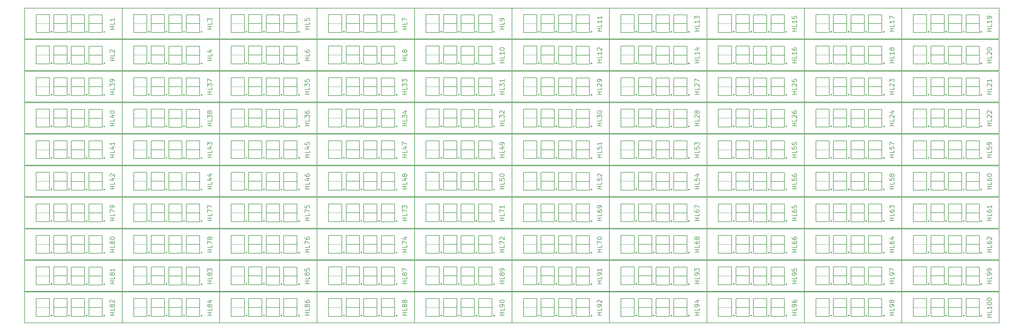
<source format=gbr>
%TF.GenerationSoftware,KiCad,Pcbnew,9.0.3*%
%TF.CreationDate,2025-08-19T04:26:06+03:00*%
%TF.ProjectId,wtf_clock,7774665f-636c-46f6-936b-2e6b69636164,rev?*%
%TF.SameCoordinates,Original*%
%TF.FileFunction,Legend,Top*%
%TF.FilePolarity,Positive*%
%FSLAX46Y46*%
G04 Gerber Fmt 4.6, Leading zero omitted, Abs format (unit mm)*
G04 Created by KiCad (PCBNEW 9.0.3) date 2025-08-19 04:26:06*
%MOMM*%
%LPD*%
G01*
G04 APERTURE LIST*
%ADD10C,0.200000*%
%ADD11C,0.100000*%
G04 APERTURE END LIST*
D10*
X287283528Y-112764285D02*
X285783528Y-112764285D01*
X286497814Y-112764285D02*
X286497814Y-111907142D01*
X287283528Y-111907142D02*
X285783528Y-111907142D01*
X287283528Y-110478570D02*
X287283528Y-111192856D01*
X287283528Y-111192856D02*
X285783528Y-111192856D01*
X287283528Y-109192855D02*
X287283528Y-110049998D01*
X287283528Y-109621427D02*
X285783528Y-109621427D01*
X285783528Y-109621427D02*
X285997814Y-109764284D01*
X285997814Y-109764284D02*
X286140671Y-109907141D01*
X286140671Y-109907141D02*
X286212100Y-110049998D01*
X285926385Y-108621427D02*
X285854957Y-108549999D01*
X285854957Y-108549999D02*
X285783528Y-108407142D01*
X285783528Y-108407142D02*
X285783528Y-108049999D01*
X285783528Y-108049999D02*
X285854957Y-107907142D01*
X285854957Y-107907142D02*
X285926385Y-107835713D01*
X285926385Y-107835713D02*
X286069242Y-107764284D01*
X286069242Y-107764284D02*
X286212100Y-107764284D01*
X286212100Y-107764284D02*
X286426385Y-107835713D01*
X286426385Y-107835713D02*
X287283528Y-108692856D01*
X287283528Y-108692856D02*
X287283528Y-107764284D01*
X255083528Y-185914285D02*
X253583528Y-185914285D01*
X254297814Y-185914285D02*
X254297814Y-185057142D01*
X255083528Y-185057142D02*
X253583528Y-185057142D01*
X255083528Y-183628570D02*
X255083528Y-184342856D01*
X255083528Y-184342856D02*
X253583528Y-184342856D01*
X254226385Y-182914284D02*
X254154957Y-183057141D01*
X254154957Y-183057141D02*
X254083528Y-183128570D01*
X254083528Y-183128570D02*
X253940671Y-183199998D01*
X253940671Y-183199998D02*
X253869242Y-183199998D01*
X253869242Y-183199998D02*
X253726385Y-183128570D01*
X253726385Y-183128570D02*
X253654957Y-183057141D01*
X253654957Y-183057141D02*
X253583528Y-182914284D01*
X253583528Y-182914284D02*
X253583528Y-182628570D01*
X253583528Y-182628570D02*
X253654957Y-182485713D01*
X253654957Y-182485713D02*
X253726385Y-182414284D01*
X253726385Y-182414284D02*
X253869242Y-182342855D01*
X253869242Y-182342855D02*
X253940671Y-182342855D01*
X253940671Y-182342855D02*
X254083528Y-182414284D01*
X254083528Y-182414284D02*
X254154957Y-182485713D01*
X254154957Y-182485713D02*
X254226385Y-182628570D01*
X254226385Y-182628570D02*
X254226385Y-182914284D01*
X254226385Y-182914284D02*
X254297814Y-183057141D01*
X254297814Y-183057141D02*
X254369242Y-183128570D01*
X254369242Y-183128570D02*
X254512100Y-183199998D01*
X254512100Y-183199998D02*
X254797814Y-183199998D01*
X254797814Y-183199998D02*
X254940671Y-183128570D01*
X254940671Y-183128570D02*
X255012100Y-183057141D01*
X255012100Y-183057141D02*
X255083528Y-182914284D01*
X255083528Y-182914284D02*
X255083528Y-182628570D01*
X255083528Y-182628570D02*
X255012100Y-182485713D01*
X255012100Y-182485713D02*
X254940671Y-182414284D01*
X254940671Y-182414284D02*
X254797814Y-182342855D01*
X254797814Y-182342855D02*
X254512100Y-182342855D01*
X254512100Y-182342855D02*
X254369242Y-182414284D01*
X254369242Y-182414284D02*
X254297814Y-182485713D01*
X254297814Y-182485713D02*
X254226385Y-182628570D01*
X255083528Y-181628570D02*
X255083528Y-181342856D01*
X255083528Y-181342856D02*
X255012100Y-181199999D01*
X255012100Y-181199999D02*
X254940671Y-181128570D01*
X254940671Y-181128570D02*
X254726385Y-180985713D01*
X254726385Y-180985713D02*
X254440671Y-180914284D01*
X254440671Y-180914284D02*
X253869242Y-180914284D01*
X253869242Y-180914284D02*
X253726385Y-180985713D01*
X253726385Y-180985713D02*
X253654957Y-181057142D01*
X253654957Y-181057142D02*
X253583528Y-181199999D01*
X253583528Y-181199999D02*
X253583528Y-181485713D01*
X253583528Y-181485713D02*
X253654957Y-181628570D01*
X253654957Y-181628570D02*
X253726385Y-181699999D01*
X253726385Y-181699999D02*
X253869242Y-181771427D01*
X253869242Y-181771427D02*
X254226385Y-181771427D01*
X254226385Y-181771427D02*
X254369242Y-181699999D01*
X254369242Y-181699999D02*
X254440671Y-181628570D01*
X254440671Y-181628570D02*
X254512100Y-181485713D01*
X254512100Y-181485713D02*
X254512100Y-181199999D01*
X254512100Y-181199999D02*
X254440671Y-181057142D01*
X254440671Y-181057142D02*
X254369242Y-180985713D01*
X254369242Y-180985713D02*
X254226385Y-180914284D01*
X190683528Y-101600000D02*
X189183528Y-101600000D01*
X189897814Y-101600000D02*
X189897814Y-100742857D01*
X190683528Y-100742857D02*
X189183528Y-100742857D01*
X190683528Y-99314285D02*
X190683528Y-100028571D01*
X190683528Y-100028571D02*
X189183528Y-100028571D01*
X189183528Y-98099999D02*
X189183528Y-98814285D01*
X189183528Y-98814285D02*
X189897814Y-98885713D01*
X189897814Y-98885713D02*
X189826385Y-98814285D01*
X189826385Y-98814285D02*
X189754957Y-98671428D01*
X189754957Y-98671428D02*
X189754957Y-98314285D01*
X189754957Y-98314285D02*
X189826385Y-98171428D01*
X189826385Y-98171428D02*
X189897814Y-98099999D01*
X189897814Y-98099999D02*
X190040671Y-98028570D01*
X190040671Y-98028570D02*
X190397814Y-98028570D01*
X190397814Y-98028570D02*
X190540671Y-98099999D01*
X190540671Y-98099999D02*
X190612100Y-98171428D01*
X190612100Y-98171428D02*
X190683528Y-98314285D01*
X190683528Y-98314285D02*
X190683528Y-98671428D01*
X190683528Y-98671428D02*
X190612100Y-98814285D01*
X190612100Y-98814285D02*
X190540671Y-98885713D01*
X416083528Y-175464285D02*
X414583528Y-175464285D01*
X415297814Y-175464285D02*
X415297814Y-174607142D01*
X416083528Y-174607142D02*
X414583528Y-174607142D01*
X416083528Y-173178570D02*
X416083528Y-173892856D01*
X416083528Y-173892856D02*
X414583528Y-173892856D01*
X414583528Y-172035713D02*
X414583528Y-172321427D01*
X414583528Y-172321427D02*
X414654957Y-172464284D01*
X414654957Y-172464284D02*
X414726385Y-172535713D01*
X414726385Y-172535713D02*
X414940671Y-172678570D01*
X414940671Y-172678570D02*
X415226385Y-172749998D01*
X415226385Y-172749998D02*
X415797814Y-172749998D01*
X415797814Y-172749998D02*
X415940671Y-172678570D01*
X415940671Y-172678570D02*
X416012100Y-172607141D01*
X416012100Y-172607141D02*
X416083528Y-172464284D01*
X416083528Y-172464284D02*
X416083528Y-172178570D01*
X416083528Y-172178570D02*
X416012100Y-172035713D01*
X416012100Y-172035713D02*
X415940671Y-171964284D01*
X415940671Y-171964284D02*
X415797814Y-171892855D01*
X415797814Y-171892855D02*
X415440671Y-171892855D01*
X415440671Y-171892855D02*
X415297814Y-171964284D01*
X415297814Y-171964284D02*
X415226385Y-172035713D01*
X415226385Y-172035713D02*
X415154957Y-172178570D01*
X415154957Y-172178570D02*
X415154957Y-172464284D01*
X415154957Y-172464284D02*
X415226385Y-172607141D01*
X415226385Y-172607141D02*
X415297814Y-172678570D01*
X415297814Y-172678570D02*
X415440671Y-172749998D01*
X414726385Y-171321427D02*
X414654957Y-171249999D01*
X414654957Y-171249999D02*
X414583528Y-171107142D01*
X414583528Y-171107142D02*
X414583528Y-170749999D01*
X414583528Y-170749999D02*
X414654957Y-170607142D01*
X414654957Y-170607142D02*
X414726385Y-170535713D01*
X414726385Y-170535713D02*
X414869242Y-170464284D01*
X414869242Y-170464284D02*
X415012100Y-170464284D01*
X415012100Y-170464284D02*
X415226385Y-170535713D01*
X415226385Y-170535713D02*
X416083528Y-171392856D01*
X416083528Y-171392856D02*
X416083528Y-170464284D01*
X319483528Y-112764285D02*
X317983528Y-112764285D01*
X318697814Y-112764285D02*
X318697814Y-111907142D01*
X319483528Y-111907142D02*
X317983528Y-111907142D01*
X319483528Y-110478570D02*
X319483528Y-111192856D01*
X319483528Y-111192856D02*
X317983528Y-111192856D01*
X319483528Y-109192855D02*
X319483528Y-110049998D01*
X319483528Y-109621427D02*
X317983528Y-109621427D01*
X317983528Y-109621427D02*
X318197814Y-109764284D01*
X318197814Y-109764284D02*
X318340671Y-109907141D01*
X318340671Y-109907141D02*
X318412100Y-110049998D01*
X318483528Y-107907142D02*
X319483528Y-107907142D01*
X317912100Y-108264284D02*
X318983528Y-108621427D01*
X318983528Y-108621427D02*
X318983528Y-107692856D01*
X255083528Y-144114285D02*
X253583528Y-144114285D01*
X254297814Y-144114285D02*
X254297814Y-143257142D01*
X255083528Y-143257142D02*
X253583528Y-143257142D01*
X255083528Y-141828570D02*
X255083528Y-142542856D01*
X255083528Y-142542856D02*
X253583528Y-142542856D01*
X254083528Y-140685713D02*
X255083528Y-140685713D01*
X253512100Y-141042855D02*
X254583528Y-141399998D01*
X254583528Y-141399998D02*
X254583528Y-140471427D01*
X255083528Y-139828570D02*
X255083528Y-139542856D01*
X255083528Y-139542856D02*
X255012100Y-139399999D01*
X255012100Y-139399999D02*
X254940671Y-139328570D01*
X254940671Y-139328570D02*
X254726385Y-139185713D01*
X254726385Y-139185713D02*
X254440671Y-139114284D01*
X254440671Y-139114284D02*
X253869242Y-139114284D01*
X253869242Y-139114284D02*
X253726385Y-139185713D01*
X253726385Y-139185713D02*
X253654957Y-139257142D01*
X253654957Y-139257142D02*
X253583528Y-139399999D01*
X253583528Y-139399999D02*
X253583528Y-139685713D01*
X253583528Y-139685713D02*
X253654957Y-139828570D01*
X253654957Y-139828570D02*
X253726385Y-139899999D01*
X253726385Y-139899999D02*
X253869242Y-139971427D01*
X253869242Y-139971427D02*
X254226385Y-139971427D01*
X254226385Y-139971427D02*
X254369242Y-139899999D01*
X254369242Y-139899999D02*
X254440671Y-139828570D01*
X254440671Y-139828570D02*
X254512100Y-139685713D01*
X254512100Y-139685713D02*
X254512100Y-139399999D01*
X254512100Y-139399999D02*
X254440671Y-139257142D01*
X254440671Y-139257142D02*
X254369242Y-139185713D01*
X254369242Y-139185713D02*
X254226385Y-139114284D01*
X319483528Y-185914285D02*
X317983528Y-185914285D01*
X318697814Y-185914285D02*
X318697814Y-185057142D01*
X319483528Y-185057142D02*
X317983528Y-185057142D01*
X319483528Y-183628570D02*
X319483528Y-184342856D01*
X319483528Y-184342856D02*
X317983528Y-184342856D01*
X319483528Y-183057141D02*
X319483528Y-182771427D01*
X319483528Y-182771427D02*
X319412100Y-182628570D01*
X319412100Y-182628570D02*
X319340671Y-182557141D01*
X319340671Y-182557141D02*
X319126385Y-182414284D01*
X319126385Y-182414284D02*
X318840671Y-182342855D01*
X318840671Y-182342855D02*
X318269242Y-182342855D01*
X318269242Y-182342855D02*
X318126385Y-182414284D01*
X318126385Y-182414284D02*
X318054957Y-182485713D01*
X318054957Y-182485713D02*
X317983528Y-182628570D01*
X317983528Y-182628570D02*
X317983528Y-182914284D01*
X317983528Y-182914284D02*
X318054957Y-183057141D01*
X318054957Y-183057141D02*
X318126385Y-183128570D01*
X318126385Y-183128570D02*
X318269242Y-183199998D01*
X318269242Y-183199998D02*
X318626385Y-183199998D01*
X318626385Y-183199998D02*
X318769242Y-183128570D01*
X318769242Y-183128570D02*
X318840671Y-183057141D01*
X318840671Y-183057141D02*
X318912100Y-182914284D01*
X318912100Y-182914284D02*
X318912100Y-182628570D01*
X318912100Y-182628570D02*
X318840671Y-182485713D01*
X318840671Y-182485713D02*
X318769242Y-182414284D01*
X318769242Y-182414284D02*
X318626385Y-182342855D01*
X317983528Y-181842856D02*
X317983528Y-180914284D01*
X317983528Y-180914284D02*
X318554957Y-181414284D01*
X318554957Y-181414284D02*
X318554957Y-181199999D01*
X318554957Y-181199999D02*
X318626385Y-181057142D01*
X318626385Y-181057142D02*
X318697814Y-180985713D01*
X318697814Y-180985713D02*
X318840671Y-180914284D01*
X318840671Y-180914284D02*
X319197814Y-180914284D01*
X319197814Y-180914284D02*
X319340671Y-180985713D01*
X319340671Y-180985713D02*
X319412100Y-181057142D01*
X319412100Y-181057142D02*
X319483528Y-181199999D01*
X319483528Y-181199999D02*
X319483528Y-181628570D01*
X319483528Y-181628570D02*
X319412100Y-181771427D01*
X319412100Y-181771427D02*
X319340671Y-181842856D01*
X351683528Y-133664285D02*
X350183528Y-133664285D01*
X350897814Y-133664285D02*
X350897814Y-132807142D01*
X351683528Y-132807142D02*
X350183528Y-132807142D01*
X351683528Y-131378570D02*
X351683528Y-132092856D01*
X351683528Y-132092856D02*
X350183528Y-132092856D01*
X350326385Y-130949998D02*
X350254957Y-130878570D01*
X350254957Y-130878570D02*
X350183528Y-130735713D01*
X350183528Y-130735713D02*
X350183528Y-130378570D01*
X350183528Y-130378570D02*
X350254957Y-130235713D01*
X350254957Y-130235713D02*
X350326385Y-130164284D01*
X350326385Y-130164284D02*
X350469242Y-130092855D01*
X350469242Y-130092855D02*
X350612100Y-130092855D01*
X350612100Y-130092855D02*
X350826385Y-130164284D01*
X350826385Y-130164284D02*
X351683528Y-131021427D01*
X351683528Y-131021427D02*
X351683528Y-130092855D01*
X350183528Y-128807142D02*
X350183528Y-129092856D01*
X350183528Y-129092856D02*
X350254957Y-129235713D01*
X350254957Y-129235713D02*
X350326385Y-129307142D01*
X350326385Y-129307142D02*
X350540671Y-129449999D01*
X350540671Y-129449999D02*
X350826385Y-129521427D01*
X350826385Y-129521427D02*
X351397814Y-129521427D01*
X351397814Y-129521427D02*
X351540671Y-129449999D01*
X351540671Y-129449999D02*
X351612100Y-129378570D01*
X351612100Y-129378570D02*
X351683528Y-129235713D01*
X351683528Y-129235713D02*
X351683528Y-128949999D01*
X351683528Y-128949999D02*
X351612100Y-128807142D01*
X351612100Y-128807142D02*
X351540671Y-128735713D01*
X351540671Y-128735713D02*
X351397814Y-128664284D01*
X351397814Y-128664284D02*
X351040671Y-128664284D01*
X351040671Y-128664284D02*
X350897814Y-128735713D01*
X350897814Y-128735713D02*
X350826385Y-128807142D01*
X350826385Y-128807142D02*
X350754957Y-128949999D01*
X350754957Y-128949999D02*
X350754957Y-129235713D01*
X350754957Y-129235713D02*
X350826385Y-129378570D01*
X350826385Y-129378570D02*
X350897814Y-129449999D01*
X350897814Y-129449999D02*
X351040671Y-129521427D01*
X255083528Y-196364285D02*
X253583528Y-196364285D01*
X254297814Y-196364285D02*
X254297814Y-195507142D01*
X255083528Y-195507142D02*
X253583528Y-195507142D01*
X255083528Y-194078570D02*
X255083528Y-194792856D01*
X255083528Y-194792856D02*
X253583528Y-194792856D01*
X255083528Y-193507141D02*
X255083528Y-193221427D01*
X255083528Y-193221427D02*
X255012100Y-193078570D01*
X255012100Y-193078570D02*
X254940671Y-193007141D01*
X254940671Y-193007141D02*
X254726385Y-192864284D01*
X254726385Y-192864284D02*
X254440671Y-192792855D01*
X254440671Y-192792855D02*
X253869242Y-192792855D01*
X253869242Y-192792855D02*
X253726385Y-192864284D01*
X253726385Y-192864284D02*
X253654957Y-192935713D01*
X253654957Y-192935713D02*
X253583528Y-193078570D01*
X253583528Y-193078570D02*
X253583528Y-193364284D01*
X253583528Y-193364284D02*
X253654957Y-193507141D01*
X253654957Y-193507141D02*
X253726385Y-193578570D01*
X253726385Y-193578570D02*
X253869242Y-193649998D01*
X253869242Y-193649998D02*
X254226385Y-193649998D01*
X254226385Y-193649998D02*
X254369242Y-193578570D01*
X254369242Y-193578570D02*
X254440671Y-193507141D01*
X254440671Y-193507141D02*
X254512100Y-193364284D01*
X254512100Y-193364284D02*
X254512100Y-193078570D01*
X254512100Y-193078570D02*
X254440671Y-192935713D01*
X254440671Y-192935713D02*
X254369242Y-192864284D01*
X254369242Y-192864284D02*
X254226385Y-192792855D01*
X253583528Y-191864284D02*
X253583528Y-191721427D01*
X253583528Y-191721427D02*
X253654957Y-191578570D01*
X253654957Y-191578570D02*
X253726385Y-191507142D01*
X253726385Y-191507142D02*
X253869242Y-191435713D01*
X253869242Y-191435713D02*
X254154957Y-191364284D01*
X254154957Y-191364284D02*
X254512100Y-191364284D01*
X254512100Y-191364284D02*
X254797814Y-191435713D01*
X254797814Y-191435713D02*
X254940671Y-191507142D01*
X254940671Y-191507142D02*
X255012100Y-191578570D01*
X255012100Y-191578570D02*
X255083528Y-191721427D01*
X255083528Y-191721427D02*
X255083528Y-191864284D01*
X255083528Y-191864284D02*
X255012100Y-192007142D01*
X255012100Y-192007142D02*
X254940671Y-192078570D01*
X254940671Y-192078570D02*
X254797814Y-192149999D01*
X254797814Y-192149999D02*
X254512100Y-192221427D01*
X254512100Y-192221427D02*
X254154957Y-192221427D01*
X254154957Y-192221427D02*
X253869242Y-192149999D01*
X253869242Y-192149999D02*
X253726385Y-192078570D01*
X253726385Y-192078570D02*
X253654957Y-192007142D01*
X253654957Y-192007142D02*
X253583528Y-191864284D01*
X383883528Y-185914285D02*
X382383528Y-185914285D01*
X383097814Y-185914285D02*
X383097814Y-185057142D01*
X383883528Y-185057142D02*
X382383528Y-185057142D01*
X383883528Y-183628570D02*
X383883528Y-184342856D01*
X383883528Y-184342856D02*
X382383528Y-184342856D01*
X383883528Y-183057141D02*
X383883528Y-182771427D01*
X383883528Y-182771427D02*
X383812100Y-182628570D01*
X383812100Y-182628570D02*
X383740671Y-182557141D01*
X383740671Y-182557141D02*
X383526385Y-182414284D01*
X383526385Y-182414284D02*
X383240671Y-182342855D01*
X383240671Y-182342855D02*
X382669242Y-182342855D01*
X382669242Y-182342855D02*
X382526385Y-182414284D01*
X382526385Y-182414284D02*
X382454957Y-182485713D01*
X382454957Y-182485713D02*
X382383528Y-182628570D01*
X382383528Y-182628570D02*
X382383528Y-182914284D01*
X382383528Y-182914284D02*
X382454957Y-183057141D01*
X382454957Y-183057141D02*
X382526385Y-183128570D01*
X382526385Y-183128570D02*
X382669242Y-183199998D01*
X382669242Y-183199998D02*
X383026385Y-183199998D01*
X383026385Y-183199998D02*
X383169242Y-183128570D01*
X383169242Y-183128570D02*
X383240671Y-183057141D01*
X383240671Y-183057141D02*
X383312100Y-182914284D01*
X383312100Y-182914284D02*
X383312100Y-182628570D01*
X383312100Y-182628570D02*
X383240671Y-182485713D01*
X383240671Y-182485713D02*
X383169242Y-182414284D01*
X383169242Y-182414284D02*
X383026385Y-182342855D01*
X382383528Y-181842856D02*
X382383528Y-180842856D01*
X382383528Y-180842856D02*
X383883528Y-181485713D01*
X126283528Y-185914285D02*
X124783528Y-185914285D01*
X125497814Y-185914285D02*
X125497814Y-185057142D01*
X126283528Y-185057142D02*
X124783528Y-185057142D01*
X126283528Y-183628570D02*
X126283528Y-184342856D01*
X126283528Y-184342856D02*
X124783528Y-184342856D01*
X125426385Y-182914284D02*
X125354957Y-183057141D01*
X125354957Y-183057141D02*
X125283528Y-183128570D01*
X125283528Y-183128570D02*
X125140671Y-183199998D01*
X125140671Y-183199998D02*
X125069242Y-183199998D01*
X125069242Y-183199998D02*
X124926385Y-183128570D01*
X124926385Y-183128570D02*
X124854957Y-183057141D01*
X124854957Y-183057141D02*
X124783528Y-182914284D01*
X124783528Y-182914284D02*
X124783528Y-182628570D01*
X124783528Y-182628570D02*
X124854957Y-182485713D01*
X124854957Y-182485713D02*
X124926385Y-182414284D01*
X124926385Y-182414284D02*
X125069242Y-182342855D01*
X125069242Y-182342855D02*
X125140671Y-182342855D01*
X125140671Y-182342855D02*
X125283528Y-182414284D01*
X125283528Y-182414284D02*
X125354957Y-182485713D01*
X125354957Y-182485713D02*
X125426385Y-182628570D01*
X125426385Y-182628570D02*
X125426385Y-182914284D01*
X125426385Y-182914284D02*
X125497814Y-183057141D01*
X125497814Y-183057141D02*
X125569242Y-183128570D01*
X125569242Y-183128570D02*
X125712100Y-183199998D01*
X125712100Y-183199998D02*
X125997814Y-183199998D01*
X125997814Y-183199998D02*
X126140671Y-183128570D01*
X126140671Y-183128570D02*
X126212100Y-183057141D01*
X126212100Y-183057141D02*
X126283528Y-182914284D01*
X126283528Y-182914284D02*
X126283528Y-182628570D01*
X126283528Y-182628570D02*
X126212100Y-182485713D01*
X126212100Y-182485713D02*
X126140671Y-182414284D01*
X126140671Y-182414284D02*
X125997814Y-182342855D01*
X125997814Y-182342855D02*
X125712100Y-182342855D01*
X125712100Y-182342855D02*
X125569242Y-182414284D01*
X125569242Y-182414284D02*
X125497814Y-182485713D01*
X125497814Y-182485713D02*
X125426385Y-182628570D01*
X126283528Y-180914284D02*
X126283528Y-181771427D01*
X126283528Y-181342856D02*
X124783528Y-181342856D01*
X124783528Y-181342856D02*
X124997814Y-181485713D01*
X124997814Y-181485713D02*
X125140671Y-181628570D01*
X125140671Y-181628570D02*
X125212100Y-181771427D01*
X126283528Y-196364285D02*
X124783528Y-196364285D01*
X125497814Y-196364285D02*
X125497814Y-195507142D01*
X126283528Y-195507142D02*
X124783528Y-195507142D01*
X126283528Y-194078570D02*
X126283528Y-194792856D01*
X126283528Y-194792856D02*
X124783528Y-194792856D01*
X125426385Y-193364284D02*
X125354957Y-193507141D01*
X125354957Y-193507141D02*
X125283528Y-193578570D01*
X125283528Y-193578570D02*
X125140671Y-193649998D01*
X125140671Y-193649998D02*
X125069242Y-193649998D01*
X125069242Y-193649998D02*
X124926385Y-193578570D01*
X124926385Y-193578570D02*
X124854957Y-193507141D01*
X124854957Y-193507141D02*
X124783528Y-193364284D01*
X124783528Y-193364284D02*
X124783528Y-193078570D01*
X124783528Y-193078570D02*
X124854957Y-192935713D01*
X124854957Y-192935713D02*
X124926385Y-192864284D01*
X124926385Y-192864284D02*
X125069242Y-192792855D01*
X125069242Y-192792855D02*
X125140671Y-192792855D01*
X125140671Y-192792855D02*
X125283528Y-192864284D01*
X125283528Y-192864284D02*
X125354957Y-192935713D01*
X125354957Y-192935713D02*
X125426385Y-193078570D01*
X125426385Y-193078570D02*
X125426385Y-193364284D01*
X125426385Y-193364284D02*
X125497814Y-193507141D01*
X125497814Y-193507141D02*
X125569242Y-193578570D01*
X125569242Y-193578570D02*
X125712100Y-193649998D01*
X125712100Y-193649998D02*
X125997814Y-193649998D01*
X125997814Y-193649998D02*
X126140671Y-193578570D01*
X126140671Y-193578570D02*
X126212100Y-193507141D01*
X126212100Y-193507141D02*
X126283528Y-193364284D01*
X126283528Y-193364284D02*
X126283528Y-193078570D01*
X126283528Y-193078570D02*
X126212100Y-192935713D01*
X126212100Y-192935713D02*
X126140671Y-192864284D01*
X126140671Y-192864284D02*
X125997814Y-192792855D01*
X125997814Y-192792855D02*
X125712100Y-192792855D01*
X125712100Y-192792855D02*
X125569242Y-192864284D01*
X125569242Y-192864284D02*
X125497814Y-192935713D01*
X125497814Y-192935713D02*
X125426385Y-193078570D01*
X124926385Y-192221427D02*
X124854957Y-192149999D01*
X124854957Y-192149999D02*
X124783528Y-192007142D01*
X124783528Y-192007142D02*
X124783528Y-191649999D01*
X124783528Y-191649999D02*
X124854957Y-191507142D01*
X124854957Y-191507142D02*
X124926385Y-191435713D01*
X124926385Y-191435713D02*
X125069242Y-191364284D01*
X125069242Y-191364284D02*
X125212100Y-191364284D01*
X125212100Y-191364284D02*
X125426385Y-191435713D01*
X125426385Y-191435713D02*
X126283528Y-192292856D01*
X126283528Y-192292856D02*
X126283528Y-191364284D01*
X190683528Y-112050000D02*
X189183528Y-112050000D01*
X189897814Y-112050000D02*
X189897814Y-111192857D01*
X190683528Y-111192857D02*
X189183528Y-111192857D01*
X190683528Y-109764285D02*
X190683528Y-110478571D01*
X190683528Y-110478571D02*
X189183528Y-110478571D01*
X189183528Y-108621428D02*
X189183528Y-108907142D01*
X189183528Y-108907142D02*
X189254957Y-109049999D01*
X189254957Y-109049999D02*
X189326385Y-109121428D01*
X189326385Y-109121428D02*
X189540671Y-109264285D01*
X189540671Y-109264285D02*
X189826385Y-109335713D01*
X189826385Y-109335713D02*
X190397814Y-109335713D01*
X190397814Y-109335713D02*
X190540671Y-109264285D01*
X190540671Y-109264285D02*
X190612100Y-109192856D01*
X190612100Y-109192856D02*
X190683528Y-109049999D01*
X190683528Y-109049999D02*
X190683528Y-108764285D01*
X190683528Y-108764285D02*
X190612100Y-108621428D01*
X190612100Y-108621428D02*
X190540671Y-108549999D01*
X190540671Y-108549999D02*
X190397814Y-108478570D01*
X190397814Y-108478570D02*
X190040671Y-108478570D01*
X190040671Y-108478570D02*
X189897814Y-108549999D01*
X189897814Y-108549999D02*
X189826385Y-108621428D01*
X189826385Y-108621428D02*
X189754957Y-108764285D01*
X189754957Y-108764285D02*
X189754957Y-109049999D01*
X189754957Y-109049999D02*
X189826385Y-109192856D01*
X189826385Y-109192856D02*
X189897814Y-109264285D01*
X189897814Y-109264285D02*
X190040671Y-109335713D01*
X222883528Y-165014285D02*
X221383528Y-165014285D01*
X222097814Y-165014285D02*
X222097814Y-164157142D01*
X222883528Y-164157142D02*
X221383528Y-164157142D01*
X222883528Y-162728570D02*
X222883528Y-163442856D01*
X222883528Y-163442856D02*
X221383528Y-163442856D01*
X221383528Y-162371427D02*
X221383528Y-161371427D01*
X221383528Y-161371427D02*
X222883528Y-162014284D01*
X221383528Y-160942856D02*
X221383528Y-160014284D01*
X221383528Y-160014284D02*
X221954957Y-160514284D01*
X221954957Y-160514284D02*
X221954957Y-160299999D01*
X221954957Y-160299999D02*
X222026385Y-160157142D01*
X222026385Y-160157142D02*
X222097814Y-160085713D01*
X222097814Y-160085713D02*
X222240671Y-160014284D01*
X222240671Y-160014284D02*
X222597814Y-160014284D01*
X222597814Y-160014284D02*
X222740671Y-160085713D01*
X222740671Y-160085713D02*
X222812100Y-160157142D01*
X222812100Y-160157142D02*
X222883528Y-160299999D01*
X222883528Y-160299999D02*
X222883528Y-160728570D01*
X222883528Y-160728570D02*
X222812100Y-160871427D01*
X222812100Y-160871427D02*
X222740671Y-160942856D01*
X222883528Y-154564285D02*
X221383528Y-154564285D01*
X222097814Y-154564285D02*
X222097814Y-153707142D01*
X222883528Y-153707142D02*
X221383528Y-153707142D01*
X222883528Y-152278570D02*
X222883528Y-152992856D01*
X222883528Y-152992856D02*
X221383528Y-152992856D01*
X221883528Y-151135713D02*
X222883528Y-151135713D01*
X221312100Y-151492855D02*
X222383528Y-151849998D01*
X222383528Y-151849998D02*
X222383528Y-150921427D01*
X222026385Y-150135713D02*
X221954957Y-150278570D01*
X221954957Y-150278570D02*
X221883528Y-150349999D01*
X221883528Y-150349999D02*
X221740671Y-150421427D01*
X221740671Y-150421427D02*
X221669242Y-150421427D01*
X221669242Y-150421427D02*
X221526385Y-150349999D01*
X221526385Y-150349999D02*
X221454957Y-150278570D01*
X221454957Y-150278570D02*
X221383528Y-150135713D01*
X221383528Y-150135713D02*
X221383528Y-149849999D01*
X221383528Y-149849999D02*
X221454957Y-149707142D01*
X221454957Y-149707142D02*
X221526385Y-149635713D01*
X221526385Y-149635713D02*
X221669242Y-149564284D01*
X221669242Y-149564284D02*
X221740671Y-149564284D01*
X221740671Y-149564284D02*
X221883528Y-149635713D01*
X221883528Y-149635713D02*
X221954957Y-149707142D01*
X221954957Y-149707142D02*
X222026385Y-149849999D01*
X222026385Y-149849999D02*
X222026385Y-150135713D01*
X222026385Y-150135713D02*
X222097814Y-150278570D01*
X222097814Y-150278570D02*
X222169242Y-150349999D01*
X222169242Y-150349999D02*
X222312100Y-150421427D01*
X222312100Y-150421427D02*
X222597814Y-150421427D01*
X222597814Y-150421427D02*
X222740671Y-150349999D01*
X222740671Y-150349999D02*
X222812100Y-150278570D01*
X222812100Y-150278570D02*
X222883528Y-150135713D01*
X222883528Y-150135713D02*
X222883528Y-149849999D01*
X222883528Y-149849999D02*
X222812100Y-149707142D01*
X222812100Y-149707142D02*
X222740671Y-149635713D01*
X222740671Y-149635713D02*
X222597814Y-149564284D01*
X222597814Y-149564284D02*
X222312100Y-149564284D01*
X222312100Y-149564284D02*
X222169242Y-149635713D01*
X222169242Y-149635713D02*
X222097814Y-149707142D01*
X222097814Y-149707142D02*
X222026385Y-149849999D01*
X351683528Y-196364285D02*
X350183528Y-196364285D01*
X350897814Y-196364285D02*
X350897814Y-195507142D01*
X351683528Y-195507142D02*
X350183528Y-195507142D01*
X351683528Y-194078570D02*
X351683528Y-194792856D01*
X351683528Y-194792856D02*
X350183528Y-194792856D01*
X351683528Y-193507141D02*
X351683528Y-193221427D01*
X351683528Y-193221427D02*
X351612100Y-193078570D01*
X351612100Y-193078570D02*
X351540671Y-193007141D01*
X351540671Y-193007141D02*
X351326385Y-192864284D01*
X351326385Y-192864284D02*
X351040671Y-192792855D01*
X351040671Y-192792855D02*
X350469242Y-192792855D01*
X350469242Y-192792855D02*
X350326385Y-192864284D01*
X350326385Y-192864284D02*
X350254957Y-192935713D01*
X350254957Y-192935713D02*
X350183528Y-193078570D01*
X350183528Y-193078570D02*
X350183528Y-193364284D01*
X350183528Y-193364284D02*
X350254957Y-193507141D01*
X350254957Y-193507141D02*
X350326385Y-193578570D01*
X350326385Y-193578570D02*
X350469242Y-193649998D01*
X350469242Y-193649998D02*
X350826385Y-193649998D01*
X350826385Y-193649998D02*
X350969242Y-193578570D01*
X350969242Y-193578570D02*
X351040671Y-193507141D01*
X351040671Y-193507141D02*
X351112100Y-193364284D01*
X351112100Y-193364284D02*
X351112100Y-193078570D01*
X351112100Y-193078570D02*
X351040671Y-192935713D01*
X351040671Y-192935713D02*
X350969242Y-192864284D01*
X350969242Y-192864284D02*
X350826385Y-192792855D01*
X350183528Y-191507142D02*
X350183528Y-191792856D01*
X350183528Y-191792856D02*
X350254957Y-191935713D01*
X350254957Y-191935713D02*
X350326385Y-192007142D01*
X350326385Y-192007142D02*
X350540671Y-192149999D01*
X350540671Y-192149999D02*
X350826385Y-192221427D01*
X350826385Y-192221427D02*
X351397814Y-192221427D01*
X351397814Y-192221427D02*
X351540671Y-192149999D01*
X351540671Y-192149999D02*
X351612100Y-192078570D01*
X351612100Y-192078570D02*
X351683528Y-191935713D01*
X351683528Y-191935713D02*
X351683528Y-191649999D01*
X351683528Y-191649999D02*
X351612100Y-191507142D01*
X351612100Y-191507142D02*
X351540671Y-191435713D01*
X351540671Y-191435713D02*
X351397814Y-191364284D01*
X351397814Y-191364284D02*
X351040671Y-191364284D01*
X351040671Y-191364284D02*
X350897814Y-191435713D01*
X350897814Y-191435713D02*
X350826385Y-191507142D01*
X350826385Y-191507142D02*
X350754957Y-191649999D01*
X350754957Y-191649999D02*
X350754957Y-191935713D01*
X350754957Y-191935713D02*
X350826385Y-192078570D01*
X350826385Y-192078570D02*
X350897814Y-192149999D01*
X350897814Y-192149999D02*
X351040671Y-192221427D01*
X351683528Y-165014285D02*
X350183528Y-165014285D01*
X350897814Y-165014285D02*
X350897814Y-164157142D01*
X351683528Y-164157142D02*
X350183528Y-164157142D01*
X351683528Y-162728570D02*
X351683528Y-163442856D01*
X351683528Y-163442856D02*
X350183528Y-163442856D01*
X350183528Y-161585713D02*
X350183528Y-161871427D01*
X350183528Y-161871427D02*
X350254957Y-162014284D01*
X350254957Y-162014284D02*
X350326385Y-162085713D01*
X350326385Y-162085713D02*
X350540671Y-162228570D01*
X350540671Y-162228570D02*
X350826385Y-162299998D01*
X350826385Y-162299998D02*
X351397814Y-162299998D01*
X351397814Y-162299998D02*
X351540671Y-162228570D01*
X351540671Y-162228570D02*
X351612100Y-162157141D01*
X351612100Y-162157141D02*
X351683528Y-162014284D01*
X351683528Y-162014284D02*
X351683528Y-161728570D01*
X351683528Y-161728570D02*
X351612100Y-161585713D01*
X351612100Y-161585713D02*
X351540671Y-161514284D01*
X351540671Y-161514284D02*
X351397814Y-161442855D01*
X351397814Y-161442855D02*
X351040671Y-161442855D01*
X351040671Y-161442855D02*
X350897814Y-161514284D01*
X350897814Y-161514284D02*
X350826385Y-161585713D01*
X350826385Y-161585713D02*
X350754957Y-161728570D01*
X350754957Y-161728570D02*
X350754957Y-162014284D01*
X350754957Y-162014284D02*
X350826385Y-162157141D01*
X350826385Y-162157141D02*
X350897814Y-162228570D01*
X350897814Y-162228570D02*
X351040671Y-162299998D01*
X350183528Y-160085713D02*
X350183528Y-160799999D01*
X350183528Y-160799999D02*
X350897814Y-160871427D01*
X350897814Y-160871427D02*
X350826385Y-160799999D01*
X350826385Y-160799999D02*
X350754957Y-160657142D01*
X350754957Y-160657142D02*
X350754957Y-160299999D01*
X350754957Y-160299999D02*
X350826385Y-160157142D01*
X350826385Y-160157142D02*
X350897814Y-160085713D01*
X350897814Y-160085713D02*
X351040671Y-160014284D01*
X351040671Y-160014284D02*
X351397814Y-160014284D01*
X351397814Y-160014284D02*
X351540671Y-160085713D01*
X351540671Y-160085713D02*
X351612100Y-160157142D01*
X351612100Y-160157142D02*
X351683528Y-160299999D01*
X351683528Y-160299999D02*
X351683528Y-160657142D01*
X351683528Y-160657142D02*
X351612100Y-160799999D01*
X351612100Y-160799999D02*
X351540671Y-160871427D01*
X190683528Y-175464285D02*
X189183528Y-175464285D01*
X189897814Y-175464285D02*
X189897814Y-174607142D01*
X190683528Y-174607142D02*
X189183528Y-174607142D01*
X190683528Y-173178570D02*
X190683528Y-173892856D01*
X190683528Y-173892856D02*
X189183528Y-173892856D01*
X189183528Y-172821427D02*
X189183528Y-171821427D01*
X189183528Y-171821427D02*
X190683528Y-172464284D01*
X189183528Y-170607142D02*
X189183528Y-170892856D01*
X189183528Y-170892856D02*
X189254957Y-171035713D01*
X189254957Y-171035713D02*
X189326385Y-171107142D01*
X189326385Y-171107142D02*
X189540671Y-171249999D01*
X189540671Y-171249999D02*
X189826385Y-171321427D01*
X189826385Y-171321427D02*
X190397814Y-171321427D01*
X190397814Y-171321427D02*
X190540671Y-171249999D01*
X190540671Y-171249999D02*
X190612100Y-171178570D01*
X190612100Y-171178570D02*
X190683528Y-171035713D01*
X190683528Y-171035713D02*
X190683528Y-170749999D01*
X190683528Y-170749999D02*
X190612100Y-170607142D01*
X190612100Y-170607142D02*
X190540671Y-170535713D01*
X190540671Y-170535713D02*
X190397814Y-170464284D01*
X190397814Y-170464284D02*
X190040671Y-170464284D01*
X190040671Y-170464284D02*
X189897814Y-170535713D01*
X189897814Y-170535713D02*
X189826385Y-170607142D01*
X189826385Y-170607142D02*
X189754957Y-170749999D01*
X189754957Y-170749999D02*
X189754957Y-171035713D01*
X189754957Y-171035713D02*
X189826385Y-171178570D01*
X189826385Y-171178570D02*
X189897814Y-171249999D01*
X189897814Y-171249999D02*
X190040671Y-171321427D01*
X255083528Y-112764285D02*
X253583528Y-112764285D01*
X254297814Y-112764285D02*
X254297814Y-111907142D01*
X255083528Y-111907142D02*
X253583528Y-111907142D01*
X255083528Y-110478570D02*
X255083528Y-111192856D01*
X255083528Y-111192856D02*
X253583528Y-111192856D01*
X255083528Y-109192855D02*
X255083528Y-110049998D01*
X255083528Y-109621427D02*
X253583528Y-109621427D01*
X253583528Y-109621427D02*
X253797814Y-109764284D01*
X253797814Y-109764284D02*
X253940671Y-109907141D01*
X253940671Y-109907141D02*
X254012100Y-110049998D01*
X253583528Y-108264284D02*
X253583528Y-108121427D01*
X253583528Y-108121427D02*
X253654957Y-107978570D01*
X253654957Y-107978570D02*
X253726385Y-107907142D01*
X253726385Y-107907142D02*
X253869242Y-107835713D01*
X253869242Y-107835713D02*
X254154957Y-107764284D01*
X254154957Y-107764284D02*
X254512100Y-107764284D01*
X254512100Y-107764284D02*
X254797814Y-107835713D01*
X254797814Y-107835713D02*
X254940671Y-107907142D01*
X254940671Y-107907142D02*
X255012100Y-107978570D01*
X255012100Y-107978570D02*
X255083528Y-108121427D01*
X255083528Y-108121427D02*
X255083528Y-108264284D01*
X255083528Y-108264284D02*
X255012100Y-108407142D01*
X255012100Y-108407142D02*
X254940671Y-108478570D01*
X254940671Y-108478570D02*
X254797814Y-108549999D01*
X254797814Y-108549999D02*
X254512100Y-108621427D01*
X254512100Y-108621427D02*
X254154957Y-108621427D01*
X254154957Y-108621427D02*
X253869242Y-108549999D01*
X253869242Y-108549999D02*
X253726385Y-108478570D01*
X253726385Y-108478570D02*
X253654957Y-108407142D01*
X253654957Y-108407142D02*
X253583528Y-108264284D01*
X190683528Y-123214285D02*
X189183528Y-123214285D01*
X189897814Y-123214285D02*
X189897814Y-122357142D01*
X190683528Y-122357142D02*
X189183528Y-122357142D01*
X190683528Y-120928570D02*
X190683528Y-121642856D01*
X190683528Y-121642856D02*
X189183528Y-121642856D01*
X189183528Y-120571427D02*
X189183528Y-119642855D01*
X189183528Y-119642855D02*
X189754957Y-120142855D01*
X189754957Y-120142855D02*
X189754957Y-119928570D01*
X189754957Y-119928570D02*
X189826385Y-119785713D01*
X189826385Y-119785713D02*
X189897814Y-119714284D01*
X189897814Y-119714284D02*
X190040671Y-119642855D01*
X190040671Y-119642855D02*
X190397814Y-119642855D01*
X190397814Y-119642855D02*
X190540671Y-119714284D01*
X190540671Y-119714284D02*
X190612100Y-119785713D01*
X190612100Y-119785713D02*
X190683528Y-119928570D01*
X190683528Y-119928570D02*
X190683528Y-120357141D01*
X190683528Y-120357141D02*
X190612100Y-120499998D01*
X190612100Y-120499998D02*
X190540671Y-120571427D01*
X189183528Y-118285713D02*
X189183528Y-118999999D01*
X189183528Y-118999999D02*
X189897814Y-119071427D01*
X189897814Y-119071427D02*
X189826385Y-118999999D01*
X189826385Y-118999999D02*
X189754957Y-118857142D01*
X189754957Y-118857142D02*
X189754957Y-118499999D01*
X189754957Y-118499999D02*
X189826385Y-118357142D01*
X189826385Y-118357142D02*
X189897814Y-118285713D01*
X189897814Y-118285713D02*
X190040671Y-118214284D01*
X190040671Y-118214284D02*
X190397814Y-118214284D01*
X190397814Y-118214284D02*
X190540671Y-118285713D01*
X190540671Y-118285713D02*
X190612100Y-118357142D01*
X190612100Y-118357142D02*
X190683528Y-118499999D01*
X190683528Y-118499999D02*
X190683528Y-118857142D01*
X190683528Y-118857142D02*
X190612100Y-118999999D01*
X190612100Y-118999999D02*
X190540671Y-119071427D01*
X190683528Y-165014285D02*
X189183528Y-165014285D01*
X189897814Y-165014285D02*
X189897814Y-164157142D01*
X190683528Y-164157142D02*
X189183528Y-164157142D01*
X190683528Y-162728570D02*
X190683528Y-163442856D01*
X190683528Y-163442856D02*
X189183528Y-163442856D01*
X189183528Y-162371427D02*
X189183528Y-161371427D01*
X189183528Y-161371427D02*
X190683528Y-162014284D01*
X189183528Y-160085713D02*
X189183528Y-160799999D01*
X189183528Y-160799999D02*
X189897814Y-160871427D01*
X189897814Y-160871427D02*
X189826385Y-160799999D01*
X189826385Y-160799999D02*
X189754957Y-160657142D01*
X189754957Y-160657142D02*
X189754957Y-160299999D01*
X189754957Y-160299999D02*
X189826385Y-160157142D01*
X189826385Y-160157142D02*
X189897814Y-160085713D01*
X189897814Y-160085713D02*
X190040671Y-160014284D01*
X190040671Y-160014284D02*
X190397814Y-160014284D01*
X190397814Y-160014284D02*
X190540671Y-160085713D01*
X190540671Y-160085713D02*
X190612100Y-160157142D01*
X190612100Y-160157142D02*
X190683528Y-160299999D01*
X190683528Y-160299999D02*
X190683528Y-160657142D01*
X190683528Y-160657142D02*
X190612100Y-160799999D01*
X190612100Y-160799999D02*
X190540671Y-160871427D01*
X126283528Y-123214285D02*
X124783528Y-123214285D01*
X125497814Y-123214285D02*
X125497814Y-122357142D01*
X126283528Y-122357142D02*
X124783528Y-122357142D01*
X126283528Y-120928570D02*
X126283528Y-121642856D01*
X126283528Y-121642856D02*
X124783528Y-121642856D01*
X124783528Y-120571427D02*
X124783528Y-119642855D01*
X124783528Y-119642855D02*
X125354957Y-120142855D01*
X125354957Y-120142855D02*
X125354957Y-119928570D01*
X125354957Y-119928570D02*
X125426385Y-119785713D01*
X125426385Y-119785713D02*
X125497814Y-119714284D01*
X125497814Y-119714284D02*
X125640671Y-119642855D01*
X125640671Y-119642855D02*
X125997814Y-119642855D01*
X125997814Y-119642855D02*
X126140671Y-119714284D01*
X126140671Y-119714284D02*
X126212100Y-119785713D01*
X126212100Y-119785713D02*
X126283528Y-119928570D01*
X126283528Y-119928570D02*
X126283528Y-120357141D01*
X126283528Y-120357141D02*
X126212100Y-120499998D01*
X126212100Y-120499998D02*
X126140671Y-120571427D01*
X126283528Y-118928570D02*
X126283528Y-118642856D01*
X126283528Y-118642856D02*
X126212100Y-118499999D01*
X126212100Y-118499999D02*
X126140671Y-118428570D01*
X126140671Y-118428570D02*
X125926385Y-118285713D01*
X125926385Y-118285713D02*
X125640671Y-118214284D01*
X125640671Y-118214284D02*
X125069242Y-118214284D01*
X125069242Y-118214284D02*
X124926385Y-118285713D01*
X124926385Y-118285713D02*
X124854957Y-118357142D01*
X124854957Y-118357142D02*
X124783528Y-118499999D01*
X124783528Y-118499999D02*
X124783528Y-118785713D01*
X124783528Y-118785713D02*
X124854957Y-118928570D01*
X124854957Y-118928570D02*
X124926385Y-118999999D01*
X124926385Y-118999999D02*
X125069242Y-119071427D01*
X125069242Y-119071427D02*
X125426385Y-119071427D01*
X125426385Y-119071427D02*
X125569242Y-118999999D01*
X125569242Y-118999999D02*
X125640671Y-118928570D01*
X125640671Y-118928570D02*
X125712100Y-118785713D01*
X125712100Y-118785713D02*
X125712100Y-118499999D01*
X125712100Y-118499999D02*
X125640671Y-118357142D01*
X125640671Y-118357142D02*
X125569242Y-118285713D01*
X125569242Y-118285713D02*
X125426385Y-118214284D01*
X287283528Y-165014285D02*
X285783528Y-165014285D01*
X286497814Y-165014285D02*
X286497814Y-164157142D01*
X287283528Y-164157142D02*
X285783528Y-164157142D01*
X287283528Y-162728570D02*
X287283528Y-163442856D01*
X287283528Y-163442856D02*
X285783528Y-163442856D01*
X285783528Y-161585713D02*
X285783528Y-161871427D01*
X285783528Y-161871427D02*
X285854957Y-162014284D01*
X285854957Y-162014284D02*
X285926385Y-162085713D01*
X285926385Y-162085713D02*
X286140671Y-162228570D01*
X286140671Y-162228570D02*
X286426385Y-162299998D01*
X286426385Y-162299998D02*
X286997814Y-162299998D01*
X286997814Y-162299998D02*
X287140671Y-162228570D01*
X287140671Y-162228570D02*
X287212100Y-162157141D01*
X287212100Y-162157141D02*
X287283528Y-162014284D01*
X287283528Y-162014284D02*
X287283528Y-161728570D01*
X287283528Y-161728570D02*
X287212100Y-161585713D01*
X287212100Y-161585713D02*
X287140671Y-161514284D01*
X287140671Y-161514284D02*
X286997814Y-161442855D01*
X286997814Y-161442855D02*
X286640671Y-161442855D01*
X286640671Y-161442855D02*
X286497814Y-161514284D01*
X286497814Y-161514284D02*
X286426385Y-161585713D01*
X286426385Y-161585713D02*
X286354957Y-161728570D01*
X286354957Y-161728570D02*
X286354957Y-162014284D01*
X286354957Y-162014284D02*
X286426385Y-162157141D01*
X286426385Y-162157141D02*
X286497814Y-162228570D01*
X286497814Y-162228570D02*
X286640671Y-162299998D01*
X287283528Y-160728570D02*
X287283528Y-160442856D01*
X287283528Y-160442856D02*
X287212100Y-160299999D01*
X287212100Y-160299999D02*
X287140671Y-160228570D01*
X287140671Y-160228570D02*
X286926385Y-160085713D01*
X286926385Y-160085713D02*
X286640671Y-160014284D01*
X286640671Y-160014284D02*
X286069242Y-160014284D01*
X286069242Y-160014284D02*
X285926385Y-160085713D01*
X285926385Y-160085713D02*
X285854957Y-160157142D01*
X285854957Y-160157142D02*
X285783528Y-160299999D01*
X285783528Y-160299999D02*
X285783528Y-160585713D01*
X285783528Y-160585713D02*
X285854957Y-160728570D01*
X285854957Y-160728570D02*
X285926385Y-160799999D01*
X285926385Y-160799999D02*
X286069242Y-160871427D01*
X286069242Y-160871427D02*
X286426385Y-160871427D01*
X286426385Y-160871427D02*
X286569242Y-160799999D01*
X286569242Y-160799999D02*
X286640671Y-160728570D01*
X286640671Y-160728570D02*
X286712100Y-160585713D01*
X286712100Y-160585713D02*
X286712100Y-160299999D01*
X286712100Y-160299999D02*
X286640671Y-160157142D01*
X286640671Y-160157142D02*
X286569242Y-160085713D01*
X286569242Y-160085713D02*
X286426385Y-160014284D01*
X383883528Y-123214285D02*
X382383528Y-123214285D01*
X383097814Y-123214285D02*
X383097814Y-122357142D01*
X383883528Y-122357142D02*
X382383528Y-122357142D01*
X383883528Y-120928570D02*
X383883528Y-121642856D01*
X383883528Y-121642856D02*
X382383528Y-121642856D01*
X382526385Y-120499998D02*
X382454957Y-120428570D01*
X382454957Y-120428570D02*
X382383528Y-120285713D01*
X382383528Y-120285713D02*
X382383528Y-119928570D01*
X382383528Y-119928570D02*
X382454957Y-119785713D01*
X382454957Y-119785713D02*
X382526385Y-119714284D01*
X382526385Y-119714284D02*
X382669242Y-119642855D01*
X382669242Y-119642855D02*
X382812100Y-119642855D01*
X382812100Y-119642855D02*
X383026385Y-119714284D01*
X383026385Y-119714284D02*
X383883528Y-120571427D01*
X383883528Y-120571427D02*
X383883528Y-119642855D01*
X382383528Y-119142856D02*
X382383528Y-118214284D01*
X382383528Y-118214284D02*
X382954957Y-118714284D01*
X382954957Y-118714284D02*
X382954957Y-118499999D01*
X382954957Y-118499999D02*
X383026385Y-118357142D01*
X383026385Y-118357142D02*
X383097814Y-118285713D01*
X383097814Y-118285713D02*
X383240671Y-118214284D01*
X383240671Y-118214284D02*
X383597814Y-118214284D01*
X383597814Y-118214284D02*
X383740671Y-118285713D01*
X383740671Y-118285713D02*
X383812100Y-118357142D01*
X383812100Y-118357142D02*
X383883528Y-118499999D01*
X383883528Y-118499999D02*
X383883528Y-118928570D01*
X383883528Y-118928570D02*
X383812100Y-119071427D01*
X383812100Y-119071427D02*
X383740671Y-119142856D01*
X416083528Y-185914285D02*
X414583528Y-185914285D01*
X415297814Y-185914285D02*
X415297814Y-185057142D01*
X416083528Y-185057142D02*
X414583528Y-185057142D01*
X416083528Y-183628570D02*
X416083528Y-184342856D01*
X416083528Y-184342856D02*
X414583528Y-184342856D01*
X416083528Y-183057141D02*
X416083528Y-182771427D01*
X416083528Y-182771427D02*
X416012100Y-182628570D01*
X416012100Y-182628570D02*
X415940671Y-182557141D01*
X415940671Y-182557141D02*
X415726385Y-182414284D01*
X415726385Y-182414284D02*
X415440671Y-182342855D01*
X415440671Y-182342855D02*
X414869242Y-182342855D01*
X414869242Y-182342855D02*
X414726385Y-182414284D01*
X414726385Y-182414284D02*
X414654957Y-182485713D01*
X414654957Y-182485713D02*
X414583528Y-182628570D01*
X414583528Y-182628570D02*
X414583528Y-182914284D01*
X414583528Y-182914284D02*
X414654957Y-183057141D01*
X414654957Y-183057141D02*
X414726385Y-183128570D01*
X414726385Y-183128570D02*
X414869242Y-183199998D01*
X414869242Y-183199998D02*
X415226385Y-183199998D01*
X415226385Y-183199998D02*
X415369242Y-183128570D01*
X415369242Y-183128570D02*
X415440671Y-183057141D01*
X415440671Y-183057141D02*
X415512100Y-182914284D01*
X415512100Y-182914284D02*
X415512100Y-182628570D01*
X415512100Y-182628570D02*
X415440671Y-182485713D01*
X415440671Y-182485713D02*
X415369242Y-182414284D01*
X415369242Y-182414284D02*
X415226385Y-182342855D01*
X416083528Y-181628570D02*
X416083528Y-181342856D01*
X416083528Y-181342856D02*
X416012100Y-181199999D01*
X416012100Y-181199999D02*
X415940671Y-181128570D01*
X415940671Y-181128570D02*
X415726385Y-180985713D01*
X415726385Y-180985713D02*
X415440671Y-180914284D01*
X415440671Y-180914284D02*
X414869242Y-180914284D01*
X414869242Y-180914284D02*
X414726385Y-180985713D01*
X414726385Y-180985713D02*
X414654957Y-181057142D01*
X414654957Y-181057142D02*
X414583528Y-181199999D01*
X414583528Y-181199999D02*
X414583528Y-181485713D01*
X414583528Y-181485713D02*
X414654957Y-181628570D01*
X414654957Y-181628570D02*
X414726385Y-181699999D01*
X414726385Y-181699999D02*
X414869242Y-181771427D01*
X414869242Y-181771427D02*
X415226385Y-181771427D01*
X415226385Y-181771427D02*
X415369242Y-181699999D01*
X415369242Y-181699999D02*
X415440671Y-181628570D01*
X415440671Y-181628570D02*
X415512100Y-181485713D01*
X415512100Y-181485713D02*
X415512100Y-181199999D01*
X415512100Y-181199999D02*
X415440671Y-181057142D01*
X415440671Y-181057142D02*
X415369242Y-180985713D01*
X415369242Y-180985713D02*
X415226385Y-180914284D01*
X416083528Y-133664285D02*
X414583528Y-133664285D01*
X415297814Y-133664285D02*
X415297814Y-132807142D01*
X416083528Y-132807142D02*
X414583528Y-132807142D01*
X416083528Y-131378570D02*
X416083528Y-132092856D01*
X416083528Y-132092856D02*
X414583528Y-132092856D01*
X414726385Y-130949998D02*
X414654957Y-130878570D01*
X414654957Y-130878570D02*
X414583528Y-130735713D01*
X414583528Y-130735713D02*
X414583528Y-130378570D01*
X414583528Y-130378570D02*
X414654957Y-130235713D01*
X414654957Y-130235713D02*
X414726385Y-130164284D01*
X414726385Y-130164284D02*
X414869242Y-130092855D01*
X414869242Y-130092855D02*
X415012100Y-130092855D01*
X415012100Y-130092855D02*
X415226385Y-130164284D01*
X415226385Y-130164284D02*
X416083528Y-131021427D01*
X416083528Y-131021427D02*
X416083528Y-130092855D01*
X414726385Y-129521427D02*
X414654957Y-129449999D01*
X414654957Y-129449999D02*
X414583528Y-129307142D01*
X414583528Y-129307142D02*
X414583528Y-128949999D01*
X414583528Y-128949999D02*
X414654957Y-128807142D01*
X414654957Y-128807142D02*
X414726385Y-128735713D01*
X414726385Y-128735713D02*
X414869242Y-128664284D01*
X414869242Y-128664284D02*
X415012100Y-128664284D01*
X415012100Y-128664284D02*
X415226385Y-128735713D01*
X415226385Y-128735713D02*
X416083528Y-129592856D01*
X416083528Y-129592856D02*
X416083528Y-128664284D01*
X287283528Y-154564285D02*
X285783528Y-154564285D01*
X286497814Y-154564285D02*
X286497814Y-153707142D01*
X287283528Y-153707142D02*
X285783528Y-153707142D01*
X287283528Y-152278570D02*
X287283528Y-152992856D01*
X287283528Y-152992856D02*
X285783528Y-152992856D01*
X285783528Y-151064284D02*
X285783528Y-151778570D01*
X285783528Y-151778570D02*
X286497814Y-151849998D01*
X286497814Y-151849998D02*
X286426385Y-151778570D01*
X286426385Y-151778570D02*
X286354957Y-151635713D01*
X286354957Y-151635713D02*
X286354957Y-151278570D01*
X286354957Y-151278570D02*
X286426385Y-151135713D01*
X286426385Y-151135713D02*
X286497814Y-151064284D01*
X286497814Y-151064284D02*
X286640671Y-150992855D01*
X286640671Y-150992855D02*
X286997814Y-150992855D01*
X286997814Y-150992855D02*
X287140671Y-151064284D01*
X287140671Y-151064284D02*
X287212100Y-151135713D01*
X287212100Y-151135713D02*
X287283528Y-151278570D01*
X287283528Y-151278570D02*
X287283528Y-151635713D01*
X287283528Y-151635713D02*
X287212100Y-151778570D01*
X287212100Y-151778570D02*
X287140671Y-151849998D01*
X285926385Y-150421427D02*
X285854957Y-150349999D01*
X285854957Y-150349999D02*
X285783528Y-150207142D01*
X285783528Y-150207142D02*
X285783528Y-149849999D01*
X285783528Y-149849999D02*
X285854957Y-149707142D01*
X285854957Y-149707142D02*
X285926385Y-149635713D01*
X285926385Y-149635713D02*
X286069242Y-149564284D01*
X286069242Y-149564284D02*
X286212100Y-149564284D01*
X286212100Y-149564284D02*
X286426385Y-149635713D01*
X286426385Y-149635713D02*
X287283528Y-150492856D01*
X287283528Y-150492856D02*
X287283528Y-149564284D01*
X255083528Y-165014285D02*
X253583528Y-165014285D01*
X254297814Y-165014285D02*
X254297814Y-164157142D01*
X255083528Y-164157142D02*
X253583528Y-164157142D01*
X255083528Y-162728570D02*
X255083528Y-163442856D01*
X255083528Y-163442856D02*
X253583528Y-163442856D01*
X253583528Y-162371427D02*
X253583528Y-161371427D01*
X253583528Y-161371427D02*
X255083528Y-162014284D01*
X255083528Y-160014284D02*
X255083528Y-160871427D01*
X255083528Y-160442856D02*
X253583528Y-160442856D01*
X253583528Y-160442856D02*
X253797814Y-160585713D01*
X253797814Y-160585713D02*
X253940671Y-160728570D01*
X253940671Y-160728570D02*
X254012100Y-160871427D01*
X222883528Y-123214285D02*
X221383528Y-123214285D01*
X222097814Y-123214285D02*
X222097814Y-122357142D01*
X222883528Y-122357142D02*
X221383528Y-122357142D01*
X222883528Y-120928570D02*
X222883528Y-121642856D01*
X222883528Y-121642856D02*
X221383528Y-121642856D01*
X221383528Y-120571427D02*
X221383528Y-119642855D01*
X221383528Y-119642855D02*
X221954957Y-120142855D01*
X221954957Y-120142855D02*
X221954957Y-119928570D01*
X221954957Y-119928570D02*
X222026385Y-119785713D01*
X222026385Y-119785713D02*
X222097814Y-119714284D01*
X222097814Y-119714284D02*
X222240671Y-119642855D01*
X222240671Y-119642855D02*
X222597814Y-119642855D01*
X222597814Y-119642855D02*
X222740671Y-119714284D01*
X222740671Y-119714284D02*
X222812100Y-119785713D01*
X222812100Y-119785713D02*
X222883528Y-119928570D01*
X222883528Y-119928570D02*
X222883528Y-120357141D01*
X222883528Y-120357141D02*
X222812100Y-120499998D01*
X222812100Y-120499998D02*
X222740671Y-120571427D01*
X221383528Y-119142856D02*
X221383528Y-118214284D01*
X221383528Y-118214284D02*
X221954957Y-118714284D01*
X221954957Y-118714284D02*
X221954957Y-118499999D01*
X221954957Y-118499999D02*
X222026385Y-118357142D01*
X222026385Y-118357142D02*
X222097814Y-118285713D01*
X222097814Y-118285713D02*
X222240671Y-118214284D01*
X222240671Y-118214284D02*
X222597814Y-118214284D01*
X222597814Y-118214284D02*
X222740671Y-118285713D01*
X222740671Y-118285713D02*
X222812100Y-118357142D01*
X222812100Y-118357142D02*
X222883528Y-118499999D01*
X222883528Y-118499999D02*
X222883528Y-118928570D01*
X222883528Y-118928570D02*
X222812100Y-119071427D01*
X222812100Y-119071427D02*
X222740671Y-119142856D01*
X126283528Y-175464285D02*
X124783528Y-175464285D01*
X125497814Y-175464285D02*
X125497814Y-174607142D01*
X126283528Y-174607142D02*
X124783528Y-174607142D01*
X126283528Y-173178570D02*
X126283528Y-173892856D01*
X126283528Y-173892856D02*
X124783528Y-173892856D01*
X125426385Y-172464284D02*
X125354957Y-172607141D01*
X125354957Y-172607141D02*
X125283528Y-172678570D01*
X125283528Y-172678570D02*
X125140671Y-172749998D01*
X125140671Y-172749998D02*
X125069242Y-172749998D01*
X125069242Y-172749998D02*
X124926385Y-172678570D01*
X124926385Y-172678570D02*
X124854957Y-172607141D01*
X124854957Y-172607141D02*
X124783528Y-172464284D01*
X124783528Y-172464284D02*
X124783528Y-172178570D01*
X124783528Y-172178570D02*
X124854957Y-172035713D01*
X124854957Y-172035713D02*
X124926385Y-171964284D01*
X124926385Y-171964284D02*
X125069242Y-171892855D01*
X125069242Y-171892855D02*
X125140671Y-171892855D01*
X125140671Y-171892855D02*
X125283528Y-171964284D01*
X125283528Y-171964284D02*
X125354957Y-172035713D01*
X125354957Y-172035713D02*
X125426385Y-172178570D01*
X125426385Y-172178570D02*
X125426385Y-172464284D01*
X125426385Y-172464284D02*
X125497814Y-172607141D01*
X125497814Y-172607141D02*
X125569242Y-172678570D01*
X125569242Y-172678570D02*
X125712100Y-172749998D01*
X125712100Y-172749998D02*
X125997814Y-172749998D01*
X125997814Y-172749998D02*
X126140671Y-172678570D01*
X126140671Y-172678570D02*
X126212100Y-172607141D01*
X126212100Y-172607141D02*
X126283528Y-172464284D01*
X126283528Y-172464284D02*
X126283528Y-172178570D01*
X126283528Y-172178570D02*
X126212100Y-172035713D01*
X126212100Y-172035713D02*
X126140671Y-171964284D01*
X126140671Y-171964284D02*
X125997814Y-171892855D01*
X125997814Y-171892855D02*
X125712100Y-171892855D01*
X125712100Y-171892855D02*
X125569242Y-171964284D01*
X125569242Y-171964284D02*
X125497814Y-172035713D01*
X125497814Y-172035713D02*
X125426385Y-172178570D01*
X124783528Y-170964284D02*
X124783528Y-170821427D01*
X124783528Y-170821427D02*
X124854957Y-170678570D01*
X124854957Y-170678570D02*
X124926385Y-170607142D01*
X124926385Y-170607142D02*
X125069242Y-170535713D01*
X125069242Y-170535713D02*
X125354957Y-170464284D01*
X125354957Y-170464284D02*
X125712100Y-170464284D01*
X125712100Y-170464284D02*
X125997814Y-170535713D01*
X125997814Y-170535713D02*
X126140671Y-170607142D01*
X126140671Y-170607142D02*
X126212100Y-170678570D01*
X126212100Y-170678570D02*
X126283528Y-170821427D01*
X126283528Y-170821427D02*
X126283528Y-170964284D01*
X126283528Y-170964284D02*
X126212100Y-171107142D01*
X126212100Y-171107142D02*
X126140671Y-171178570D01*
X126140671Y-171178570D02*
X125997814Y-171249999D01*
X125997814Y-171249999D02*
X125712100Y-171321427D01*
X125712100Y-171321427D02*
X125354957Y-171321427D01*
X125354957Y-171321427D02*
X125069242Y-171249999D01*
X125069242Y-171249999D02*
X124926385Y-171178570D01*
X124926385Y-171178570D02*
X124854957Y-171107142D01*
X124854957Y-171107142D02*
X124783528Y-170964284D01*
X351683528Y-112764285D02*
X350183528Y-112764285D01*
X350897814Y-112764285D02*
X350897814Y-111907142D01*
X351683528Y-111907142D02*
X350183528Y-111907142D01*
X351683528Y-110478570D02*
X351683528Y-111192856D01*
X351683528Y-111192856D02*
X350183528Y-111192856D01*
X351683528Y-109192855D02*
X351683528Y-110049998D01*
X351683528Y-109621427D02*
X350183528Y-109621427D01*
X350183528Y-109621427D02*
X350397814Y-109764284D01*
X350397814Y-109764284D02*
X350540671Y-109907141D01*
X350540671Y-109907141D02*
X350612100Y-110049998D01*
X350183528Y-107907142D02*
X350183528Y-108192856D01*
X350183528Y-108192856D02*
X350254957Y-108335713D01*
X350254957Y-108335713D02*
X350326385Y-108407142D01*
X350326385Y-108407142D02*
X350540671Y-108549999D01*
X350540671Y-108549999D02*
X350826385Y-108621427D01*
X350826385Y-108621427D02*
X351397814Y-108621427D01*
X351397814Y-108621427D02*
X351540671Y-108549999D01*
X351540671Y-108549999D02*
X351612100Y-108478570D01*
X351612100Y-108478570D02*
X351683528Y-108335713D01*
X351683528Y-108335713D02*
X351683528Y-108049999D01*
X351683528Y-108049999D02*
X351612100Y-107907142D01*
X351612100Y-107907142D02*
X351540671Y-107835713D01*
X351540671Y-107835713D02*
X351397814Y-107764284D01*
X351397814Y-107764284D02*
X351040671Y-107764284D01*
X351040671Y-107764284D02*
X350897814Y-107835713D01*
X350897814Y-107835713D02*
X350826385Y-107907142D01*
X350826385Y-107907142D02*
X350754957Y-108049999D01*
X350754957Y-108049999D02*
X350754957Y-108335713D01*
X350754957Y-108335713D02*
X350826385Y-108478570D01*
X350826385Y-108478570D02*
X350897814Y-108549999D01*
X350897814Y-108549999D02*
X351040671Y-108621427D01*
X222883528Y-196364285D02*
X221383528Y-196364285D01*
X222097814Y-196364285D02*
X222097814Y-195507142D01*
X222883528Y-195507142D02*
X221383528Y-195507142D01*
X222883528Y-194078570D02*
X222883528Y-194792856D01*
X222883528Y-194792856D02*
X221383528Y-194792856D01*
X222026385Y-193364284D02*
X221954957Y-193507141D01*
X221954957Y-193507141D02*
X221883528Y-193578570D01*
X221883528Y-193578570D02*
X221740671Y-193649998D01*
X221740671Y-193649998D02*
X221669242Y-193649998D01*
X221669242Y-193649998D02*
X221526385Y-193578570D01*
X221526385Y-193578570D02*
X221454957Y-193507141D01*
X221454957Y-193507141D02*
X221383528Y-193364284D01*
X221383528Y-193364284D02*
X221383528Y-193078570D01*
X221383528Y-193078570D02*
X221454957Y-192935713D01*
X221454957Y-192935713D02*
X221526385Y-192864284D01*
X221526385Y-192864284D02*
X221669242Y-192792855D01*
X221669242Y-192792855D02*
X221740671Y-192792855D01*
X221740671Y-192792855D02*
X221883528Y-192864284D01*
X221883528Y-192864284D02*
X221954957Y-192935713D01*
X221954957Y-192935713D02*
X222026385Y-193078570D01*
X222026385Y-193078570D02*
X222026385Y-193364284D01*
X222026385Y-193364284D02*
X222097814Y-193507141D01*
X222097814Y-193507141D02*
X222169242Y-193578570D01*
X222169242Y-193578570D02*
X222312100Y-193649998D01*
X222312100Y-193649998D02*
X222597814Y-193649998D01*
X222597814Y-193649998D02*
X222740671Y-193578570D01*
X222740671Y-193578570D02*
X222812100Y-193507141D01*
X222812100Y-193507141D02*
X222883528Y-193364284D01*
X222883528Y-193364284D02*
X222883528Y-193078570D01*
X222883528Y-193078570D02*
X222812100Y-192935713D01*
X222812100Y-192935713D02*
X222740671Y-192864284D01*
X222740671Y-192864284D02*
X222597814Y-192792855D01*
X222597814Y-192792855D02*
X222312100Y-192792855D01*
X222312100Y-192792855D02*
X222169242Y-192864284D01*
X222169242Y-192864284D02*
X222097814Y-192935713D01*
X222097814Y-192935713D02*
X222026385Y-193078570D01*
X222026385Y-191935713D02*
X221954957Y-192078570D01*
X221954957Y-192078570D02*
X221883528Y-192149999D01*
X221883528Y-192149999D02*
X221740671Y-192221427D01*
X221740671Y-192221427D02*
X221669242Y-192221427D01*
X221669242Y-192221427D02*
X221526385Y-192149999D01*
X221526385Y-192149999D02*
X221454957Y-192078570D01*
X221454957Y-192078570D02*
X221383528Y-191935713D01*
X221383528Y-191935713D02*
X221383528Y-191649999D01*
X221383528Y-191649999D02*
X221454957Y-191507142D01*
X221454957Y-191507142D02*
X221526385Y-191435713D01*
X221526385Y-191435713D02*
X221669242Y-191364284D01*
X221669242Y-191364284D02*
X221740671Y-191364284D01*
X221740671Y-191364284D02*
X221883528Y-191435713D01*
X221883528Y-191435713D02*
X221954957Y-191507142D01*
X221954957Y-191507142D02*
X222026385Y-191649999D01*
X222026385Y-191649999D02*
X222026385Y-191935713D01*
X222026385Y-191935713D02*
X222097814Y-192078570D01*
X222097814Y-192078570D02*
X222169242Y-192149999D01*
X222169242Y-192149999D02*
X222312100Y-192221427D01*
X222312100Y-192221427D02*
X222597814Y-192221427D01*
X222597814Y-192221427D02*
X222740671Y-192149999D01*
X222740671Y-192149999D02*
X222812100Y-192078570D01*
X222812100Y-192078570D02*
X222883528Y-191935713D01*
X222883528Y-191935713D02*
X222883528Y-191649999D01*
X222883528Y-191649999D02*
X222812100Y-191507142D01*
X222812100Y-191507142D02*
X222740671Y-191435713D01*
X222740671Y-191435713D02*
X222597814Y-191364284D01*
X222597814Y-191364284D02*
X222312100Y-191364284D01*
X222312100Y-191364284D02*
X222169242Y-191435713D01*
X222169242Y-191435713D02*
X222097814Y-191507142D01*
X222097814Y-191507142D02*
X222026385Y-191649999D01*
X158483528Y-144114285D02*
X156983528Y-144114285D01*
X157697814Y-144114285D02*
X157697814Y-143257142D01*
X158483528Y-143257142D02*
X156983528Y-143257142D01*
X158483528Y-141828570D02*
X158483528Y-142542856D01*
X158483528Y-142542856D02*
X156983528Y-142542856D01*
X157483528Y-140685713D02*
X158483528Y-140685713D01*
X156912100Y-141042855D02*
X157983528Y-141399998D01*
X157983528Y-141399998D02*
X157983528Y-140471427D01*
X156983528Y-140042856D02*
X156983528Y-139114284D01*
X156983528Y-139114284D02*
X157554957Y-139614284D01*
X157554957Y-139614284D02*
X157554957Y-139399999D01*
X157554957Y-139399999D02*
X157626385Y-139257142D01*
X157626385Y-139257142D02*
X157697814Y-139185713D01*
X157697814Y-139185713D02*
X157840671Y-139114284D01*
X157840671Y-139114284D02*
X158197814Y-139114284D01*
X158197814Y-139114284D02*
X158340671Y-139185713D01*
X158340671Y-139185713D02*
X158412100Y-139257142D01*
X158412100Y-139257142D02*
X158483528Y-139399999D01*
X158483528Y-139399999D02*
X158483528Y-139828570D01*
X158483528Y-139828570D02*
X158412100Y-139971427D01*
X158412100Y-139971427D02*
X158340671Y-140042856D01*
X319483528Y-133664285D02*
X317983528Y-133664285D01*
X318697814Y-133664285D02*
X318697814Y-132807142D01*
X319483528Y-132807142D02*
X317983528Y-132807142D01*
X319483528Y-131378570D02*
X319483528Y-132092856D01*
X319483528Y-132092856D02*
X317983528Y-132092856D01*
X318126385Y-130949998D02*
X318054957Y-130878570D01*
X318054957Y-130878570D02*
X317983528Y-130735713D01*
X317983528Y-130735713D02*
X317983528Y-130378570D01*
X317983528Y-130378570D02*
X318054957Y-130235713D01*
X318054957Y-130235713D02*
X318126385Y-130164284D01*
X318126385Y-130164284D02*
X318269242Y-130092855D01*
X318269242Y-130092855D02*
X318412100Y-130092855D01*
X318412100Y-130092855D02*
X318626385Y-130164284D01*
X318626385Y-130164284D02*
X319483528Y-131021427D01*
X319483528Y-131021427D02*
X319483528Y-130092855D01*
X318626385Y-129235713D02*
X318554957Y-129378570D01*
X318554957Y-129378570D02*
X318483528Y-129449999D01*
X318483528Y-129449999D02*
X318340671Y-129521427D01*
X318340671Y-129521427D02*
X318269242Y-129521427D01*
X318269242Y-129521427D02*
X318126385Y-129449999D01*
X318126385Y-129449999D02*
X318054957Y-129378570D01*
X318054957Y-129378570D02*
X317983528Y-129235713D01*
X317983528Y-129235713D02*
X317983528Y-128949999D01*
X317983528Y-128949999D02*
X318054957Y-128807142D01*
X318054957Y-128807142D02*
X318126385Y-128735713D01*
X318126385Y-128735713D02*
X318269242Y-128664284D01*
X318269242Y-128664284D02*
X318340671Y-128664284D01*
X318340671Y-128664284D02*
X318483528Y-128735713D01*
X318483528Y-128735713D02*
X318554957Y-128807142D01*
X318554957Y-128807142D02*
X318626385Y-128949999D01*
X318626385Y-128949999D02*
X318626385Y-129235713D01*
X318626385Y-129235713D02*
X318697814Y-129378570D01*
X318697814Y-129378570D02*
X318769242Y-129449999D01*
X318769242Y-129449999D02*
X318912100Y-129521427D01*
X318912100Y-129521427D02*
X319197814Y-129521427D01*
X319197814Y-129521427D02*
X319340671Y-129449999D01*
X319340671Y-129449999D02*
X319412100Y-129378570D01*
X319412100Y-129378570D02*
X319483528Y-129235713D01*
X319483528Y-129235713D02*
X319483528Y-128949999D01*
X319483528Y-128949999D02*
X319412100Y-128807142D01*
X319412100Y-128807142D02*
X319340671Y-128735713D01*
X319340671Y-128735713D02*
X319197814Y-128664284D01*
X319197814Y-128664284D02*
X318912100Y-128664284D01*
X318912100Y-128664284D02*
X318769242Y-128735713D01*
X318769242Y-128735713D02*
X318697814Y-128807142D01*
X318697814Y-128807142D02*
X318626385Y-128949999D01*
X383883528Y-112764285D02*
X382383528Y-112764285D01*
X383097814Y-112764285D02*
X383097814Y-111907142D01*
X383883528Y-111907142D02*
X382383528Y-111907142D01*
X383883528Y-110478570D02*
X383883528Y-111192856D01*
X383883528Y-111192856D02*
X382383528Y-111192856D01*
X383883528Y-109192855D02*
X383883528Y-110049998D01*
X383883528Y-109621427D02*
X382383528Y-109621427D01*
X382383528Y-109621427D02*
X382597814Y-109764284D01*
X382597814Y-109764284D02*
X382740671Y-109907141D01*
X382740671Y-109907141D02*
X382812100Y-110049998D01*
X383026385Y-108335713D02*
X382954957Y-108478570D01*
X382954957Y-108478570D02*
X382883528Y-108549999D01*
X382883528Y-108549999D02*
X382740671Y-108621427D01*
X382740671Y-108621427D02*
X382669242Y-108621427D01*
X382669242Y-108621427D02*
X382526385Y-108549999D01*
X382526385Y-108549999D02*
X382454957Y-108478570D01*
X382454957Y-108478570D02*
X382383528Y-108335713D01*
X382383528Y-108335713D02*
X382383528Y-108049999D01*
X382383528Y-108049999D02*
X382454957Y-107907142D01*
X382454957Y-107907142D02*
X382526385Y-107835713D01*
X382526385Y-107835713D02*
X382669242Y-107764284D01*
X382669242Y-107764284D02*
X382740671Y-107764284D01*
X382740671Y-107764284D02*
X382883528Y-107835713D01*
X382883528Y-107835713D02*
X382954957Y-107907142D01*
X382954957Y-107907142D02*
X383026385Y-108049999D01*
X383026385Y-108049999D02*
X383026385Y-108335713D01*
X383026385Y-108335713D02*
X383097814Y-108478570D01*
X383097814Y-108478570D02*
X383169242Y-108549999D01*
X383169242Y-108549999D02*
X383312100Y-108621427D01*
X383312100Y-108621427D02*
X383597814Y-108621427D01*
X383597814Y-108621427D02*
X383740671Y-108549999D01*
X383740671Y-108549999D02*
X383812100Y-108478570D01*
X383812100Y-108478570D02*
X383883528Y-108335713D01*
X383883528Y-108335713D02*
X383883528Y-108049999D01*
X383883528Y-108049999D02*
X383812100Y-107907142D01*
X383812100Y-107907142D02*
X383740671Y-107835713D01*
X383740671Y-107835713D02*
X383597814Y-107764284D01*
X383597814Y-107764284D02*
X383312100Y-107764284D01*
X383312100Y-107764284D02*
X383169242Y-107835713D01*
X383169242Y-107835713D02*
X383097814Y-107907142D01*
X383097814Y-107907142D02*
X383026385Y-108049999D01*
X158483528Y-112050000D02*
X156983528Y-112050000D01*
X157697814Y-112050000D02*
X157697814Y-111192857D01*
X158483528Y-111192857D02*
X156983528Y-111192857D01*
X158483528Y-109764285D02*
X158483528Y-110478571D01*
X158483528Y-110478571D02*
X156983528Y-110478571D01*
X157483528Y-108621428D02*
X158483528Y-108621428D01*
X156912100Y-108978570D02*
X157983528Y-109335713D01*
X157983528Y-109335713D02*
X157983528Y-108407142D01*
X416083528Y-144114285D02*
X414583528Y-144114285D01*
X415297814Y-144114285D02*
X415297814Y-143257142D01*
X416083528Y-143257142D02*
X414583528Y-143257142D01*
X416083528Y-141828570D02*
X416083528Y-142542856D01*
X416083528Y-142542856D02*
X414583528Y-142542856D01*
X414583528Y-140614284D02*
X414583528Y-141328570D01*
X414583528Y-141328570D02*
X415297814Y-141399998D01*
X415297814Y-141399998D02*
X415226385Y-141328570D01*
X415226385Y-141328570D02*
X415154957Y-141185713D01*
X415154957Y-141185713D02*
X415154957Y-140828570D01*
X415154957Y-140828570D02*
X415226385Y-140685713D01*
X415226385Y-140685713D02*
X415297814Y-140614284D01*
X415297814Y-140614284D02*
X415440671Y-140542855D01*
X415440671Y-140542855D02*
X415797814Y-140542855D01*
X415797814Y-140542855D02*
X415940671Y-140614284D01*
X415940671Y-140614284D02*
X416012100Y-140685713D01*
X416012100Y-140685713D02*
X416083528Y-140828570D01*
X416083528Y-140828570D02*
X416083528Y-141185713D01*
X416083528Y-141185713D02*
X416012100Y-141328570D01*
X416012100Y-141328570D02*
X415940671Y-141399998D01*
X416083528Y-139828570D02*
X416083528Y-139542856D01*
X416083528Y-139542856D02*
X416012100Y-139399999D01*
X416012100Y-139399999D02*
X415940671Y-139328570D01*
X415940671Y-139328570D02*
X415726385Y-139185713D01*
X415726385Y-139185713D02*
X415440671Y-139114284D01*
X415440671Y-139114284D02*
X414869242Y-139114284D01*
X414869242Y-139114284D02*
X414726385Y-139185713D01*
X414726385Y-139185713D02*
X414654957Y-139257142D01*
X414654957Y-139257142D02*
X414583528Y-139399999D01*
X414583528Y-139399999D02*
X414583528Y-139685713D01*
X414583528Y-139685713D02*
X414654957Y-139828570D01*
X414654957Y-139828570D02*
X414726385Y-139899999D01*
X414726385Y-139899999D02*
X414869242Y-139971427D01*
X414869242Y-139971427D02*
X415226385Y-139971427D01*
X415226385Y-139971427D02*
X415369242Y-139899999D01*
X415369242Y-139899999D02*
X415440671Y-139828570D01*
X415440671Y-139828570D02*
X415512100Y-139685713D01*
X415512100Y-139685713D02*
X415512100Y-139399999D01*
X415512100Y-139399999D02*
X415440671Y-139257142D01*
X415440671Y-139257142D02*
X415369242Y-139185713D01*
X415369242Y-139185713D02*
X415226385Y-139114284D01*
X158483528Y-154564285D02*
X156983528Y-154564285D01*
X157697814Y-154564285D02*
X157697814Y-153707142D01*
X158483528Y-153707142D02*
X156983528Y-153707142D01*
X158483528Y-152278570D02*
X158483528Y-152992856D01*
X158483528Y-152992856D02*
X156983528Y-152992856D01*
X157483528Y-151135713D02*
X158483528Y-151135713D01*
X156912100Y-151492855D02*
X157983528Y-151849998D01*
X157983528Y-151849998D02*
X157983528Y-150921427D01*
X157483528Y-149707142D02*
X158483528Y-149707142D01*
X156912100Y-150064284D02*
X157983528Y-150421427D01*
X157983528Y-150421427D02*
X157983528Y-149492856D01*
X158483528Y-185914285D02*
X156983528Y-185914285D01*
X157697814Y-185914285D02*
X157697814Y-185057142D01*
X158483528Y-185057142D02*
X156983528Y-185057142D01*
X158483528Y-183628570D02*
X158483528Y-184342856D01*
X158483528Y-184342856D02*
X156983528Y-184342856D01*
X157626385Y-182914284D02*
X157554957Y-183057141D01*
X157554957Y-183057141D02*
X157483528Y-183128570D01*
X157483528Y-183128570D02*
X157340671Y-183199998D01*
X157340671Y-183199998D02*
X157269242Y-183199998D01*
X157269242Y-183199998D02*
X157126385Y-183128570D01*
X157126385Y-183128570D02*
X157054957Y-183057141D01*
X157054957Y-183057141D02*
X156983528Y-182914284D01*
X156983528Y-182914284D02*
X156983528Y-182628570D01*
X156983528Y-182628570D02*
X157054957Y-182485713D01*
X157054957Y-182485713D02*
X157126385Y-182414284D01*
X157126385Y-182414284D02*
X157269242Y-182342855D01*
X157269242Y-182342855D02*
X157340671Y-182342855D01*
X157340671Y-182342855D02*
X157483528Y-182414284D01*
X157483528Y-182414284D02*
X157554957Y-182485713D01*
X157554957Y-182485713D02*
X157626385Y-182628570D01*
X157626385Y-182628570D02*
X157626385Y-182914284D01*
X157626385Y-182914284D02*
X157697814Y-183057141D01*
X157697814Y-183057141D02*
X157769242Y-183128570D01*
X157769242Y-183128570D02*
X157912100Y-183199998D01*
X157912100Y-183199998D02*
X158197814Y-183199998D01*
X158197814Y-183199998D02*
X158340671Y-183128570D01*
X158340671Y-183128570D02*
X158412100Y-183057141D01*
X158412100Y-183057141D02*
X158483528Y-182914284D01*
X158483528Y-182914284D02*
X158483528Y-182628570D01*
X158483528Y-182628570D02*
X158412100Y-182485713D01*
X158412100Y-182485713D02*
X158340671Y-182414284D01*
X158340671Y-182414284D02*
X158197814Y-182342855D01*
X158197814Y-182342855D02*
X157912100Y-182342855D01*
X157912100Y-182342855D02*
X157769242Y-182414284D01*
X157769242Y-182414284D02*
X157697814Y-182485713D01*
X157697814Y-182485713D02*
X157626385Y-182628570D01*
X156983528Y-181842856D02*
X156983528Y-180914284D01*
X156983528Y-180914284D02*
X157554957Y-181414284D01*
X157554957Y-181414284D02*
X157554957Y-181199999D01*
X157554957Y-181199999D02*
X157626385Y-181057142D01*
X157626385Y-181057142D02*
X157697814Y-180985713D01*
X157697814Y-180985713D02*
X157840671Y-180914284D01*
X157840671Y-180914284D02*
X158197814Y-180914284D01*
X158197814Y-180914284D02*
X158340671Y-180985713D01*
X158340671Y-180985713D02*
X158412100Y-181057142D01*
X158412100Y-181057142D02*
X158483528Y-181199999D01*
X158483528Y-181199999D02*
X158483528Y-181628570D01*
X158483528Y-181628570D02*
X158412100Y-181771427D01*
X158412100Y-181771427D02*
X158340671Y-181842856D01*
X287283528Y-175464285D02*
X285783528Y-175464285D01*
X286497814Y-175464285D02*
X286497814Y-174607142D01*
X287283528Y-174607142D02*
X285783528Y-174607142D01*
X287283528Y-173178570D02*
X287283528Y-173892856D01*
X287283528Y-173892856D02*
X285783528Y-173892856D01*
X285783528Y-172821427D02*
X285783528Y-171821427D01*
X285783528Y-171821427D02*
X287283528Y-172464284D01*
X285783528Y-170964284D02*
X285783528Y-170821427D01*
X285783528Y-170821427D02*
X285854957Y-170678570D01*
X285854957Y-170678570D02*
X285926385Y-170607142D01*
X285926385Y-170607142D02*
X286069242Y-170535713D01*
X286069242Y-170535713D02*
X286354957Y-170464284D01*
X286354957Y-170464284D02*
X286712100Y-170464284D01*
X286712100Y-170464284D02*
X286997814Y-170535713D01*
X286997814Y-170535713D02*
X287140671Y-170607142D01*
X287140671Y-170607142D02*
X287212100Y-170678570D01*
X287212100Y-170678570D02*
X287283528Y-170821427D01*
X287283528Y-170821427D02*
X287283528Y-170964284D01*
X287283528Y-170964284D02*
X287212100Y-171107142D01*
X287212100Y-171107142D02*
X287140671Y-171178570D01*
X287140671Y-171178570D02*
X286997814Y-171249999D01*
X286997814Y-171249999D02*
X286712100Y-171321427D01*
X286712100Y-171321427D02*
X286354957Y-171321427D01*
X286354957Y-171321427D02*
X286069242Y-171249999D01*
X286069242Y-171249999D02*
X285926385Y-171178570D01*
X285926385Y-171178570D02*
X285854957Y-171107142D01*
X285854957Y-171107142D02*
X285783528Y-170964284D01*
X255083528Y-123214285D02*
X253583528Y-123214285D01*
X254297814Y-123214285D02*
X254297814Y-122357142D01*
X255083528Y-122357142D02*
X253583528Y-122357142D01*
X255083528Y-120928570D02*
X255083528Y-121642856D01*
X255083528Y-121642856D02*
X253583528Y-121642856D01*
X253583528Y-120571427D02*
X253583528Y-119642855D01*
X253583528Y-119642855D02*
X254154957Y-120142855D01*
X254154957Y-120142855D02*
X254154957Y-119928570D01*
X254154957Y-119928570D02*
X254226385Y-119785713D01*
X254226385Y-119785713D02*
X254297814Y-119714284D01*
X254297814Y-119714284D02*
X254440671Y-119642855D01*
X254440671Y-119642855D02*
X254797814Y-119642855D01*
X254797814Y-119642855D02*
X254940671Y-119714284D01*
X254940671Y-119714284D02*
X255012100Y-119785713D01*
X255012100Y-119785713D02*
X255083528Y-119928570D01*
X255083528Y-119928570D02*
X255083528Y-120357141D01*
X255083528Y-120357141D02*
X255012100Y-120499998D01*
X255012100Y-120499998D02*
X254940671Y-120571427D01*
X255083528Y-118214284D02*
X255083528Y-119071427D01*
X255083528Y-118642856D02*
X253583528Y-118642856D01*
X253583528Y-118642856D02*
X253797814Y-118785713D01*
X253797814Y-118785713D02*
X253940671Y-118928570D01*
X253940671Y-118928570D02*
X254012100Y-119071427D01*
X416083528Y-165014285D02*
X414583528Y-165014285D01*
X415297814Y-165014285D02*
X415297814Y-164157142D01*
X416083528Y-164157142D02*
X414583528Y-164157142D01*
X416083528Y-162728570D02*
X416083528Y-163442856D01*
X416083528Y-163442856D02*
X414583528Y-163442856D01*
X414583528Y-161585713D02*
X414583528Y-161871427D01*
X414583528Y-161871427D02*
X414654957Y-162014284D01*
X414654957Y-162014284D02*
X414726385Y-162085713D01*
X414726385Y-162085713D02*
X414940671Y-162228570D01*
X414940671Y-162228570D02*
X415226385Y-162299998D01*
X415226385Y-162299998D02*
X415797814Y-162299998D01*
X415797814Y-162299998D02*
X415940671Y-162228570D01*
X415940671Y-162228570D02*
X416012100Y-162157141D01*
X416012100Y-162157141D02*
X416083528Y-162014284D01*
X416083528Y-162014284D02*
X416083528Y-161728570D01*
X416083528Y-161728570D02*
X416012100Y-161585713D01*
X416012100Y-161585713D02*
X415940671Y-161514284D01*
X415940671Y-161514284D02*
X415797814Y-161442855D01*
X415797814Y-161442855D02*
X415440671Y-161442855D01*
X415440671Y-161442855D02*
X415297814Y-161514284D01*
X415297814Y-161514284D02*
X415226385Y-161585713D01*
X415226385Y-161585713D02*
X415154957Y-161728570D01*
X415154957Y-161728570D02*
X415154957Y-162014284D01*
X415154957Y-162014284D02*
X415226385Y-162157141D01*
X415226385Y-162157141D02*
X415297814Y-162228570D01*
X415297814Y-162228570D02*
X415440671Y-162299998D01*
X416083528Y-160014284D02*
X416083528Y-160871427D01*
X416083528Y-160442856D02*
X414583528Y-160442856D01*
X414583528Y-160442856D02*
X414797814Y-160585713D01*
X414797814Y-160585713D02*
X414940671Y-160728570D01*
X414940671Y-160728570D02*
X415012100Y-160871427D01*
X126283528Y-165014285D02*
X124783528Y-165014285D01*
X125497814Y-165014285D02*
X125497814Y-164157142D01*
X126283528Y-164157142D02*
X124783528Y-164157142D01*
X126283528Y-162728570D02*
X126283528Y-163442856D01*
X126283528Y-163442856D02*
X124783528Y-163442856D01*
X124783528Y-162371427D02*
X124783528Y-161371427D01*
X124783528Y-161371427D02*
X126283528Y-162014284D01*
X126283528Y-160728570D02*
X126283528Y-160442856D01*
X126283528Y-160442856D02*
X126212100Y-160299999D01*
X126212100Y-160299999D02*
X126140671Y-160228570D01*
X126140671Y-160228570D02*
X125926385Y-160085713D01*
X125926385Y-160085713D02*
X125640671Y-160014284D01*
X125640671Y-160014284D02*
X125069242Y-160014284D01*
X125069242Y-160014284D02*
X124926385Y-160085713D01*
X124926385Y-160085713D02*
X124854957Y-160157142D01*
X124854957Y-160157142D02*
X124783528Y-160299999D01*
X124783528Y-160299999D02*
X124783528Y-160585713D01*
X124783528Y-160585713D02*
X124854957Y-160728570D01*
X124854957Y-160728570D02*
X124926385Y-160799999D01*
X124926385Y-160799999D02*
X125069242Y-160871427D01*
X125069242Y-160871427D02*
X125426385Y-160871427D01*
X125426385Y-160871427D02*
X125569242Y-160799999D01*
X125569242Y-160799999D02*
X125640671Y-160728570D01*
X125640671Y-160728570D02*
X125712100Y-160585713D01*
X125712100Y-160585713D02*
X125712100Y-160299999D01*
X125712100Y-160299999D02*
X125640671Y-160157142D01*
X125640671Y-160157142D02*
X125569242Y-160085713D01*
X125569242Y-160085713D02*
X125426385Y-160014284D01*
X190683528Y-185914285D02*
X189183528Y-185914285D01*
X189897814Y-185914285D02*
X189897814Y-185057142D01*
X190683528Y-185057142D02*
X189183528Y-185057142D01*
X190683528Y-183628570D02*
X190683528Y-184342856D01*
X190683528Y-184342856D02*
X189183528Y-184342856D01*
X189826385Y-182914284D02*
X189754957Y-183057141D01*
X189754957Y-183057141D02*
X189683528Y-183128570D01*
X189683528Y-183128570D02*
X189540671Y-183199998D01*
X189540671Y-183199998D02*
X189469242Y-183199998D01*
X189469242Y-183199998D02*
X189326385Y-183128570D01*
X189326385Y-183128570D02*
X189254957Y-183057141D01*
X189254957Y-183057141D02*
X189183528Y-182914284D01*
X189183528Y-182914284D02*
X189183528Y-182628570D01*
X189183528Y-182628570D02*
X189254957Y-182485713D01*
X189254957Y-182485713D02*
X189326385Y-182414284D01*
X189326385Y-182414284D02*
X189469242Y-182342855D01*
X189469242Y-182342855D02*
X189540671Y-182342855D01*
X189540671Y-182342855D02*
X189683528Y-182414284D01*
X189683528Y-182414284D02*
X189754957Y-182485713D01*
X189754957Y-182485713D02*
X189826385Y-182628570D01*
X189826385Y-182628570D02*
X189826385Y-182914284D01*
X189826385Y-182914284D02*
X189897814Y-183057141D01*
X189897814Y-183057141D02*
X189969242Y-183128570D01*
X189969242Y-183128570D02*
X190112100Y-183199998D01*
X190112100Y-183199998D02*
X190397814Y-183199998D01*
X190397814Y-183199998D02*
X190540671Y-183128570D01*
X190540671Y-183128570D02*
X190612100Y-183057141D01*
X190612100Y-183057141D02*
X190683528Y-182914284D01*
X190683528Y-182914284D02*
X190683528Y-182628570D01*
X190683528Y-182628570D02*
X190612100Y-182485713D01*
X190612100Y-182485713D02*
X190540671Y-182414284D01*
X190540671Y-182414284D02*
X190397814Y-182342855D01*
X190397814Y-182342855D02*
X190112100Y-182342855D01*
X190112100Y-182342855D02*
X189969242Y-182414284D01*
X189969242Y-182414284D02*
X189897814Y-182485713D01*
X189897814Y-182485713D02*
X189826385Y-182628570D01*
X189183528Y-180985713D02*
X189183528Y-181699999D01*
X189183528Y-181699999D02*
X189897814Y-181771427D01*
X189897814Y-181771427D02*
X189826385Y-181699999D01*
X189826385Y-181699999D02*
X189754957Y-181557142D01*
X189754957Y-181557142D02*
X189754957Y-181199999D01*
X189754957Y-181199999D02*
X189826385Y-181057142D01*
X189826385Y-181057142D02*
X189897814Y-180985713D01*
X189897814Y-180985713D02*
X190040671Y-180914284D01*
X190040671Y-180914284D02*
X190397814Y-180914284D01*
X190397814Y-180914284D02*
X190540671Y-180985713D01*
X190540671Y-180985713D02*
X190612100Y-181057142D01*
X190612100Y-181057142D02*
X190683528Y-181199999D01*
X190683528Y-181199999D02*
X190683528Y-181557142D01*
X190683528Y-181557142D02*
X190612100Y-181699999D01*
X190612100Y-181699999D02*
X190540671Y-181771427D01*
X383883528Y-196364285D02*
X382383528Y-196364285D01*
X383097814Y-196364285D02*
X383097814Y-195507142D01*
X383883528Y-195507142D02*
X382383528Y-195507142D01*
X383883528Y-194078570D02*
X383883528Y-194792856D01*
X383883528Y-194792856D02*
X382383528Y-194792856D01*
X383883528Y-193507141D02*
X383883528Y-193221427D01*
X383883528Y-193221427D02*
X383812100Y-193078570D01*
X383812100Y-193078570D02*
X383740671Y-193007141D01*
X383740671Y-193007141D02*
X383526385Y-192864284D01*
X383526385Y-192864284D02*
X383240671Y-192792855D01*
X383240671Y-192792855D02*
X382669242Y-192792855D01*
X382669242Y-192792855D02*
X382526385Y-192864284D01*
X382526385Y-192864284D02*
X382454957Y-192935713D01*
X382454957Y-192935713D02*
X382383528Y-193078570D01*
X382383528Y-193078570D02*
X382383528Y-193364284D01*
X382383528Y-193364284D02*
X382454957Y-193507141D01*
X382454957Y-193507141D02*
X382526385Y-193578570D01*
X382526385Y-193578570D02*
X382669242Y-193649998D01*
X382669242Y-193649998D02*
X383026385Y-193649998D01*
X383026385Y-193649998D02*
X383169242Y-193578570D01*
X383169242Y-193578570D02*
X383240671Y-193507141D01*
X383240671Y-193507141D02*
X383312100Y-193364284D01*
X383312100Y-193364284D02*
X383312100Y-193078570D01*
X383312100Y-193078570D02*
X383240671Y-192935713D01*
X383240671Y-192935713D02*
X383169242Y-192864284D01*
X383169242Y-192864284D02*
X383026385Y-192792855D01*
X383026385Y-191935713D02*
X382954957Y-192078570D01*
X382954957Y-192078570D02*
X382883528Y-192149999D01*
X382883528Y-192149999D02*
X382740671Y-192221427D01*
X382740671Y-192221427D02*
X382669242Y-192221427D01*
X382669242Y-192221427D02*
X382526385Y-192149999D01*
X382526385Y-192149999D02*
X382454957Y-192078570D01*
X382454957Y-192078570D02*
X382383528Y-191935713D01*
X382383528Y-191935713D02*
X382383528Y-191649999D01*
X382383528Y-191649999D02*
X382454957Y-191507142D01*
X382454957Y-191507142D02*
X382526385Y-191435713D01*
X382526385Y-191435713D02*
X382669242Y-191364284D01*
X382669242Y-191364284D02*
X382740671Y-191364284D01*
X382740671Y-191364284D02*
X382883528Y-191435713D01*
X382883528Y-191435713D02*
X382954957Y-191507142D01*
X382954957Y-191507142D02*
X383026385Y-191649999D01*
X383026385Y-191649999D02*
X383026385Y-191935713D01*
X383026385Y-191935713D02*
X383097814Y-192078570D01*
X383097814Y-192078570D02*
X383169242Y-192149999D01*
X383169242Y-192149999D02*
X383312100Y-192221427D01*
X383312100Y-192221427D02*
X383597814Y-192221427D01*
X383597814Y-192221427D02*
X383740671Y-192149999D01*
X383740671Y-192149999D02*
X383812100Y-192078570D01*
X383812100Y-192078570D02*
X383883528Y-191935713D01*
X383883528Y-191935713D02*
X383883528Y-191649999D01*
X383883528Y-191649999D02*
X383812100Y-191507142D01*
X383812100Y-191507142D02*
X383740671Y-191435713D01*
X383740671Y-191435713D02*
X383597814Y-191364284D01*
X383597814Y-191364284D02*
X383312100Y-191364284D01*
X383312100Y-191364284D02*
X383169242Y-191435713D01*
X383169242Y-191435713D02*
X383097814Y-191507142D01*
X383097814Y-191507142D02*
X383026385Y-191649999D01*
X383883528Y-154564285D02*
X382383528Y-154564285D01*
X383097814Y-154564285D02*
X383097814Y-153707142D01*
X383883528Y-153707142D02*
X382383528Y-153707142D01*
X383883528Y-152278570D02*
X383883528Y-152992856D01*
X383883528Y-152992856D02*
X382383528Y-152992856D01*
X382383528Y-151064284D02*
X382383528Y-151778570D01*
X382383528Y-151778570D02*
X383097814Y-151849998D01*
X383097814Y-151849998D02*
X383026385Y-151778570D01*
X383026385Y-151778570D02*
X382954957Y-151635713D01*
X382954957Y-151635713D02*
X382954957Y-151278570D01*
X382954957Y-151278570D02*
X383026385Y-151135713D01*
X383026385Y-151135713D02*
X383097814Y-151064284D01*
X383097814Y-151064284D02*
X383240671Y-150992855D01*
X383240671Y-150992855D02*
X383597814Y-150992855D01*
X383597814Y-150992855D02*
X383740671Y-151064284D01*
X383740671Y-151064284D02*
X383812100Y-151135713D01*
X383812100Y-151135713D02*
X383883528Y-151278570D01*
X383883528Y-151278570D02*
X383883528Y-151635713D01*
X383883528Y-151635713D02*
X383812100Y-151778570D01*
X383812100Y-151778570D02*
X383740671Y-151849998D01*
X383026385Y-150135713D02*
X382954957Y-150278570D01*
X382954957Y-150278570D02*
X382883528Y-150349999D01*
X382883528Y-150349999D02*
X382740671Y-150421427D01*
X382740671Y-150421427D02*
X382669242Y-150421427D01*
X382669242Y-150421427D02*
X382526385Y-150349999D01*
X382526385Y-150349999D02*
X382454957Y-150278570D01*
X382454957Y-150278570D02*
X382383528Y-150135713D01*
X382383528Y-150135713D02*
X382383528Y-149849999D01*
X382383528Y-149849999D02*
X382454957Y-149707142D01*
X382454957Y-149707142D02*
X382526385Y-149635713D01*
X382526385Y-149635713D02*
X382669242Y-149564284D01*
X382669242Y-149564284D02*
X382740671Y-149564284D01*
X382740671Y-149564284D02*
X382883528Y-149635713D01*
X382883528Y-149635713D02*
X382954957Y-149707142D01*
X382954957Y-149707142D02*
X383026385Y-149849999D01*
X383026385Y-149849999D02*
X383026385Y-150135713D01*
X383026385Y-150135713D02*
X383097814Y-150278570D01*
X383097814Y-150278570D02*
X383169242Y-150349999D01*
X383169242Y-150349999D02*
X383312100Y-150421427D01*
X383312100Y-150421427D02*
X383597814Y-150421427D01*
X383597814Y-150421427D02*
X383740671Y-150349999D01*
X383740671Y-150349999D02*
X383812100Y-150278570D01*
X383812100Y-150278570D02*
X383883528Y-150135713D01*
X383883528Y-150135713D02*
X383883528Y-149849999D01*
X383883528Y-149849999D02*
X383812100Y-149707142D01*
X383812100Y-149707142D02*
X383740671Y-149635713D01*
X383740671Y-149635713D02*
X383597814Y-149564284D01*
X383597814Y-149564284D02*
X383312100Y-149564284D01*
X383312100Y-149564284D02*
X383169242Y-149635713D01*
X383169242Y-149635713D02*
X383097814Y-149707142D01*
X383097814Y-149707142D02*
X383026385Y-149849999D01*
X383883528Y-144114285D02*
X382383528Y-144114285D01*
X383097814Y-144114285D02*
X383097814Y-143257142D01*
X383883528Y-143257142D02*
X382383528Y-143257142D01*
X383883528Y-141828570D02*
X383883528Y-142542856D01*
X383883528Y-142542856D02*
X382383528Y-142542856D01*
X382383528Y-140614284D02*
X382383528Y-141328570D01*
X382383528Y-141328570D02*
X383097814Y-141399998D01*
X383097814Y-141399998D02*
X383026385Y-141328570D01*
X383026385Y-141328570D02*
X382954957Y-141185713D01*
X382954957Y-141185713D02*
X382954957Y-140828570D01*
X382954957Y-140828570D02*
X383026385Y-140685713D01*
X383026385Y-140685713D02*
X383097814Y-140614284D01*
X383097814Y-140614284D02*
X383240671Y-140542855D01*
X383240671Y-140542855D02*
X383597814Y-140542855D01*
X383597814Y-140542855D02*
X383740671Y-140614284D01*
X383740671Y-140614284D02*
X383812100Y-140685713D01*
X383812100Y-140685713D02*
X383883528Y-140828570D01*
X383883528Y-140828570D02*
X383883528Y-141185713D01*
X383883528Y-141185713D02*
X383812100Y-141328570D01*
X383812100Y-141328570D02*
X383740671Y-141399998D01*
X382383528Y-140042856D02*
X382383528Y-139042856D01*
X382383528Y-139042856D02*
X383883528Y-139685713D01*
X255083528Y-154564285D02*
X253583528Y-154564285D01*
X254297814Y-154564285D02*
X254297814Y-153707142D01*
X255083528Y-153707142D02*
X253583528Y-153707142D01*
X255083528Y-152278570D02*
X255083528Y-152992856D01*
X255083528Y-152992856D02*
X253583528Y-152992856D01*
X253583528Y-151064284D02*
X253583528Y-151778570D01*
X253583528Y-151778570D02*
X254297814Y-151849998D01*
X254297814Y-151849998D02*
X254226385Y-151778570D01*
X254226385Y-151778570D02*
X254154957Y-151635713D01*
X254154957Y-151635713D02*
X254154957Y-151278570D01*
X254154957Y-151278570D02*
X254226385Y-151135713D01*
X254226385Y-151135713D02*
X254297814Y-151064284D01*
X254297814Y-151064284D02*
X254440671Y-150992855D01*
X254440671Y-150992855D02*
X254797814Y-150992855D01*
X254797814Y-150992855D02*
X254940671Y-151064284D01*
X254940671Y-151064284D02*
X255012100Y-151135713D01*
X255012100Y-151135713D02*
X255083528Y-151278570D01*
X255083528Y-151278570D02*
X255083528Y-151635713D01*
X255083528Y-151635713D02*
X255012100Y-151778570D01*
X255012100Y-151778570D02*
X254940671Y-151849998D01*
X253583528Y-150064284D02*
X253583528Y-149921427D01*
X253583528Y-149921427D02*
X253654957Y-149778570D01*
X253654957Y-149778570D02*
X253726385Y-149707142D01*
X253726385Y-149707142D02*
X253869242Y-149635713D01*
X253869242Y-149635713D02*
X254154957Y-149564284D01*
X254154957Y-149564284D02*
X254512100Y-149564284D01*
X254512100Y-149564284D02*
X254797814Y-149635713D01*
X254797814Y-149635713D02*
X254940671Y-149707142D01*
X254940671Y-149707142D02*
X255012100Y-149778570D01*
X255012100Y-149778570D02*
X255083528Y-149921427D01*
X255083528Y-149921427D02*
X255083528Y-150064284D01*
X255083528Y-150064284D02*
X255012100Y-150207142D01*
X255012100Y-150207142D02*
X254940671Y-150278570D01*
X254940671Y-150278570D02*
X254797814Y-150349999D01*
X254797814Y-150349999D02*
X254512100Y-150421427D01*
X254512100Y-150421427D02*
X254154957Y-150421427D01*
X254154957Y-150421427D02*
X253869242Y-150349999D01*
X253869242Y-150349999D02*
X253726385Y-150278570D01*
X253726385Y-150278570D02*
X253654957Y-150207142D01*
X253654957Y-150207142D02*
X253583528Y-150064284D01*
X351683528Y-123214285D02*
X350183528Y-123214285D01*
X350897814Y-123214285D02*
X350897814Y-122357142D01*
X351683528Y-122357142D02*
X350183528Y-122357142D01*
X351683528Y-120928570D02*
X351683528Y-121642856D01*
X351683528Y-121642856D02*
X350183528Y-121642856D01*
X350326385Y-120499998D02*
X350254957Y-120428570D01*
X350254957Y-120428570D02*
X350183528Y-120285713D01*
X350183528Y-120285713D02*
X350183528Y-119928570D01*
X350183528Y-119928570D02*
X350254957Y-119785713D01*
X350254957Y-119785713D02*
X350326385Y-119714284D01*
X350326385Y-119714284D02*
X350469242Y-119642855D01*
X350469242Y-119642855D02*
X350612100Y-119642855D01*
X350612100Y-119642855D02*
X350826385Y-119714284D01*
X350826385Y-119714284D02*
X351683528Y-120571427D01*
X351683528Y-120571427D02*
X351683528Y-119642855D01*
X350183528Y-118285713D02*
X350183528Y-118999999D01*
X350183528Y-118999999D02*
X350897814Y-119071427D01*
X350897814Y-119071427D02*
X350826385Y-118999999D01*
X350826385Y-118999999D02*
X350754957Y-118857142D01*
X350754957Y-118857142D02*
X350754957Y-118499999D01*
X350754957Y-118499999D02*
X350826385Y-118357142D01*
X350826385Y-118357142D02*
X350897814Y-118285713D01*
X350897814Y-118285713D02*
X351040671Y-118214284D01*
X351040671Y-118214284D02*
X351397814Y-118214284D01*
X351397814Y-118214284D02*
X351540671Y-118285713D01*
X351540671Y-118285713D02*
X351612100Y-118357142D01*
X351612100Y-118357142D02*
X351683528Y-118499999D01*
X351683528Y-118499999D02*
X351683528Y-118857142D01*
X351683528Y-118857142D02*
X351612100Y-118999999D01*
X351612100Y-118999999D02*
X351540671Y-119071427D01*
X126283528Y-101600000D02*
X124783528Y-101600000D01*
X125497814Y-101600000D02*
X125497814Y-100742857D01*
X126283528Y-100742857D02*
X124783528Y-100742857D01*
X126283528Y-99314285D02*
X126283528Y-100028571D01*
X126283528Y-100028571D02*
X124783528Y-100028571D01*
X126283528Y-98028570D02*
X126283528Y-98885713D01*
X126283528Y-98457142D02*
X124783528Y-98457142D01*
X124783528Y-98457142D02*
X124997814Y-98599999D01*
X124997814Y-98599999D02*
X125140671Y-98742856D01*
X125140671Y-98742856D02*
X125212100Y-98885713D01*
X222883528Y-112050000D02*
X221383528Y-112050000D01*
X222097814Y-112050000D02*
X222097814Y-111192857D01*
X222883528Y-111192857D02*
X221383528Y-111192857D01*
X222883528Y-109764285D02*
X222883528Y-110478571D01*
X222883528Y-110478571D02*
X221383528Y-110478571D01*
X222026385Y-109049999D02*
X221954957Y-109192856D01*
X221954957Y-109192856D02*
X221883528Y-109264285D01*
X221883528Y-109264285D02*
X221740671Y-109335713D01*
X221740671Y-109335713D02*
X221669242Y-109335713D01*
X221669242Y-109335713D02*
X221526385Y-109264285D01*
X221526385Y-109264285D02*
X221454957Y-109192856D01*
X221454957Y-109192856D02*
X221383528Y-109049999D01*
X221383528Y-109049999D02*
X221383528Y-108764285D01*
X221383528Y-108764285D02*
X221454957Y-108621428D01*
X221454957Y-108621428D02*
X221526385Y-108549999D01*
X221526385Y-108549999D02*
X221669242Y-108478570D01*
X221669242Y-108478570D02*
X221740671Y-108478570D01*
X221740671Y-108478570D02*
X221883528Y-108549999D01*
X221883528Y-108549999D02*
X221954957Y-108621428D01*
X221954957Y-108621428D02*
X222026385Y-108764285D01*
X222026385Y-108764285D02*
X222026385Y-109049999D01*
X222026385Y-109049999D02*
X222097814Y-109192856D01*
X222097814Y-109192856D02*
X222169242Y-109264285D01*
X222169242Y-109264285D02*
X222312100Y-109335713D01*
X222312100Y-109335713D02*
X222597814Y-109335713D01*
X222597814Y-109335713D02*
X222740671Y-109264285D01*
X222740671Y-109264285D02*
X222812100Y-109192856D01*
X222812100Y-109192856D02*
X222883528Y-109049999D01*
X222883528Y-109049999D02*
X222883528Y-108764285D01*
X222883528Y-108764285D02*
X222812100Y-108621428D01*
X222812100Y-108621428D02*
X222740671Y-108549999D01*
X222740671Y-108549999D02*
X222597814Y-108478570D01*
X222597814Y-108478570D02*
X222312100Y-108478570D01*
X222312100Y-108478570D02*
X222169242Y-108549999D01*
X222169242Y-108549999D02*
X222097814Y-108621428D01*
X222097814Y-108621428D02*
X222026385Y-108764285D01*
X190683528Y-154564285D02*
X189183528Y-154564285D01*
X189897814Y-154564285D02*
X189897814Y-153707142D01*
X190683528Y-153707142D02*
X189183528Y-153707142D01*
X190683528Y-152278570D02*
X190683528Y-152992856D01*
X190683528Y-152992856D02*
X189183528Y-152992856D01*
X189683528Y-151135713D02*
X190683528Y-151135713D01*
X189112100Y-151492855D02*
X190183528Y-151849998D01*
X190183528Y-151849998D02*
X190183528Y-150921427D01*
X189183528Y-149707142D02*
X189183528Y-149992856D01*
X189183528Y-149992856D02*
X189254957Y-150135713D01*
X189254957Y-150135713D02*
X189326385Y-150207142D01*
X189326385Y-150207142D02*
X189540671Y-150349999D01*
X189540671Y-150349999D02*
X189826385Y-150421427D01*
X189826385Y-150421427D02*
X190397814Y-150421427D01*
X190397814Y-150421427D02*
X190540671Y-150349999D01*
X190540671Y-150349999D02*
X190612100Y-150278570D01*
X190612100Y-150278570D02*
X190683528Y-150135713D01*
X190683528Y-150135713D02*
X190683528Y-149849999D01*
X190683528Y-149849999D02*
X190612100Y-149707142D01*
X190612100Y-149707142D02*
X190540671Y-149635713D01*
X190540671Y-149635713D02*
X190397814Y-149564284D01*
X190397814Y-149564284D02*
X190040671Y-149564284D01*
X190040671Y-149564284D02*
X189897814Y-149635713D01*
X189897814Y-149635713D02*
X189826385Y-149707142D01*
X189826385Y-149707142D02*
X189754957Y-149849999D01*
X189754957Y-149849999D02*
X189754957Y-150135713D01*
X189754957Y-150135713D02*
X189826385Y-150278570D01*
X189826385Y-150278570D02*
X189897814Y-150349999D01*
X189897814Y-150349999D02*
X190040671Y-150421427D01*
X126283528Y-154564285D02*
X124783528Y-154564285D01*
X125497814Y-154564285D02*
X125497814Y-153707142D01*
X126283528Y-153707142D02*
X124783528Y-153707142D01*
X126283528Y-152278570D02*
X126283528Y-152992856D01*
X126283528Y-152992856D02*
X124783528Y-152992856D01*
X125283528Y-151135713D02*
X126283528Y-151135713D01*
X124712100Y-151492855D02*
X125783528Y-151849998D01*
X125783528Y-151849998D02*
X125783528Y-150921427D01*
X124926385Y-150421427D02*
X124854957Y-150349999D01*
X124854957Y-150349999D02*
X124783528Y-150207142D01*
X124783528Y-150207142D02*
X124783528Y-149849999D01*
X124783528Y-149849999D02*
X124854957Y-149707142D01*
X124854957Y-149707142D02*
X124926385Y-149635713D01*
X124926385Y-149635713D02*
X125069242Y-149564284D01*
X125069242Y-149564284D02*
X125212100Y-149564284D01*
X125212100Y-149564284D02*
X125426385Y-149635713D01*
X125426385Y-149635713D02*
X126283528Y-150492856D01*
X126283528Y-150492856D02*
X126283528Y-149564284D01*
X158483528Y-133664285D02*
X156983528Y-133664285D01*
X157697814Y-133664285D02*
X157697814Y-132807142D01*
X158483528Y-132807142D02*
X156983528Y-132807142D01*
X158483528Y-131378570D02*
X158483528Y-132092856D01*
X158483528Y-132092856D02*
X156983528Y-132092856D01*
X156983528Y-131021427D02*
X156983528Y-130092855D01*
X156983528Y-130092855D02*
X157554957Y-130592855D01*
X157554957Y-130592855D02*
X157554957Y-130378570D01*
X157554957Y-130378570D02*
X157626385Y-130235713D01*
X157626385Y-130235713D02*
X157697814Y-130164284D01*
X157697814Y-130164284D02*
X157840671Y-130092855D01*
X157840671Y-130092855D02*
X158197814Y-130092855D01*
X158197814Y-130092855D02*
X158340671Y-130164284D01*
X158340671Y-130164284D02*
X158412100Y-130235713D01*
X158412100Y-130235713D02*
X158483528Y-130378570D01*
X158483528Y-130378570D02*
X158483528Y-130807141D01*
X158483528Y-130807141D02*
X158412100Y-130949998D01*
X158412100Y-130949998D02*
X158340671Y-131021427D01*
X157626385Y-129235713D02*
X157554957Y-129378570D01*
X157554957Y-129378570D02*
X157483528Y-129449999D01*
X157483528Y-129449999D02*
X157340671Y-129521427D01*
X157340671Y-129521427D02*
X157269242Y-129521427D01*
X157269242Y-129521427D02*
X157126385Y-129449999D01*
X157126385Y-129449999D02*
X157054957Y-129378570D01*
X157054957Y-129378570D02*
X156983528Y-129235713D01*
X156983528Y-129235713D02*
X156983528Y-128949999D01*
X156983528Y-128949999D02*
X157054957Y-128807142D01*
X157054957Y-128807142D02*
X157126385Y-128735713D01*
X157126385Y-128735713D02*
X157269242Y-128664284D01*
X157269242Y-128664284D02*
X157340671Y-128664284D01*
X157340671Y-128664284D02*
X157483528Y-128735713D01*
X157483528Y-128735713D02*
X157554957Y-128807142D01*
X157554957Y-128807142D02*
X157626385Y-128949999D01*
X157626385Y-128949999D02*
X157626385Y-129235713D01*
X157626385Y-129235713D02*
X157697814Y-129378570D01*
X157697814Y-129378570D02*
X157769242Y-129449999D01*
X157769242Y-129449999D02*
X157912100Y-129521427D01*
X157912100Y-129521427D02*
X158197814Y-129521427D01*
X158197814Y-129521427D02*
X158340671Y-129449999D01*
X158340671Y-129449999D02*
X158412100Y-129378570D01*
X158412100Y-129378570D02*
X158483528Y-129235713D01*
X158483528Y-129235713D02*
X158483528Y-128949999D01*
X158483528Y-128949999D02*
X158412100Y-128807142D01*
X158412100Y-128807142D02*
X158340671Y-128735713D01*
X158340671Y-128735713D02*
X158197814Y-128664284D01*
X158197814Y-128664284D02*
X157912100Y-128664284D01*
X157912100Y-128664284D02*
X157769242Y-128735713D01*
X157769242Y-128735713D02*
X157697814Y-128807142D01*
X157697814Y-128807142D02*
X157626385Y-128949999D01*
X319483528Y-102314285D02*
X317983528Y-102314285D01*
X318697814Y-102314285D02*
X318697814Y-101457142D01*
X319483528Y-101457142D02*
X317983528Y-101457142D01*
X319483528Y-100028570D02*
X319483528Y-100742856D01*
X319483528Y-100742856D02*
X317983528Y-100742856D01*
X319483528Y-98742855D02*
X319483528Y-99599998D01*
X319483528Y-99171427D02*
X317983528Y-99171427D01*
X317983528Y-99171427D02*
X318197814Y-99314284D01*
X318197814Y-99314284D02*
X318340671Y-99457141D01*
X318340671Y-99457141D02*
X318412100Y-99599998D01*
X317983528Y-98242856D02*
X317983528Y-97314284D01*
X317983528Y-97314284D02*
X318554957Y-97814284D01*
X318554957Y-97814284D02*
X318554957Y-97599999D01*
X318554957Y-97599999D02*
X318626385Y-97457142D01*
X318626385Y-97457142D02*
X318697814Y-97385713D01*
X318697814Y-97385713D02*
X318840671Y-97314284D01*
X318840671Y-97314284D02*
X319197814Y-97314284D01*
X319197814Y-97314284D02*
X319340671Y-97385713D01*
X319340671Y-97385713D02*
X319412100Y-97457142D01*
X319412100Y-97457142D02*
X319483528Y-97599999D01*
X319483528Y-97599999D02*
X319483528Y-98028570D01*
X319483528Y-98028570D02*
X319412100Y-98171427D01*
X319412100Y-98171427D02*
X319340671Y-98242856D01*
X222883528Y-175464285D02*
X221383528Y-175464285D01*
X222097814Y-175464285D02*
X222097814Y-174607142D01*
X222883528Y-174607142D02*
X221383528Y-174607142D01*
X222883528Y-173178570D02*
X222883528Y-173892856D01*
X222883528Y-173892856D02*
X221383528Y-173892856D01*
X221383528Y-172821427D02*
X221383528Y-171821427D01*
X221383528Y-171821427D02*
X222883528Y-172464284D01*
X221883528Y-170607142D02*
X222883528Y-170607142D01*
X221312100Y-170964284D02*
X222383528Y-171321427D01*
X222383528Y-171321427D02*
X222383528Y-170392856D01*
X319483528Y-196364285D02*
X317983528Y-196364285D01*
X318697814Y-196364285D02*
X318697814Y-195507142D01*
X319483528Y-195507142D02*
X317983528Y-195507142D01*
X319483528Y-194078570D02*
X319483528Y-194792856D01*
X319483528Y-194792856D02*
X317983528Y-194792856D01*
X319483528Y-193507141D02*
X319483528Y-193221427D01*
X319483528Y-193221427D02*
X319412100Y-193078570D01*
X319412100Y-193078570D02*
X319340671Y-193007141D01*
X319340671Y-193007141D02*
X319126385Y-192864284D01*
X319126385Y-192864284D02*
X318840671Y-192792855D01*
X318840671Y-192792855D02*
X318269242Y-192792855D01*
X318269242Y-192792855D02*
X318126385Y-192864284D01*
X318126385Y-192864284D02*
X318054957Y-192935713D01*
X318054957Y-192935713D02*
X317983528Y-193078570D01*
X317983528Y-193078570D02*
X317983528Y-193364284D01*
X317983528Y-193364284D02*
X318054957Y-193507141D01*
X318054957Y-193507141D02*
X318126385Y-193578570D01*
X318126385Y-193578570D02*
X318269242Y-193649998D01*
X318269242Y-193649998D02*
X318626385Y-193649998D01*
X318626385Y-193649998D02*
X318769242Y-193578570D01*
X318769242Y-193578570D02*
X318840671Y-193507141D01*
X318840671Y-193507141D02*
X318912100Y-193364284D01*
X318912100Y-193364284D02*
X318912100Y-193078570D01*
X318912100Y-193078570D02*
X318840671Y-192935713D01*
X318840671Y-192935713D02*
X318769242Y-192864284D01*
X318769242Y-192864284D02*
X318626385Y-192792855D01*
X318483528Y-191507142D02*
X319483528Y-191507142D01*
X317912100Y-191864284D02*
X318983528Y-192221427D01*
X318983528Y-192221427D02*
X318983528Y-191292856D01*
X319483528Y-123214285D02*
X317983528Y-123214285D01*
X318697814Y-123214285D02*
X318697814Y-122357142D01*
X319483528Y-122357142D02*
X317983528Y-122357142D01*
X319483528Y-120928570D02*
X319483528Y-121642856D01*
X319483528Y-121642856D02*
X317983528Y-121642856D01*
X318126385Y-120499998D02*
X318054957Y-120428570D01*
X318054957Y-120428570D02*
X317983528Y-120285713D01*
X317983528Y-120285713D02*
X317983528Y-119928570D01*
X317983528Y-119928570D02*
X318054957Y-119785713D01*
X318054957Y-119785713D02*
X318126385Y-119714284D01*
X318126385Y-119714284D02*
X318269242Y-119642855D01*
X318269242Y-119642855D02*
X318412100Y-119642855D01*
X318412100Y-119642855D02*
X318626385Y-119714284D01*
X318626385Y-119714284D02*
X319483528Y-120571427D01*
X319483528Y-120571427D02*
X319483528Y-119642855D01*
X317983528Y-119142856D02*
X317983528Y-118142856D01*
X317983528Y-118142856D02*
X319483528Y-118785713D01*
X126283528Y-133664285D02*
X124783528Y-133664285D01*
X125497814Y-133664285D02*
X125497814Y-132807142D01*
X126283528Y-132807142D02*
X124783528Y-132807142D01*
X126283528Y-131378570D02*
X126283528Y-132092856D01*
X126283528Y-132092856D02*
X124783528Y-132092856D01*
X125283528Y-130235713D02*
X126283528Y-130235713D01*
X124712100Y-130592855D02*
X125783528Y-130949998D01*
X125783528Y-130949998D02*
X125783528Y-130021427D01*
X124783528Y-129164284D02*
X124783528Y-129021427D01*
X124783528Y-129021427D02*
X124854957Y-128878570D01*
X124854957Y-128878570D02*
X124926385Y-128807142D01*
X124926385Y-128807142D02*
X125069242Y-128735713D01*
X125069242Y-128735713D02*
X125354957Y-128664284D01*
X125354957Y-128664284D02*
X125712100Y-128664284D01*
X125712100Y-128664284D02*
X125997814Y-128735713D01*
X125997814Y-128735713D02*
X126140671Y-128807142D01*
X126140671Y-128807142D02*
X126212100Y-128878570D01*
X126212100Y-128878570D02*
X126283528Y-129021427D01*
X126283528Y-129021427D02*
X126283528Y-129164284D01*
X126283528Y-129164284D02*
X126212100Y-129307142D01*
X126212100Y-129307142D02*
X126140671Y-129378570D01*
X126140671Y-129378570D02*
X125997814Y-129449999D01*
X125997814Y-129449999D02*
X125712100Y-129521427D01*
X125712100Y-129521427D02*
X125354957Y-129521427D01*
X125354957Y-129521427D02*
X125069242Y-129449999D01*
X125069242Y-129449999D02*
X124926385Y-129378570D01*
X124926385Y-129378570D02*
X124854957Y-129307142D01*
X124854957Y-129307142D02*
X124783528Y-129164284D01*
X287283528Y-185914285D02*
X285783528Y-185914285D01*
X286497814Y-185914285D02*
X286497814Y-185057142D01*
X287283528Y-185057142D02*
X285783528Y-185057142D01*
X287283528Y-183628570D02*
X287283528Y-184342856D01*
X287283528Y-184342856D02*
X285783528Y-184342856D01*
X287283528Y-183057141D02*
X287283528Y-182771427D01*
X287283528Y-182771427D02*
X287212100Y-182628570D01*
X287212100Y-182628570D02*
X287140671Y-182557141D01*
X287140671Y-182557141D02*
X286926385Y-182414284D01*
X286926385Y-182414284D02*
X286640671Y-182342855D01*
X286640671Y-182342855D02*
X286069242Y-182342855D01*
X286069242Y-182342855D02*
X285926385Y-182414284D01*
X285926385Y-182414284D02*
X285854957Y-182485713D01*
X285854957Y-182485713D02*
X285783528Y-182628570D01*
X285783528Y-182628570D02*
X285783528Y-182914284D01*
X285783528Y-182914284D02*
X285854957Y-183057141D01*
X285854957Y-183057141D02*
X285926385Y-183128570D01*
X285926385Y-183128570D02*
X286069242Y-183199998D01*
X286069242Y-183199998D02*
X286426385Y-183199998D01*
X286426385Y-183199998D02*
X286569242Y-183128570D01*
X286569242Y-183128570D02*
X286640671Y-183057141D01*
X286640671Y-183057141D02*
X286712100Y-182914284D01*
X286712100Y-182914284D02*
X286712100Y-182628570D01*
X286712100Y-182628570D02*
X286640671Y-182485713D01*
X286640671Y-182485713D02*
X286569242Y-182414284D01*
X286569242Y-182414284D02*
X286426385Y-182342855D01*
X287283528Y-180914284D02*
X287283528Y-181771427D01*
X287283528Y-181342856D02*
X285783528Y-181342856D01*
X285783528Y-181342856D02*
X285997814Y-181485713D01*
X285997814Y-181485713D02*
X286140671Y-181628570D01*
X286140671Y-181628570D02*
X286212100Y-181771427D01*
X190683528Y-196364285D02*
X189183528Y-196364285D01*
X189897814Y-196364285D02*
X189897814Y-195507142D01*
X190683528Y-195507142D02*
X189183528Y-195507142D01*
X190683528Y-194078570D02*
X190683528Y-194792856D01*
X190683528Y-194792856D02*
X189183528Y-194792856D01*
X189826385Y-193364284D02*
X189754957Y-193507141D01*
X189754957Y-193507141D02*
X189683528Y-193578570D01*
X189683528Y-193578570D02*
X189540671Y-193649998D01*
X189540671Y-193649998D02*
X189469242Y-193649998D01*
X189469242Y-193649998D02*
X189326385Y-193578570D01*
X189326385Y-193578570D02*
X189254957Y-193507141D01*
X189254957Y-193507141D02*
X189183528Y-193364284D01*
X189183528Y-193364284D02*
X189183528Y-193078570D01*
X189183528Y-193078570D02*
X189254957Y-192935713D01*
X189254957Y-192935713D02*
X189326385Y-192864284D01*
X189326385Y-192864284D02*
X189469242Y-192792855D01*
X189469242Y-192792855D02*
X189540671Y-192792855D01*
X189540671Y-192792855D02*
X189683528Y-192864284D01*
X189683528Y-192864284D02*
X189754957Y-192935713D01*
X189754957Y-192935713D02*
X189826385Y-193078570D01*
X189826385Y-193078570D02*
X189826385Y-193364284D01*
X189826385Y-193364284D02*
X189897814Y-193507141D01*
X189897814Y-193507141D02*
X189969242Y-193578570D01*
X189969242Y-193578570D02*
X190112100Y-193649998D01*
X190112100Y-193649998D02*
X190397814Y-193649998D01*
X190397814Y-193649998D02*
X190540671Y-193578570D01*
X190540671Y-193578570D02*
X190612100Y-193507141D01*
X190612100Y-193507141D02*
X190683528Y-193364284D01*
X190683528Y-193364284D02*
X190683528Y-193078570D01*
X190683528Y-193078570D02*
X190612100Y-192935713D01*
X190612100Y-192935713D02*
X190540671Y-192864284D01*
X190540671Y-192864284D02*
X190397814Y-192792855D01*
X190397814Y-192792855D02*
X190112100Y-192792855D01*
X190112100Y-192792855D02*
X189969242Y-192864284D01*
X189969242Y-192864284D02*
X189897814Y-192935713D01*
X189897814Y-192935713D02*
X189826385Y-193078570D01*
X189183528Y-191507142D02*
X189183528Y-191792856D01*
X189183528Y-191792856D02*
X189254957Y-191935713D01*
X189254957Y-191935713D02*
X189326385Y-192007142D01*
X189326385Y-192007142D02*
X189540671Y-192149999D01*
X189540671Y-192149999D02*
X189826385Y-192221427D01*
X189826385Y-192221427D02*
X190397814Y-192221427D01*
X190397814Y-192221427D02*
X190540671Y-192149999D01*
X190540671Y-192149999D02*
X190612100Y-192078570D01*
X190612100Y-192078570D02*
X190683528Y-191935713D01*
X190683528Y-191935713D02*
X190683528Y-191649999D01*
X190683528Y-191649999D02*
X190612100Y-191507142D01*
X190612100Y-191507142D02*
X190540671Y-191435713D01*
X190540671Y-191435713D02*
X190397814Y-191364284D01*
X190397814Y-191364284D02*
X190040671Y-191364284D01*
X190040671Y-191364284D02*
X189897814Y-191435713D01*
X189897814Y-191435713D02*
X189826385Y-191507142D01*
X189826385Y-191507142D02*
X189754957Y-191649999D01*
X189754957Y-191649999D02*
X189754957Y-191935713D01*
X189754957Y-191935713D02*
X189826385Y-192078570D01*
X189826385Y-192078570D02*
X189897814Y-192149999D01*
X189897814Y-192149999D02*
X190040671Y-192221427D01*
X319483528Y-175464285D02*
X317983528Y-175464285D01*
X318697814Y-175464285D02*
X318697814Y-174607142D01*
X319483528Y-174607142D02*
X317983528Y-174607142D01*
X319483528Y-173178570D02*
X319483528Y-173892856D01*
X319483528Y-173892856D02*
X317983528Y-173892856D01*
X317983528Y-172035713D02*
X317983528Y-172321427D01*
X317983528Y-172321427D02*
X318054957Y-172464284D01*
X318054957Y-172464284D02*
X318126385Y-172535713D01*
X318126385Y-172535713D02*
X318340671Y-172678570D01*
X318340671Y-172678570D02*
X318626385Y-172749998D01*
X318626385Y-172749998D02*
X319197814Y-172749998D01*
X319197814Y-172749998D02*
X319340671Y-172678570D01*
X319340671Y-172678570D02*
X319412100Y-172607141D01*
X319412100Y-172607141D02*
X319483528Y-172464284D01*
X319483528Y-172464284D02*
X319483528Y-172178570D01*
X319483528Y-172178570D02*
X319412100Y-172035713D01*
X319412100Y-172035713D02*
X319340671Y-171964284D01*
X319340671Y-171964284D02*
X319197814Y-171892855D01*
X319197814Y-171892855D02*
X318840671Y-171892855D01*
X318840671Y-171892855D02*
X318697814Y-171964284D01*
X318697814Y-171964284D02*
X318626385Y-172035713D01*
X318626385Y-172035713D02*
X318554957Y-172178570D01*
X318554957Y-172178570D02*
X318554957Y-172464284D01*
X318554957Y-172464284D02*
X318626385Y-172607141D01*
X318626385Y-172607141D02*
X318697814Y-172678570D01*
X318697814Y-172678570D02*
X318840671Y-172749998D01*
X318626385Y-171035713D02*
X318554957Y-171178570D01*
X318554957Y-171178570D02*
X318483528Y-171249999D01*
X318483528Y-171249999D02*
X318340671Y-171321427D01*
X318340671Y-171321427D02*
X318269242Y-171321427D01*
X318269242Y-171321427D02*
X318126385Y-171249999D01*
X318126385Y-171249999D02*
X318054957Y-171178570D01*
X318054957Y-171178570D02*
X317983528Y-171035713D01*
X317983528Y-171035713D02*
X317983528Y-170749999D01*
X317983528Y-170749999D02*
X318054957Y-170607142D01*
X318054957Y-170607142D02*
X318126385Y-170535713D01*
X318126385Y-170535713D02*
X318269242Y-170464284D01*
X318269242Y-170464284D02*
X318340671Y-170464284D01*
X318340671Y-170464284D02*
X318483528Y-170535713D01*
X318483528Y-170535713D02*
X318554957Y-170607142D01*
X318554957Y-170607142D02*
X318626385Y-170749999D01*
X318626385Y-170749999D02*
X318626385Y-171035713D01*
X318626385Y-171035713D02*
X318697814Y-171178570D01*
X318697814Y-171178570D02*
X318769242Y-171249999D01*
X318769242Y-171249999D02*
X318912100Y-171321427D01*
X318912100Y-171321427D02*
X319197814Y-171321427D01*
X319197814Y-171321427D02*
X319340671Y-171249999D01*
X319340671Y-171249999D02*
X319412100Y-171178570D01*
X319412100Y-171178570D02*
X319483528Y-171035713D01*
X319483528Y-171035713D02*
X319483528Y-170749999D01*
X319483528Y-170749999D02*
X319412100Y-170607142D01*
X319412100Y-170607142D02*
X319340671Y-170535713D01*
X319340671Y-170535713D02*
X319197814Y-170464284D01*
X319197814Y-170464284D02*
X318912100Y-170464284D01*
X318912100Y-170464284D02*
X318769242Y-170535713D01*
X318769242Y-170535713D02*
X318697814Y-170607142D01*
X318697814Y-170607142D02*
X318626385Y-170749999D01*
X383883528Y-165014285D02*
X382383528Y-165014285D01*
X383097814Y-165014285D02*
X383097814Y-164157142D01*
X383883528Y-164157142D02*
X382383528Y-164157142D01*
X383883528Y-162728570D02*
X383883528Y-163442856D01*
X383883528Y-163442856D02*
X382383528Y-163442856D01*
X382383528Y-161585713D02*
X382383528Y-161871427D01*
X382383528Y-161871427D02*
X382454957Y-162014284D01*
X382454957Y-162014284D02*
X382526385Y-162085713D01*
X382526385Y-162085713D02*
X382740671Y-162228570D01*
X382740671Y-162228570D02*
X383026385Y-162299998D01*
X383026385Y-162299998D02*
X383597814Y-162299998D01*
X383597814Y-162299998D02*
X383740671Y-162228570D01*
X383740671Y-162228570D02*
X383812100Y-162157141D01*
X383812100Y-162157141D02*
X383883528Y-162014284D01*
X383883528Y-162014284D02*
X383883528Y-161728570D01*
X383883528Y-161728570D02*
X383812100Y-161585713D01*
X383812100Y-161585713D02*
X383740671Y-161514284D01*
X383740671Y-161514284D02*
X383597814Y-161442855D01*
X383597814Y-161442855D02*
X383240671Y-161442855D01*
X383240671Y-161442855D02*
X383097814Y-161514284D01*
X383097814Y-161514284D02*
X383026385Y-161585713D01*
X383026385Y-161585713D02*
X382954957Y-161728570D01*
X382954957Y-161728570D02*
X382954957Y-162014284D01*
X382954957Y-162014284D02*
X383026385Y-162157141D01*
X383026385Y-162157141D02*
X383097814Y-162228570D01*
X383097814Y-162228570D02*
X383240671Y-162299998D01*
X382383528Y-160942856D02*
X382383528Y-160014284D01*
X382383528Y-160014284D02*
X382954957Y-160514284D01*
X382954957Y-160514284D02*
X382954957Y-160299999D01*
X382954957Y-160299999D02*
X383026385Y-160157142D01*
X383026385Y-160157142D02*
X383097814Y-160085713D01*
X383097814Y-160085713D02*
X383240671Y-160014284D01*
X383240671Y-160014284D02*
X383597814Y-160014284D01*
X383597814Y-160014284D02*
X383740671Y-160085713D01*
X383740671Y-160085713D02*
X383812100Y-160157142D01*
X383812100Y-160157142D02*
X383883528Y-160299999D01*
X383883528Y-160299999D02*
X383883528Y-160728570D01*
X383883528Y-160728570D02*
X383812100Y-160871427D01*
X383812100Y-160871427D02*
X383740671Y-160942856D01*
X255083528Y-175464285D02*
X253583528Y-175464285D01*
X254297814Y-175464285D02*
X254297814Y-174607142D01*
X255083528Y-174607142D02*
X253583528Y-174607142D01*
X255083528Y-173178570D02*
X255083528Y-173892856D01*
X255083528Y-173892856D02*
X253583528Y-173892856D01*
X253583528Y-172821427D02*
X253583528Y-171821427D01*
X253583528Y-171821427D02*
X255083528Y-172464284D01*
X253726385Y-171321427D02*
X253654957Y-171249999D01*
X253654957Y-171249999D02*
X253583528Y-171107142D01*
X253583528Y-171107142D02*
X253583528Y-170749999D01*
X253583528Y-170749999D02*
X253654957Y-170607142D01*
X253654957Y-170607142D02*
X253726385Y-170535713D01*
X253726385Y-170535713D02*
X253869242Y-170464284D01*
X253869242Y-170464284D02*
X254012100Y-170464284D01*
X254012100Y-170464284D02*
X254226385Y-170535713D01*
X254226385Y-170535713D02*
X255083528Y-171392856D01*
X255083528Y-171392856D02*
X255083528Y-170464284D01*
X351683528Y-154564285D02*
X350183528Y-154564285D01*
X350897814Y-154564285D02*
X350897814Y-153707142D01*
X351683528Y-153707142D02*
X350183528Y-153707142D01*
X351683528Y-152278570D02*
X351683528Y-152992856D01*
X351683528Y-152992856D02*
X350183528Y-152992856D01*
X350183528Y-151064284D02*
X350183528Y-151778570D01*
X350183528Y-151778570D02*
X350897814Y-151849998D01*
X350897814Y-151849998D02*
X350826385Y-151778570D01*
X350826385Y-151778570D02*
X350754957Y-151635713D01*
X350754957Y-151635713D02*
X350754957Y-151278570D01*
X350754957Y-151278570D02*
X350826385Y-151135713D01*
X350826385Y-151135713D02*
X350897814Y-151064284D01*
X350897814Y-151064284D02*
X351040671Y-150992855D01*
X351040671Y-150992855D02*
X351397814Y-150992855D01*
X351397814Y-150992855D02*
X351540671Y-151064284D01*
X351540671Y-151064284D02*
X351612100Y-151135713D01*
X351612100Y-151135713D02*
X351683528Y-151278570D01*
X351683528Y-151278570D02*
X351683528Y-151635713D01*
X351683528Y-151635713D02*
X351612100Y-151778570D01*
X351612100Y-151778570D02*
X351540671Y-151849998D01*
X350183528Y-149707142D02*
X350183528Y-149992856D01*
X350183528Y-149992856D02*
X350254957Y-150135713D01*
X350254957Y-150135713D02*
X350326385Y-150207142D01*
X350326385Y-150207142D02*
X350540671Y-150349999D01*
X350540671Y-150349999D02*
X350826385Y-150421427D01*
X350826385Y-150421427D02*
X351397814Y-150421427D01*
X351397814Y-150421427D02*
X351540671Y-150349999D01*
X351540671Y-150349999D02*
X351612100Y-150278570D01*
X351612100Y-150278570D02*
X351683528Y-150135713D01*
X351683528Y-150135713D02*
X351683528Y-149849999D01*
X351683528Y-149849999D02*
X351612100Y-149707142D01*
X351612100Y-149707142D02*
X351540671Y-149635713D01*
X351540671Y-149635713D02*
X351397814Y-149564284D01*
X351397814Y-149564284D02*
X351040671Y-149564284D01*
X351040671Y-149564284D02*
X350897814Y-149635713D01*
X350897814Y-149635713D02*
X350826385Y-149707142D01*
X350826385Y-149707142D02*
X350754957Y-149849999D01*
X350754957Y-149849999D02*
X350754957Y-150135713D01*
X350754957Y-150135713D02*
X350826385Y-150278570D01*
X350826385Y-150278570D02*
X350897814Y-150349999D01*
X350897814Y-150349999D02*
X351040671Y-150421427D01*
X416083528Y-102314285D02*
X414583528Y-102314285D01*
X415297814Y-102314285D02*
X415297814Y-101457142D01*
X416083528Y-101457142D02*
X414583528Y-101457142D01*
X416083528Y-100028570D02*
X416083528Y-100742856D01*
X416083528Y-100742856D02*
X414583528Y-100742856D01*
X416083528Y-98742855D02*
X416083528Y-99599998D01*
X416083528Y-99171427D02*
X414583528Y-99171427D01*
X414583528Y-99171427D02*
X414797814Y-99314284D01*
X414797814Y-99314284D02*
X414940671Y-99457141D01*
X414940671Y-99457141D02*
X415012100Y-99599998D01*
X416083528Y-98028570D02*
X416083528Y-97742856D01*
X416083528Y-97742856D02*
X416012100Y-97599999D01*
X416012100Y-97599999D02*
X415940671Y-97528570D01*
X415940671Y-97528570D02*
X415726385Y-97385713D01*
X415726385Y-97385713D02*
X415440671Y-97314284D01*
X415440671Y-97314284D02*
X414869242Y-97314284D01*
X414869242Y-97314284D02*
X414726385Y-97385713D01*
X414726385Y-97385713D02*
X414654957Y-97457142D01*
X414654957Y-97457142D02*
X414583528Y-97599999D01*
X414583528Y-97599999D02*
X414583528Y-97885713D01*
X414583528Y-97885713D02*
X414654957Y-98028570D01*
X414654957Y-98028570D02*
X414726385Y-98099999D01*
X414726385Y-98099999D02*
X414869242Y-98171427D01*
X414869242Y-98171427D02*
X415226385Y-98171427D01*
X415226385Y-98171427D02*
X415369242Y-98099999D01*
X415369242Y-98099999D02*
X415440671Y-98028570D01*
X415440671Y-98028570D02*
X415512100Y-97885713D01*
X415512100Y-97885713D02*
X415512100Y-97599999D01*
X415512100Y-97599999D02*
X415440671Y-97457142D01*
X415440671Y-97457142D02*
X415369242Y-97385713D01*
X415369242Y-97385713D02*
X415226385Y-97314284D01*
X287283528Y-102314285D02*
X285783528Y-102314285D01*
X286497814Y-102314285D02*
X286497814Y-101457142D01*
X287283528Y-101457142D02*
X285783528Y-101457142D01*
X287283528Y-100028570D02*
X287283528Y-100742856D01*
X287283528Y-100742856D02*
X285783528Y-100742856D01*
X287283528Y-98742855D02*
X287283528Y-99599998D01*
X287283528Y-99171427D02*
X285783528Y-99171427D01*
X285783528Y-99171427D02*
X285997814Y-99314284D01*
X285997814Y-99314284D02*
X286140671Y-99457141D01*
X286140671Y-99457141D02*
X286212100Y-99599998D01*
X287283528Y-97314284D02*
X287283528Y-98171427D01*
X287283528Y-97742856D02*
X285783528Y-97742856D01*
X285783528Y-97742856D02*
X285997814Y-97885713D01*
X285997814Y-97885713D02*
X286140671Y-98028570D01*
X286140671Y-98028570D02*
X286212100Y-98171427D01*
X351683528Y-102314285D02*
X350183528Y-102314285D01*
X350897814Y-102314285D02*
X350897814Y-101457142D01*
X351683528Y-101457142D02*
X350183528Y-101457142D01*
X351683528Y-100028570D02*
X351683528Y-100742856D01*
X351683528Y-100742856D02*
X350183528Y-100742856D01*
X351683528Y-98742855D02*
X351683528Y-99599998D01*
X351683528Y-99171427D02*
X350183528Y-99171427D01*
X350183528Y-99171427D02*
X350397814Y-99314284D01*
X350397814Y-99314284D02*
X350540671Y-99457141D01*
X350540671Y-99457141D02*
X350612100Y-99599998D01*
X350183528Y-97385713D02*
X350183528Y-98099999D01*
X350183528Y-98099999D02*
X350897814Y-98171427D01*
X350897814Y-98171427D02*
X350826385Y-98099999D01*
X350826385Y-98099999D02*
X350754957Y-97957142D01*
X350754957Y-97957142D02*
X350754957Y-97599999D01*
X350754957Y-97599999D02*
X350826385Y-97457142D01*
X350826385Y-97457142D02*
X350897814Y-97385713D01*
X350897814Y-97385713D02*
X351040671Y-97314284D01*
X351040671Y-97314284D02*
X351397814Y-97314284D01*
X351397814Y-97314284D02*
X351540671Y-97385713D01*
X351540671Y-97385713D02*
X351612100Y-97457142D01*
X351612100Y-97457142D02*
X351683528Y-97599999D01*
X351683528Y-97599999D02*
X351683528Y-97957142D01*
X351683528Y-97957142D02*
X351612100Y-98099999D01*
X351612100Y-98099999D02*
X351540671Y-98171427D01*
X126283528Y-112050000D02*
X124783528Y-112050000D01*
X125497814Y-112050000D02*
X125497814Y-111192857D01*
X126283528Y-111192857D02*
X124783528Y-111192857D01*
X126283528Y-109764285D02*
X126283528Y-110478571D01*
X126283528Y-110478571D02*
X124783528Y-110478571D01*
X124926385Y-109335713D02*
X124854957Y-109264285D01*
X124854957Y-109264285D02*
X124783528Y-109121428D01*
X124783528Y-109121428D02*
X124783528Y-108764285D01*
X124783528Y-108764285D02*
X124854957Y-108621428D01*
X124854957Y-108621428D02*
X124926385Y-108549999D01*
X124926385Y-108549999D02*
X125069242Y-108478570D01*
X125069242Y-108478570D02*
X125212100Y-108478570D01*
X125212100Y-108478570D02*
X125426385Y-108549999D01*
X125426385Y-108549999D02*
X126283528Y-109407142D01*
X126283528Y-109407142D02*
X126283528Y-108478570D01*
X255083528Y-133664285D02*
X253583528Y-133664285D01*
X254297814Y-133664285D02*
X254297814Y-132807142D01*
X255083528Y-132807142D02*
X253583528Y-132807142D01*
X255083528Y-131378570D02*
X255083528Y-132092856D01*
X255083528Y-132092856D02*
X253583528Y-132092856D01*
X253583528Y-131021427D02*
X253583528Y-130092855D01*
X253583528Y-130092855D02*
X254154957Y-130592855D01*
X254154957Y-130592855D02*
X254154957Y-130378570D01*
X254154957Y-130378570D02*
X254226385Y-130235713D01*
X254226385Y-130235713D02*
X254297814Y-130164284D01*
X254297814Y-130164284D02*
X254440671Y-130092855D01*
X254440671Y-130092855D02*
X254797814Y-130092855D01*
X254797814Y-130092855D02*
X254940671Y-130164284D01*
X254940671Y-130164284D02*
X255012100Y-130235713D01*
X255012100Y-130235713D02*
X255083528Y-130378570D01*
X255083528Y-130378570D02*
X255083528Y-130807141D01*
X255083528Y-130807141D02*
X255012100Y-130949998D01*
X255012100Y-130949998D02*
X254940671Y-131021427D01*
X253726385Y-129521427D02*
X253654957Y-129449999D01*
X253654957Y-129449999D02*
X253583528Y-129307142D01*
X253583528Y-129307142D02*
X253583528Y-128949999D01*
X253583528Y-128949999D02*
X253654957Y-128807142D01*
X253654957Y-128807142D02*
X253726385Y-128735713D01*
X253726385Y-128735713D02*
X253869242Y-128664284D01*
X253869242Y-128664284D02*
X254012100Y-128664284D01*
X254012100Y-128664284D02*
X254226385Y-128735713D01*
X254226385Y-128735713D02*
X255083528Y-129592856D01*
X255083528Y-129592856D02*
X255083528Y-128664284D01*
X158483528Y-123214285D02*
X156983528Y-123214285D01*
X157697814Y-123214285D02*
X157697814Y-122357142D01*
X158483528Y-122357142D02*
X156983528Y-122357142D01*
X158483528Y-120928570D02*
X158483528Y-121642856D01*
X158483528Y-121642856D02*
X156983528Y-121642856D01*
X156983528Y-120571427D02*
X156983528Y-119642855D01*
X156983528Y-119642855D02*
X157554957Y-120142855D01*
X157554957Y-120142855D02*
X157554957Y-119928570D01*
X157554957Y-119928570D02*
X157626385Y-119785713D01*
X157626385Y-119785713D02*
X157697814Y-119714284D01*
X157697814Y-119714284D02*
X157840671Y-119642855D01*
X157840671Y-119642855D02*
X158197814Y-119642855D01*
X158197814Y-119642855D02*
X158340671Y-119714284D01*
X158340671Y-119714284D02*
X158412100Y-119785713D01*
X158412100Y-119785713D02*
X158483528Y-119928570D01*
X158483528Y-119928570D02*
X158483528Y-120357141D01*
X158483528Y-120357141D02*
X158412100Y-120499998D01*
X158412100Y-120499998D02*
X158340671Y-120571427D01*
X156983528Y-119142856D02*
X156983528Y-118142856D01*
X156983528Y-118142856D02*
X158483528Y-118785713D01*
X383883528Y-102314285D02*
X382383528Y-102314285D01*
X383097814Y-102314285D02*
X383097814Y-101457142D01*
X383883528Y-101457142D02*
X382383528Y-101457142D01*
X383883528Y-100028570D02*
X383883528Y-100742856D01*
X383883528Y-100742856D02*
X382383528Y-100742856D01*
X383883528Y-98742855D02*
X383883528Y-99599998D01*
X383883528Y-99171427D02*
X382383528Y-99171427D01*
X382383528Y-99171427D02*
X382597814Y-99314284D01*
X382597814Y-99314284D02*
X382740671Y-99457141D01*
X382740671Y-99457141D02*
X382812100Y-99599998D01*
X382383528Y-98242856D02*
X382383528Y-97242856D01*
X382383528Y-97242856D02*
X383883528Y-97885713D01*
X287283528Y-196364285D02*
X285783528Y-196364285D01*
X286497814Y-196364285D02*
X286497814Y-195507142D01*
X287283528Y-195507142D02*
X285783528Y-195507142D01*
X287283528Y-194078570D02*
X287283528Y-194792856D01*
X287283528Y-194792856D02*
X285783528Y-194792856D01*
X287283528Y-193507141D02*
X287283528Y-193221427D01*
X287283528Y-193221427D02*
X287212100Y-193078570D01*
X287212100Y-193078570D02*
X287140671Y-193007141D01*
X287140671Y-193007141D02*
X286926385Y-192864284D01*
X286926385Y-192864284D02*
X286640671Y-192792855D01*
X286640671Y-192792855D02*
X286069242Y-192792855D01*
X286069242Y-192792855D02*
X285926385Y-192864284D01*
X285926385Y-192864284D02*
X285854957Y-192935713D01*
X285854957Y-192935713D02*
X285783528Y-193078570D01*
X285783528Y-193078570D02*
X285783528Y-193364284D01*
X285783528Y-193364284D02*
X285854957Y-193507141D01*
X285854957Y-193507141D02*
X285926385Y-193578570D01*
X285926385Y-193578570D02*
X286069242Y-193649998D01*
X286069242Y-193649998D02*
X286426385Y-193649998D01*
X286426385Y-193649998D02*
X286569242Y-193578570D01*
X286569242Y-193578570D02*
X286640671Y-193507141D01*
X286640671Y-193507141D02*
X286712100Y-193364284D01*
X286712100Y-193364284D02*
X286712100Y-193078570D01*
X286712100Y-193078570D02*
X286640671Y-192935713D01*
X286640671Y-192935713D02*
X286569242Y-192864284D01*
X286569242Y-192864284D02*
X286426385Y-192792855D01*
X285926385Y-192221427D02*
X285854957Y-192149999D01*
X285854957Y-192149999D02*
X285783528Y-192007142D01*
X285783528Y-192007142D02*
X285783528Y-191649999D01*
X285783528Y-191649999D02*
X285854957Y-191507142D01*
X285854957Y-191507142D02*
X285926385Y-191435713D01*
X285926385Y-191435713D02*
X286069242Y-191364284D01*
X286069242Y-191364284D02*
X286212100Y-191364284D01*
X286212100Y-191364284D02*
X286426385Y-191435713D01*
X286426385Y-191435713D02*
X287283528Y-192292856D01*
X287283528Y-192292856D02*
X287283528Y-191364284D01*
X287283528Y-144114285D02*
X285783528Y-144114285D01*
X286497814Y-144114285D02*
X286497814Y-143257142D01*
X287283528Y-143257142D02*
X285783528Y-143257142D01*
X287283528Y-141828570D02*
X287283528Y-142542856D01*
X287283528Y-142542856D02*
X285783528Y-142542856D01*
X285783528Y-140614284D02*
X285783528Y-141328570D01*
X285783528Y-141328570D02*
X286497814Y-141399998D01*
X286497814Y-141399998D02*
X286426385Y-141328570D01*
X286426385Y-141328570D02*
X286354957Y-141185713D01*
X286354957Y-141185713D02*
X286354957Y-140828570D01*
X286354957Y-140828570D02*
X286426385Y-140685713D01*
X286426385Y-140685713D02*
X286497814Y-140614284D01*
X286497814Y-140614284D02*
X286640671Y-140542855D01*
X286640671Y-140542855D02*
X286997814Y-140542855D01*
X286997814Y-140542855D02*
X287140671Y-140614284D01*
X287140671Y-140614284D02*
X287212100Y-140685713D01*
X287212100Y-140685713D02*
X287283528Y-140828570D01*
X287283528Y-140828570D02*
X287283528Y-141185713D01*
X287283528Y-141185713D02*
X287212100Y-141328570D01*
X287212100Y-141328570D02*
X287140671Y-141399998D01*
X287283528Y-139114284D02*
X287283528Y-139971427D01*
X287283528Y-139542856D02*
X285783528Y-139542856D01*
X285783528Y-139542856D02*
X285997814Y-139685713D01*
X285997814Y-139685713D02*
X286140671Y-139828570D01*
X286140671Y-139828570D02*
X286212100Y-139971427D01*
X319483528Y-144114285D02*
X317983528Y-144114285D01*
X318697814Y-144114285D02*
X318697814Y-143257142D01*
X319483528Y-143257142D02*
X317983528Y-143257142D01*
X319483528Y-141828570D02*
X319483528Y-142542856D01*
X319483528Y-142542856D02*
X317983528Y-142542856D01*
X317983528Y-140614284D02*
X317983528Y-141328570D01*
X317983528Y-141328570D02*
X318697814Y-141399998D01*
X318697814Y-141399998D02*
X318626385Y-141328570D01*
X318626385Y-141328570D02*
X318554957Y-141185713D01*
X318554957Y-141185713D02*
X318554957Y-140828570D01*
X318554957Y-140828570D02*
X318626385Y-140685713D01*
X318626385Y-140685713D02*
X318697814Y-140614284D01*
X318697814Y-140614284D02*
X318840671Y-140542855D01*
X318840671Y-140542855D02*
X319197814Y-140542855D01*
X319197814Y-140542855D02*
X319340671Y-140614284D01*
X319340671Y-140614284D02*
X319412100Y-140685713D01*
X319412100Y-140685713D02*
X319483528Y-140828570D01*
X319483528Y-140828570D02*
X319483528Y-141185713D01*
X319483528Y-141185713D02*
X319412100Y-141328570D01*
X319412100Y-141328570D02*
X319340671Y-141399998D01*
X317983528Y-140042856D02*
X317983528Y-139114284D01*
X317983528Y-139114284D02*
X318554957Y-139614284D01*
X318554957Y-139614284D02*
X318554957Y-139399999D01*
X318554957Y-139399999D02*
X318626385Y-139257142D01*
X318626385Y-139257142D02*
X318697814Y-139185713D01*
X318697814Y-139185713D02*
X318840671Y-139114284D01*
X318840671Y-139114284D02*
X319197814Y-139114284D01*
X319197814Y-139114284D02*
X319340671Y-139185713D01*
X319340671Y-139185713D02*
X319412100Y-139257142D01*
X319412100Y-139257142D02*
X319483528Y-139399999D01*
X319483528Y-139399999D02*
X319483528Y-139828570D01*
X319483528Y-139828570D02*
X319412100Y-139971427D01*
X319412100Y-139971427D02*
X319340671Y-140042856D01*
X351683528Y-144114285D02*
X350183528Y-144114285D01*
X350897814Y-144114285D02*
X350897814Y-143257142D01*
X351683528Y-143257142D02*
X350183528Y-143257142D01*
X351683528Y-141828570D02*
X351683528Y-142542856D01*
X351683528Y-142542856D02*
X350183528Y-142542856D01*
X350183528Y-140614284D02*
X350183528Y-141328570D01*
X350183528Y-141328570D02*
X350897814Y-141399998D01*
X350897814Y-141399998D02*
X350826385Y-141328570D01*
X350826385Y-141328570D02*
X350754957Y-141185713D01*
X350754957Y-141185713D02*
X350754957Y-140828570D01*
X350754957Y-140828570D02*
X350826385Y-140685713D01*
X350826385Y-140685713D02*
X350897814Y-140614284D01*
X350897814Y-140614284D02*
X351040671Y-140542855D01*
X351040671Y-140542855D02*
X351397814Y-140542855D01*
X351397814Y-140542855D02*
X351540671Y-140614284D01*
X351540671Y-140614284D02*
X351612100Y-140685713D01*
X351612100Y-140685713D02*
X351683528Y-140828570D01*
X351683528Y-140828570D02*
X351683528Y-141185713D01*
X351683528Y-141185713D02*
X351612100Y-141328570D01*
X351612100Y-141328570D02*
X351540671Y-141399998D01*
X350183528Y-139185713D02*
X350183528Y-139899999D01*
X350183528Y-139899999D02*
X350897814Y-139971427D01*
X350897814Y-139971427D02*
X350826385Y-139899999D01*
X350826385Y-139899999D02*
X350754957Y-139757142D01*
X350754957Y-139757142D02*
X350754957Y-139399999D01*
X350754957Y-139399999D02*
X350826385Y-139257142D01*
X350826385Y-139257142D02*
X350897814Y-139185713D01*
X350897814Y-139185713D02*
X351040671Y-139114284D01*
X351040671Y-139114284D02*
X351397814Y-139114284D01*
X351397814Y-139114284D02*
X351540671Y-139185713D01*
X351540671Y-139185713D02*
X351612100Y-139257142D01*
X351612100Y-139257142D02*
X351683528Y-139399999D01*
X351683528Y-139399999D02*
X351683528Y-139757142D01*
X351683528Y-139757142D02*
X351612100Y-139899999D01*
X351612100Y-139899999D02*
X351540671Y-139971427D01*
X158483528Y-165014285D02*
X156983528Y-165014285D01*
X157697814Y-165014285D02*
X157697814Y-164157142D01*
X158483528Y-164157142D02*
X156983528Y-164157142D01*
X158483528Y-162728570D02*
X158483528Y-163442856D01*
X158483528Y-163442856D02*
X156983528Y-163442856D01*
X156983528Y-162371427D02*
X156983528Y-161371427D01*
X156983528Y-161371427D02*
X158483528Y-162014284D01*
X156983528Y-160942856D02*
X156983528Y-159942856D01*
X156983528Y-159942856D02*
X158483528Y-160585713D01*
X319483528Y-165014285D02*
X317983528Y-165014285D01*
X318697814Y-165014285D02*
X318697814Y-164157142D01*
X319483528Y-164157142D02*
X317983528Y-164157142D01*
X319483528Y-162728570D02*
X319483528Y-163442856D01*
X319483528Y-163442856D02*
X317983528Y-163442856D01*
X317983528Y-161585713D02*
X317983528Y-161871427D01*
X317983528Y-161871427D02*
X318054957Y-162014284D01*
X318054957Y-162014284D02*
X318126385Y-162085713D01*
X318126385Y-162085713D02*
X318340671Y-162228570D01*
X318340671Y-162228570D02*
X318626385Y-162299998D01*
X318626385Y-162299998D02*
X319197814Y-162299998D01*
X319197814Y-162299998D02*
X319340671Y-162228570D01*
X319340671Y-162228570D02*
X319412100Y-162157141D01*
X319412100Y-162157141D02*
X319483528Y-162014284D01*
X319483528Y-162014284D02*
X319483528Y-161728570D01*
X319483528Y-161728570D02*
X319412100Y-161585713D01*
X319412100Y-161585713D02*
X319340671Y-161514284D01*
X319340671Y-161514284D02*
X319197814Y-161442855D01*
X319197814Y-161442855D02*
X318840671Y-161442855D01*
X318840671Y-161442855D02*
X318697814Y-161514284D01*
X318697814Y-161514284D02*
X318626385Y-161585713D01*
X318626385Y-161585713D02*
X318554957Y-161728570D01*
X318554957Y-161728570D02*
X318554957Y-162014284D01*
X318554957Y-162014284D02*
X318626385Y-162157141D01*
X318626385Y-162157141D02*
X318697814Y-162228570D01*
X318697814Y-162228570D02*
X318840671Y-162299998D01*
X317983528Y-160942856D02*
X317983528Y-159942856D01*
X317983528Y-159942856D02*
X319483528Y-160585713D01*
X416083528Y-154564285D02*
X414583528Y-154564285D01*
X415297814Y-154564285D02*
X415297814Y-153707142D01*
X416083528Y-153707142D02*
X414583528Y-153707142D01*
X416083528Y-152278570D02*
X416083528Y-152992856D01*
X416083528Y-152992856D02*
X414583528Y-152992856D01*
X414583528Y-151135713D02*
X414583528Y-151421427D01*
X414583528Y-151421427D02*
X414654957Y-151564284D01*
X414654957Y-151564284D02*
X414726385Y-151635713D01*
X414726385Y-151635713D02*
X414940671Y-151778570D01*
X414940671Y-151778570D02*
X415226385Y-151849998D01*
X415226385Y-151849998D02*
X415797814Y-151849998D01*
X415797814Y-151849998D02*
X415940671Y-151778570D01*
X415940671Y-151778570D02*
X416012100Y-151707141D01*
X416012100Y-151707141D02*
X416083528Y-151564284D01*
X416083528Y-151564284D02*
X416083528Y-151278570D01*
X416083528Y-151278570D02*
X416012100Y-151135713D01*
X416012100Y-151135713D02*
X415940671Y-151064284D01*
X415940671Y-151064284D02*
X415797814Y-150992855D01*
X415797814Y-150992855D02*
X415440671Y-150992855D01*
X415440671Y-150992855D02*
X415297814Y-151064284D01*
X415297814Y-151064284D02*
X415226385Y-151135713D01*
X415226385Y-151135713D02*
X415154957Y-151278570D01*
X415154957Y-151278570D02*
X415154957Y-151564284D01*
X415154957Y-151564284D02*
X415226385Y-151707141D01*
X415226385Y-151707141D02*
X415297814Y-151778570D01*
X415297814Y-151778570D02*
X415440671Y-151849998D01*
X414583528Y-150064284D02*
X414583528Y-149921427D01*
X414583528Y-149921427D02*
X414654957Y-149778570D01*
X414654957Y-149778570D02*
X414726385Y-149707142D01*
X414726385Y-149707142D02*
X414869242Y-149635713D01*
X414869242Y-149635713D02*
X415154957Y-149564284D01*
X415154957Y-149564284D02*
X415512100Y-149564284D01*
X415512100Y-149564284D02*
X415797814Y-149635713D01*
X415797814Y-149635713D02*
X415940671Y-149707142D01*
X415940671Y-149707142D02*
X416012100Y-149778570D01*
X416012100Y-149778570D02*
X416083528Y-149921427D01*
X416083528Y-149921427D02*
X416083528Y-150064284D01*
X416083528Y-150064284D02*
X416012100Y-150207142D01*
X416012100Y-150207142D02*
X415940671Y-150278570D01*
X415940671Y-150278570D02*
X415797814Y-150349999D01*
X415797814Y-150349999D02*
X415512100Y-150421427D01*
X415512100Y-150421427D02*
X415154957Y-150421427D01*
X415154957Y-150421427D02*
X414869242Y-150349999D01*
X414869242Y-150349999D02*
X414726385Y-150278570D01*
X414726385Y-150278570D02*
X414654957Y-150207142D01*
X414654957Y-150207142D02*
X414583528Y-150064284D01*
X255083528Y-101600000D02*
X253583528Y-101600000D01*
X254297814Y-101600000D02*
X254297814Y-100742857D01*
X255083528Y-100742857D02*
X253583528Y-100742857D01*
X255083528Y-99314285D02*
X255083528Y-100028571D01*
X255083528Y-100028571D02*
X253583528Y-100028571D01*
X255083528Y-98742856D02*
X255083528Y-98457142D01*
X255083528Y-98457142D02*
X255012100Y-98314285D01*
X255012100Y-98314285D02*
X254940671Y-98242856D01*
X254940671Y-98242856D02*
X254726385Y-98099999D01*
X254726385Y-98099999D02*
X254440671Y-98028570D01*
X254440671Y-98028570D02*
X253869242Y-98028570D01*
X253869242Y-98028570D02*
X253726385Y-98099999D01*
X253726385Y-98099999D02*
X253654957Y-98171428D01*
X253654957Y-98171428D02*
X253583528Y-98314285D01*
X253583528Y-98314285D02*
X253583528Y-98599999D01*
X253583528Y-98599999D02*
X253654957Y-98742856D01*
X253654957Y-98742856D02*
X253726385Y-98814285D01*
X253726385Y-98814285D02*
X253869242Y-98885713D01*
X253869242Y-98885713D02*
X254226385Y-98885713D01*
X254226385Y-98885713D02*
X254369242Y-98814285D01*
X254369242Y-98814285D02*
X254440671Y-98742856D01*
X254440671Y-98742856D02*
X254512100Y-98599999D01*
X254512100Y-98599999D02*
X254512100Y-98314285D01*
X254512100Y-98314285D02*
X254440671Y-98171428D01*
X254440671Y-98171428D02*
X254369242Y-98099999D01*
X254369242Y-98099999D02*
X254226385Y-98028570D01*
X222883528Y-144114285D02*
X221383528Y-144114285D01*
X222097814Y-144114285D02*
X222097814Y-143257142D01*
X222883528Y-143257142D02*
X221383528Y-143257142D01*
X222883528Y-141828570D02*
X222883528Y-142542856D01*
X222883528Y-142542856D02*
X221383528Y-142542856D01*
X221883528Y-140685713D02*
X222883528Y-140685713D01*
X221312100Y-141042855D02*
X222383528Y-141399998D01*
X222383528Y-141399998D02*
X222383528Y-140471427D01*
X221383528Y-140042856D02*
X221383528Y-139042856D01*
X221383528Y-139042856D02*
X222883528Y-139685713D01*
X383883528Y-133664285D02*
X382383528Y-133664285D01*
X383097814Y-133664285D02*
X383097814Y-132807142D01*
X383883528Y-132807142D02*
X382383528Y-132807142D01*
X383883528Y-131378570D02*
X383883528Y-132092856D01*
X383883528Y-132092856D02*
X382383528Y-132092856D01*
X382526385Y-130949998D02*
X382454957Y-130878570D01*
X382454957Y-130878570D02*
X382383528Y-130735713D01*
X382383528Y-130735713D02*
X382383528Y-130378570D01*
X382383528Y-130378570D02*
X382454957Y-130235713D01*
X382454957Y-130235713D02*
X382526385Y-130164284D01*
X382526385Y-130164284D02*
X382669242Y-130092855D01*
X382669242Y-130092855D02*
X382812100Y-130092855D01*
X382812100Y-130092855D02*
X383026385Y-130164284D01*
X383026385Y-130164284D02*
X383883528Y-131021427D01*
X383883528Y-131021427D02*
X383883528Y-130092855D01*
X382883528Y-128807142D02*
X383883528Y-128807142D01*
X382312100Y-129164284D02*
X383383528Y-129521427D01*
X383383528Y-129521427D02*
X383383528Y-128592856D01*
X190683528Y-133664285D02*
X189183528Y-133664285D01*
X189897814Y-133664285D02*
X189897814Y-132807142D01*
X190683528Y-132807142D02*
X189183528Y-132807142D01*
X190683528Y-131378570D02*
X190683528Y-132092856D01*
X190683528Y-132092856D02*
X189183528Y-132092856D01*
X189183528Y-131021427D02*
X189183528Y-130092855D01*
X189183528Y-130092855D02*
X189754957Y-130592855D01*
X189754957Y-130592855D02*
X189754957Y-130378570D01*
X189754957Y-130378570D02*
X189826385Y-130235713D01*
X189826385Y-130235713D02*
X189897814Y-130164284D01*
X189897814Y-130164284D02*
X190040671Y-130092855D01*
X190040671Y-130092855D02*
X190397814Y-130092855D01*
X190397814Y-130092855D02*
X190540671Y-130164284D01*
X190540671Y-130164284D02*
X190612100Y-130235713D01*
X190612100Y-130235713D02*
X190683528Y-130378570D01*
X190683528Y-130378570D02*
X190683528Y-130807141D01*
X190683528Y-130807141D02*
X190612100Y-130949998D01*
X190612100Y-130949998D02*
X190540671Y-131021427D01*
X189183528Y-128807142D02*
X189183528Y-129092856D01*
X189183528Y-129092856D02*
X189254957Y-129235713D01*
X189254957Y-129235713D02*
X189326385Y-129307142D01*
X189326385Y-129307142D02*
X189540671Y-129449999D01*
X189540671Y-129449999D02*
X189826385Y-129521427D01*
X189826385Y-129521427D02*
X190397814Y-129521427D01*
X190397814Y-129521427D02*
X190540671Y-129449999D01*
X190540671Y-129449999D02*
X190612100Y-129378570D01*
X190612100Y-129378570D02*
X190683528Y-129235713D01*
X190683528Y-129235713D02*
X190683528Y-128949999D01*
X190683528Y-128949999D02*
X190612100Y-128807142D01*
X190612100Y-128807142D02*
X190540671Y-128735713D01*
X190540671Y-128735713D02*
X190397814Y-128664284D01*
X190397814Y-128664284D02*
X190040671Y-128664284D01*
X190040671Y-128664284D02*
X189897814Y-128735713D01*
X189897814Y-128735713D02*
X189826385Y-128807142D01*
X189826385Y-128807142D02*
X189754957Y-128949999D01*
X189754957Y-128949999D02*
X189754957Y-129235713D01*
X189754957Y-129235713D02*
X189826385Y-129378570D01*
X189826385Y-129378570D02*
X189897814Y-129449999D01*
X189897814Y-129449999D02*
X190040671Y-129521427D01*
X222883528Y-185914285D02*
X221383528Y-185914285D01*
X222097814Y-185914285D02*
X222097814Y-185057142D01*
X222883528Y-185057142D02*
X221383528Y-185057142D01*
X222883528Y-183628570D02*
X222883528Y-184342856D01*
X222883528Y-184342856D02*
X221383528Y-184342856D01*
X222026385Y-182914284D02*
X221954957Y-183057141D01*
X221954957Y-183057141D02*
X221883528Y-183128570D01*
X221883528Y-183128570D02*
X221740671Y-183199998D01*
X221740671Y-183199998D02*
X221669242Y-183199998D01*
X221669242Y-183199998D02*
X221526385Y-183128570D01*
X221526385Y-183128570D02*
X221454957Y-183057141D01*
X221454957Y-183057141D02*
X221383528Y-182914284D01*
X221383528Y-182914284D02*
X221383528Y-182628570D01*
X221383528Y-182628570D02*
X221454957Y-182485713D01*
X221454957Y-182485713D02*
X221526385Y-182414284D01*
X221526385Y-182414284D02*
X221669242Y-182342855D01*
X221669242Y-182342855D02*
X221740671Y-182342855D01*
X221740671Y-182342855D02*
X221883528Y-182414284D01*
X221883528Y-182414284D02*
X221954957Y-182485713D01*
X221954957Y-182485713D02*
X222026385Y-182628570D01*
X222026385Y-182628570D02*
X222026385Y-182914284D01*
X222026385Y-182914284D02*
X222097814Y-183057141D01*
X222097814Y-183057141D02*
X222169242Y-183128570D01*
X222169242Y-183128570D02*
X222312100Y-183199998D01*
X222312100Y-183199998D02*
X222597814Y-183199998D01*
X222597814Y-183199998D02*
X222740671Y-183128570D01*
X222740671Y-183128570D02*
X222812100Y-183057141D01*
X222812100Y-183057141D02*
X222883528Y-182914284D01*
X222883528Y-182914284D02*
X222883528Y-182628570D01*
X222883528Y-182628570D02*
X222812100Y-182485713D01*
X222812100Y-182485713D02*
X222740671Y-182414284D01*
X222740671Y-182414284D02*
X222597814Y-182342855D01*
X222597814Y-182342855D02*
X222312100Y-182342855D01*
X222312100Y-182342855D02*
X222169242Y-182414284D01*
X222169242Y-182414284D02*
X222097814Y-182485713D01*
X222097814Y-182485713D02*
X222026385Y-182628570D01*
X221383528Y-181842856D02*
X221383528Y-180842856D01*
X221383528Y-180842856D02*
X222883528Y-181485713D01*
X287283528Y-123214285D02*
X285783528Y-123214285D01*
X286497814Y-123214285D02*
X286497814Y-122357142D01*
X287283528Y-122357142D02*
X285783528Y-122357142D01*
X287283528Y-120928570D02*
X287283528Y-121642856D01*
X287283528Y-121642856D02*
X285783528Y-121642856D01*
X285926385Y-120499998D02*
X285854957Y-120428570D01*
X285854957Y-120428570D02*
X285783528Y-120285713D01*
X285783528Y-120285713D02*
X285783528Y-119928570D01*
X285783528Y-119928570D02*
X285854957Y-119785713D01*
X285854957Y-119785713D02*
X285926385Y-119714284D01*
X285926385Y-119714284D02*
X286069242Y-119642855D01*
X286069242Y-119642855D02*
X286212100Y-119642855D01*
X286212100Y-119642855D02*
X286426385Y-119714284D01*
X286426385Y-119714284D02*
X287283528Y-120571427D01*
X287283528Y-120571427D02*
X287283528Y-119642855D01*
X287283528Y-118928570D02*
X287283528Y-118642856D01*
X287283528Y-118642856D02*
X287212100Y-118499999D01*
X287212100Y-118499999D02*
X287140671Y-118428570D01*
X287140671Y-118428570D02*
X286926385Y-118285713D01*
X286926385Y-118285713D02*
X286640671Y-118214284D01*
X286640671Y-118214284D02*
X286069242Y-118214284D01*
X286069242Y-118214284D02*
X285926385Y-118285713D01*
X285926385Y-118285713D02*
X285854957Y-118357142D01*
X285854957Y-118357142D02*
X285783528Y-118499999D01*
X285783528Y-118499999D02*
X285783528Y-118785713D01*
X285783528Y-118785713D02*
X285854957Y-118928570D01*
X285854957Y-118928570D02*
X285926385Y-118999999D01*
X285926385Y-118999999D02*
X286069242Y-119071427D01*
X286069242Y-119071427D02*
X286426385Y-119071427D01*
X286426385Y-119071427D02*
X286569242Y-118999999D01*
X286569242Y-118999999D02*
X286640671Y-118928570D01*
X286640671Y-118928570D02*
X286712100Y-118785713D01*
X286712100Y-118785713D02*
X286712100Y-118499999D01*
X286712100Y-118499999D02*
X286640671Y-118357142D01*
X286640671Y-118357142D02*
X286569242Y-118285713D01*
X286569242Y-118285713D02*
X286426385Y-118214284D01*
X287283528Y-133664285D02*
X285783528Y-133664285D01*
X286497814Y-133664285D02*
X286497814Y-132807142D01*
X287283528Y-132807142D02*
X285783528Y-132807142D01*
X287283528Y-131378570D02*
X287283528Y-132092856D01*
X287283528Y-132092856D02*
X285783528Y-132092856D01*
X285783528Y-131021427D02*
X285783528Y-130092855D01*
X285783528Y-130092855D02*
X286354957Y-130592855D01*
X286354957Y-130592855D02*
X286354957Y-130378570D01*
X286354957Y-130378570D02*
X286426385Y-130235713D01*
X286426385Y-130235713D02*
X286497814Y-130164284D01*
X286497814Y-130164284D02*
X286640671Y-130092855D01*
X286640671Y-130092855D02*
X286997814Y-130092855D01*
X286997814Y-130092855D02*
X287140671Y-130164284D01*
X287140671Y-130164284D02*
X287212100Y-130235713D01*
X287212100Y-130235713D02*
X287283528Y-130378570D01*
X287283528Y-130378570D02*
X287283528Y-130807141D01*
X287283528Y-130807141D02*
X287212100Y-130949998D01*
X287212100Y-130949998D02*
X287140671Y-131021427D01*
X285783528Y-129164284D02*
X285783528Y-129021427D01*
X285783528Y-129021427D02*
X285854957Y-128878570D01*
X285854957Y-128878570D02*
X285926385Y-128807142D01*
X285926385Y-128807142D02*
X286069242Y-128735713D01*
X286069242Y-128735713D02*
X286354957Y-128664284D01*
X286354957Y-128664284D02*
X286712100Y-128664284D01*
X286712100Y-128664284D02*
X286997814Y-128735713D01*
X286997814Y-128735713D02*
X287140671Y-128807142D01*
X287140671Y-128807142D02*
X287212100Y-128878570D01*
X287212100Y-128878570D02*
X287283528Y-129021427D01*
X287283528Y-129021427D02*
X287283528Y-129164284D01*
X287283528Y-129164284D02*
X287212100Y-129307142D01*
X287212100Y-129307142D02*
X287140671Y-129378570D01*
X287140671Y-129378570D02*
X286997814Y-129449999D01*
X286997814Y-129449999D02*
X286712100Y-129521427D01*
X286712100Y-129521427D02*
X286354957Y-129521427D01*
X286354957Y-129521427D02*
X286069242Y-129449999D01*
X286069242Y-129449999D02*
X285926385Y-129378570D01*
X285926385Y-129378570D02*
X285854957Y-129307142D01*
X285854957Y-129307142D02*
X285783528Y-129164284D01*
X126283528Y-144114285D02*
X124783528Y-144114285D01*
X125497814Y-144114285D02*
X125497814Y-143257142D01*
X126283528Y-143257142D02*
X124783528Y-143257142D01*
X126283528Y-141828570D02*
X126283528Y-142542856D01*
X126283528Y-142542856D02*
X124783528Y-142542856D01*
X125283528Y-140685713D02*
X126283528Y-140685713D01*
X124712100Y-141042855D02*
X125783528Y-141399998D01*
X125783528Y-141399998D02*
X125783528Y-140471427D01*
X126283528Y-139114284D02*
X126283528Y-139971427D01*
X126283528Y-139542856D02*
X124783528Y-139542856D01*
X124783528Y-139542856D02*
X124997814Y-139685713D01*
X124997814Y-139685713D02*
X125140671Y-139828570D01*
X125140671Y-139828570D02*
X125212100Y-139971427D01*
X416083528Y-197078571D02*
X414583528Y-197078571D01*
X415297814Y-197078571D02*
X415297814Y-196221428D01*
X416083528Y-196221428D02*
X414583528Y-196221428D01*
X416083528Y-194792856D02*
X416083528Y-195507142D01*
X416083528Y-195507142D02*
X414583528Y-195507142D01*
X416083528Y-193507141D02*
X416083528Y-194364284D01*
X416083528Y-193935713D02*
X414583528Y-193935713D01*
X414583528Y-193935713D02*
X414797814Y-194078570D01*
X414797814Y-194078570D02*
X414940671Y-194221427D01*
X414940671Y-194221427D02*
X415012100Y-194364284D01*
X414583528Y-192578570D02*
X414583528Y-192435713D01*
X414583528Y-192435713D02*
X414654957Y-192292856D01*
X414654957Y-192292856D02*
X414726385Y-192221428D01*
X414726385Y-192221428D02*
X414869242Y-192149999D01*
X414869242Y-192149999D02*
X415154957Y-192078570D01*
X415154957Y-192078570D02*
X415512100Y-192078570D01*
X415512100Y-192078570D02*
X415797814Y-192149999D01*
X415797814Y-192149999D02*
X415940671Y-192221428D01*
X415940671Y-192221428D02*
X416012100Y-192292856D01*
X416012100Y-192292856D02*
X416083528Y-192435713D01*
X416083528Y-192435713D02*
X416083528Y-192578570D01*
X416083528Y-192578570D02*
X416012100Y-192721428D01*
X416012100Y-192721428D02*
X415940671Y-192792856D01*
X415940671Y-192792856D02*
X415797814Y-192864285D01*
X415797814Y-192864285D02*
X415512100Y-192935713D01*
X415512100Y-192935713D02*
X415154957Y-192935713D01*
X415154957Y-192935713D02*
X414869242Y-192864285D01*
X414869242Y-192864285D02*
X414726385Y-192792856D01*
X414726385Y-192792856D02*
X414654957Y-192721428D01*
X414654957Y-192721428D02*
X414583528Y-192578570D01*
X414583528Y-191149999D02*
X414583528Y-191007142D01*
X414583528Y-191007142D02*
X414654957Y-190864285D01*
X414654957Y-190864285D02*
X414726385Y-190792857D01*
X414726385Y-190792857D02*
X414869242Y-190721428D01*
X414869242Y-190721428D02*
X415154957Y-190649999D01*
X415154957Y-190649999D02*
X415512100Y-190649999D01*
X415512100Y-190649999D02*
X415797814Y-190721428D01*
X415797814Y-190721428D02*
X415940671Y-190792857D01*
X415940671Y-190792857D02*
X416012100Y-190864285D01*
X416012100Y-190864285D02*
X416083528Y-191007142D01*
X416083528Y-191007142D02*
X416083528Y-191149999D01*
X416083528Y-191149999D02*
X416012100Y-191292857D01*
X416012100Y-191292857D02*
X415940671Y-191364285D01*
X415940671Y-191364285D02*
X415797814Y-191435714D01*
X415797814Y-191435714D02*
X415512100Y-191507142D01*
X415512100Y-191507142D02*
X415154957Y-191507142D01*
X415154957Y-191507142D02*
X414869242Y-191435714D01*
X414869242Y-191435714D02*
X414726385Y-191364285D01*
X414726385Y-191364285D02*
X414654957Y-191292857D01*
X414654957Y-191292857D02*
X414583528Y-191149999D01*
X416083528Y-112764285D02*
X414583528Y-112764285D01*
X415297814Y-112764285D02*
X415297814Y-111907142D01*
X416083528Y-111907142D02*
X414583528Y-111907142D01*
X416083528Y-110478570D02*
X416083528Y-111192856D01*
X416083528Y-111192856D02*
X414583528Y-111192856D01*
X414726385Y-110049998D02*
X414654957Y-109978570D01*
X414654957Y-109978570D02*
X414583528Y-109835713D01*
X414583528Y-109835713D02*
X414583528Y-109478570D01*
X414583528Y-109478570D02*
X414654957Y-109335713D01*
X414654957Y-109335713D02*
X414726385Y-109264284D01*
X414726385Y-109264284D02*
X414869242Y-109192855D01*
X414869242Y-109192855D02*
X415012100Y-109192855D01*
X415012100Y-109192855D02*
X415226385Y-109264284D01*
X415226385Y-109264284D02*
X416083528Y-110121427D01*
X416083528Y-110121427D02*
X416083528Y-109192855D01*
X414583528Y-108264284D02*
X414583528Y-108121427D01*
X414583528Y-108121427D02*
X414654957Y-107978570D01*
X414654957Y-107978570D02*
X414726385Y-107907142D01*
X414726385Y-107907142D02*
X414869242Y-107835713D01*
X414869242Y-107835713D02*
X415154957Y-107764284D01*
X415154957Y-107764284D02*
X415512100Y-107764284D01*
X415512100Y-107764284D02*
X415797814Y-107835713D01*
X415797814Y-107835713D02*
X415940671Y-107907142D01*
X415940671Y-107907142D02*
X416012100Y-107978570D01*
X416012100Y-107978570D02*
X416083528Y-108121427D01*
X416083528Y-108121427D02*
X416083528Y-108264284D01*
X416083528Y-108264284D02*
X416012100Y-108407142D01*
X416012100Y-108407142D02*
X415940671Y-108478570D01*
X415940671Y-108478570D02*
X415797814Y-108549999D01*
X415797814Y-108549999D02*
X415512100Y-108621427D01*
X415512100Y-108621427D02*
X415154957Y-108621427D01*
X415154957Y-108621427D02*
X414869242Y-108549999D01*
X414869242Y-108549999D02*
X414726385Y-108478570D01*
X414726385Y-108478570D02*
X414654957Y-108407142D01*
X414654957Y-108407142D02*
X414583528Y-108264284D01*
X222883528Y-133664285D02*
X221383528Y-133664285D01*
X222097814Y-133664285D02*
X222097814Y-132807142D01*
X222883528Y-132807142D02*
X221383528Y-132807142D01*
X222883528Y-131378570D02*
X222883528Y-132092856D01*
X222883528Y-132092856D02*
X221383528Y-132092856D01*
X221383528Y-131021427D02*
X221383528Y-130092855D01*
X221383528Y-130092855D02*
X221954957Y-130592855D01*
X221954957Y-130592855D02*
X221954957Y-130378570D01*
X221954957Y-130378570D02*
X222026385Y-130235713D01*
X222026385Y-130235713D02*
X222097814Y-130164284D01*
X222097814Y-130164284D02*
X222240671Y-130092855D01*
X222240671Y-130092855D02*
X222597814Y-130092855D01*
X222597814Y-130092855D02*
X222740671Y-130164284D01*
X222740671Y-130164284D02*
X222812100Y-130235713D01*
X222812100Y-130235713D02*
X222883528Y-130378570D01*
X222883528Y-130378570D02*
X222883528Y-130807141D01*
X222883528Y-130807141D02*
X222812100Y-130949998D01*
X222812100Y-130949998D02*
X222740671Y-131021427D01*
X221883528Y-128807142D02*
X222883528Y-128807142D01*
X221312100Y-129164284D02*
X222383528Y-129521427D01*
X222383528Y-129521427D02*
X222383528Y-128592856D01*
X351683528Y-175464285D02*
X350183528Y-175464285D01*
X350897814Y-175464285D02*
X350897814Y-174607142D01*
X351683528Y-174607142D02*
X350183528Y-174607142D01*
X351683528Y-173178570D02*
X351683528Y-173892856D01*
X351683528Y-173892856D02*
X350183528Y-173892856D01*
X350183528Y-172035713D02*
X350183528Y-172321427D01*
X350183528Y-172321427D02*
X350254957Y-172464284D01*
X350254957Y-172464284D02*
X350326385Y-172535713D01*
X350326385Y-172535713D02*
X350540671Y-172678570D01*
X350540671Y-172678570D02*
X350826385Y-172749998D01*
X350826385Y-172749998D02*
X351397814Y-172749998D01*
X351397814Y-172749998D02*
X351540671Y-172678570D01*
X351540671Y-172678570D02*
X351612100Y-172607141D01*
X351612100Y-172607141D02*
X351683528Y-172464284D01*
X351683528Y-172464284D02*
X351683528Y-172178570D01*
X351683528Y-172178570D02*
X351612100Y-172035713D01*
X351612100Y-172035713D02*
X351540671Y-171964284D01*
X351540671Y-171964284D02*
X351397814Y-171892855D01*
X351397814Y-171892855D02*
X351040671Y-171892855D01*
X351040671Y-171892855D02*
X350897814Y-171964284D01*
X350897814Y-171964284D02*
X350826385Y-172035713D01*
X350826385Y-172035713D02*
X350754957Y-172178570D01*
X350754957Y-172178570D02*
X350754957Y-172464284D01*
X350754957Y-172464284D02*
X350826385Y-172607141D01*
X350826385Y-172607141D02*
X350897814Y-172678570D01*
X350897814Y-172678570D02*
X351040671Y-172749998D01*
X350183528Y-170607142D02*
X350183528Y-170892856D01*
X350183528Y-170892856D02*
X350254957Y-171035713D01*
X350254957Y-171035713D02*
X350326385Y-171107142D01*
X350326385Y-171107142D02*
X350540671Y-171249999D01*
X350540671Y-171249999D02*
X350826385Y-171321427D01*
X350826385Y-171321427D02*
X351397814Y-171321427D01*
X351397814Y-171321427D02*
X351540671Y-171249999D01*
X351540671Y-171249999D02*
X351612100Y-171178570D01*
X351612100Y-171178570D02*
X351683528Y-171035713D01*
X351683528Y-171035713D02*
X351683528Y-170749999D01*
X351683528Y-170749999D02*
X351612100Y-170607142D01*
X351612100Y-170607142D02*
X351540671Y-170535713D01*
X351540671Y-170535713D02*
X351397814Y-170464284D01*
X351397814Y-170464284D02*
X351040671Y-170464284D01*
X351040671Y-170464284D02*
X350897814Y-170535713D01*
X350897814Y-170535713D02*
X350826385Y-170607142D01*
X350826385Y-170607142D02*
X350754957Y-170749999D01*
X350754957Y-170749999D02*
X350754957Y-171035713D01*
X350754957Y-171035713D02*
X350826385Y-171178570D01*
X350826385Y-171178570D02*
X350897814Y-171249999D01*
X350897814Y-171249999D02*
X351040671Y-171321427D01*
X158483528Y-101600000D02*
X156983528Y-101600000D01*
X157697814Y-101600000D02*
X157697814Y-100742857D01*
X158483528Y-100742857D02*
X156983528Y-100742857D01*
X158483528Y-99314285D02*
X158483528Y-100028571D01*
X158483528Y-100028571D02*
X156983528Y-100028571D01*
X156983528Y-98957142D02*
X156983528Y-98028570D01*
X156983528Y-98028570D02*
X157554957Y-98528570D01*
X157554957Y-98528570D02*
X157554957Y-98314285D01*
X157554957Y-98314285D02*
X157626385Y-98171428D01*
X157626385Y-98171428D02*
X157697814Y-98099999D01*
X157697814Y-98099999D02*
X157840671Y-98028570D01*
X157840671Y-98028570D02*
X158197814Y-98028570D01*
X158197814Y-98028570D02*
X158340671Y-98099999D01*
X158340671Y-98099999D02*
X158412100Y-98171428D01*
X158412100Y-98171428D02*
X158483528Y-98314285D01*
X158483528Y-98314285D02*
X158483528Y-98742856D01*
X158483528Y-98742856D02*
X158412100Y-98885713D01*
X158412100Y-98885713D02*
X158340671Y-98957142D01*
X383883528Y-175464285D02*
X382383528Y-175464285D01*
X383097814Y-175464285D02*
X383097814Y-174607142D01*
X383883528Y-174607142D02*
X382383528Y-174607142D01*
X383883528Y-173178570D02*
X383883528Y-173892856D01*
X383883528Y-173892856D02*
X382383528Y-173892856D01*
X382383528Y-172035713D02*
X382383528Y-172321427D01*
X382383528Y-172321427D02*
X382454957Y-172464284D01*
X382454957Y-172464284D02*
X382526385Y-172535713D01*
X382526385Y-172535713D02*
X382740671Y-172678570D01*
X382740671Y-172678570D02*
X383026385Y-172749998D01*
X383026385Y-172749998D02*
X383597814Y-172749998D01*
X383597814Y-172749998D02*
X383740671Y-172678570D01*
X383740671Y-172678570D02*
X383812100Y-172607141D01*
X383812100Y-172607141D02*
X383883528Y-172464284D01*
X383883528Y-172464284D02*
X383883528Y-172178570D01*
X383883528Y-172178570D02*
X383812100Y-172035713D01*
X383812100Y-172035713D02*
X383740671Y-171964284D01*
X383740671Y-171964284D02*
X383597814Y-171892855D01*
X383597814Y-171892855D02*
X383240671Y-171892855D01*
X383240671Y-171892855D02*
X383097814Y-171964284D01*
X383097814Y-171964284D02*
X383026385Y-172035713D01*
X383026385Y-172035713D02*
X382954957Y-172178570D01*
X382954957Y-172178570D02*
X382954957Y-172464284D01*
X382954957Y-172464284D02*
X383026385Y-172607141D01*
X383026385Y-172607141D02*
X383097814Y-172678570D01*
X383097814Y-172678570D02*
X383240671Y-172749998D01*
X382883528Y-170607142D02*
X383883528Y-170607142D01*
X382312100Y-170964284D02*
X383383528Y-171321427D01*
X383383528Y-171321427D02*
X383383528Y-170392856D01*
X190683528Y-144114285D02*
X189183528Y-144114285D01*
X189897814Y-144114285D02*
X189897814Y-143257142D01*
X190683528Y-143257142D02*
X189183528Y-143257142D01*
X190683528Y-141828570D02*
X190683528Y-142542856D01*
X190683528Y-142542856D02*
X189183528Y-142542856D01*
X189683528Y-140685713D02*
X190683528Y-140685713D01*
X189112100Y-141042855D02*
X190183528Y-141399998D01*
X190183528Y-141399998D02*
X190183528Y-140471427D01*
X189183528Y-139185713D02*
X189183528Y-139899999D01*
X189183528Y-139899999D02*
X189897814Y-139971427D01*
X189897814Y-139971427D02*
X189826385Y-139899999D01*
X189826385Y-139899999D02*
X189754957Y-139757142D01*
X189754957Y-139757142D02*
X189754957Y-139399999D01*
X189754957Y-139399999D02*
X189826385Y-139257142D01*
X189826385Y-139257142D02*
X189897814Y-139185713D01*
X189897814Y-139185713D02*
X190040671Y-139114284D01*
X190040671Y-139114284D02*
X190397814Y-139114284D01*
X190397814Y-139114284D02*
X190540671Y-139185713D01*
X190540671Y-139185713D02*
X190612100Y-139257142D01*
X190612100Y-139257142D02*
X190683528Y-139399999D01*
X190683528Y-139399999D02*
X190683528Y-139757142D01*
X190683528Y-139757142D02*
X190612100Y-139899999D01*
X190612100Y-139899999D02*
X190540671Y-139971427D01*
X416083528Y-123214285D02*
X414583528Y-123214285D01*
X415297814Y-123214285D02*
X415297814Y-122357142D01*
X416083528Y-122357142D02*
X414583528Y-122357142D01*
X416083528Y-120928570D02*
X416083528Y-121642856D01*
X416083528Y-121642856D02*
X414583528Y-121642856D01*
X414726385Y-120499998D02*
X414654957Y-120428570D01*
X414654957Y-120428570D02*
X414583528Y-120285713D01*
X414583528Y-120285713D02*
X414583528Y-119928570D01*
X414583528Y-119928570D02*
X414654957Y-119785713D01*
X414654957Y-119785713D02*
X414726385Y-119714284D01*
X414726385Y-119714284D02*
X414869242Y-119642855D01*
X414869242Y-119642855D02*
X415012100Y-119642855D01*
X415012100Y-119642855D02*
X415226385Y-119714284D01*
X415226385Y-119714284D02*
X416083528Y-120571427D01*
X416083528Y-120571427D02*
X416083528Y-119642855D01*
X416083528Y-118214284D02*
X416083528Y-119071427D01*
X416083528Y-118642856D02*
X414583528Y-118642856D01*
X414583528Y-118642856D02*
X414797814Y-118785713D01*
X414797814Y-118785713D02*
X414940671Y-118928570D01*
X414940671Y-118928570D02*
X415012100Y-119071427D01*
X351683528Y-185914285D02*
X350183528Y-185914285D01*
X350897814Y-185914285D02*
X350897814Y-185057142D01*
X351683528Y-185057142D02*
X350183528Y-185057142D01*
X351683528Y-183628570D02*
X351683528Y-184342856D01*
X351683528Y-184342856D02*
X350183528Y-184342856D01*
X351683528Y-183057141D02*
X351683528Y-182771427D01*
X351683528Y-182771427D02*
X351612100Y-182628570D01*
X351612100Y-182628570D02*
X351540671Y-182557141D01*
X351540671Y-182557141D02*
X351326385Y-182414284D01*
X351326385Y-182414284D02*
X351040671Y-182342855D01*
X351040671Y-182342855D02*
X350469242Y-182342855D01*
X350469242Y-182342855D02*
X350326385Y-182414284D01*
X350326385Y-182414284D02*
X350254957Y-182485713D01*
X350254957Y-182485713D02*
X350183528Y-182628570D01*
X350183528Y-182628570D02*
X350183528Y-182914284D01*
X350183528Y-182914284D02*
X350254957Y-183057141D01*
X350254957Y-183057141D02*
X350326385Y-183128570D01*
X350326385Y-183128570D02*
X350469242Y-183199998D01*
X350469242Y-183199998D02*
X350826385Y-183199998D01*
X350826385Y-183199998D02*
X350969242Y-183128570D01*
X350969242Y-183128570D02*
X351040671Y-183057141D01*
X351040671Y-183057141D02*
X351112100Y-182914284D01*
X351112100Y-182914284D02*
X351112100Y-182628570D01*
X351112100Y-182628570D02*
X351040671Y-182485713D01*
X351040671Y-182485713D02*
X350969242Y-182414284D01*
X350969242Y-182414284D02*
X350826385Y-182342855D01*
X350183528Y-180985713D02*
X350183528Y-181699999D01*
X350183528Y-181699999D02*
X350897814Y-181771427D01*
X350897814Y-181771427D02*
X350826385Y-181699999D01*
X350826385Y-181699999D02*
X350754957Y-181557142D01*
X350754957Y-181557142D02*
X350754957Y-181199999D01*
X350754957Y-181199999D02*
X350826385Y-181057142D01*
X350826385Y-181057142D02*
X350897814Y-180985713D01*
X350897814Y-180985713D02*
X351040671Y-180914284D01*
X351040671Y-180914284D02*
X351397814Y-180914284D01*
X351397814Y-180914284D02*
X351540671Y-180985713D01*
X351540671Y-180985713D02*
X351612100Y-181057142D01*
X351612100Y-181057142D02*
X351683528Y-181199999D01*
X351683528Y-181199999D02*
X351683528Y-181557142D01*
X351683528Y-181557142D02*
X351612100Y-181699999D01*
X351612100Y-181699999D02*
X351540671Y-181771427D01*
X158483528Y-175464285D02*
X156983528Y-175464285D01*
X157697814Y-175464285D02*
X157697814Y-174607142D01*
X158483528Y-174607142D02*
X156983528Y-174607142D01*
X158483528Y-173178570D02*
X158483528Y-173892856D01*
X158483528Y-173892856D02*
X156983528Y-173892856D01*
X156983528Y-172821427D02*
X156983528Y-171821427D01*
X156983528Y-171821427D02*
X158483528Y-172464284D01*
X157626385Y-171035713D02*
X157554957Y-171178570D01*
X157554957Y-171178570D02*
X157483528Y-171249999D01*
X157483528Y-171249999D02*
X157340671Y-171321427D01*
X157340671Y-171321427D02*
X157269242Y-171321427D01*
X157269242Y-171321427D02*
X157126385Y-171249999D01*
X157126385Y-171249999D02*
X157054957Y-171178570D01*
X157054957Y-171178570D02*
X156983528Y-171035713D01*
X156983528Y-171035713D02*
X156983528Y-170749999D01*
X156983528Y-170749999D02*
X157054957Y-170607142D01*
X157054957Y-170607142D02*
X157126385Y-170535713D01*
X157126385Y-170535713D02*
X157269242Y-170464284D01*
X157269242Y-170464284D02*
X157340671Y-170464284D01*
X157340671Y-170464284D02*
X157483528Y-170535713D01*
X157483528Y-170535713D02*
X157554957Y-170607142D01*
X157554957Y-170607142D02*
X157626385Y-170749999D01*
X157626385Y-170749999D02*
X157626385Y-171035713D01*
X157626385Y-171035713D02*
X157697814Y-171178570D01*
X157697814Y-171178570D02*
X157769242Y-171249999D01*
X157769242Y-171249999D02*
X157912100Y-171321427D01*
X157912100Y-171321427D02*
X158197814Y-171321427D01*
X158197814Y-171321427D02*
X158340671Y-171249999D01*
X158340671Y-171249999D02*
X158412100Y-171178570D01*
X158412100Y-171178570D02*
X158483528Y-171035713D01*
X158483528Y-171035713D02*
X158483528Y-170749999D01*
X158483528Y-170749999D02*
X158412100Y-170607142D01*
X158412100Y-170607142D02*
X158340671Y-170535713D01*
X158340671Y-170535713D02*
X158197814Y-170464284D01*
X158197814Y-170464284D02*
X157912100Y-170464284D01*
X157912100Y-170464284D02*
X157769242Y-170535713D01*
X157769242Y-170535713D02*
X157697814Y-170607142D01*
X157697814Y-170607142D02*
X157626385Y-170749999D01*
X319483528Y-154564285D02*
X317983528Y-154564285D01*
X318697814Y-154564285D02*
X318697814Y-153707142D01*
X319483528Y-153707142D02*
X317983528Y-153707142D01*
X319483528Y-152278570D02*
X319483528Y-152992856D01*
X319483528Y-152992856D02*
X317983528Y-152992856D01*
X317983528Y-151064284D02*
X317983528Y-151778570D01*
X317983528Y-151778570D02*
X318697814Y-151849998D01*
X318697814Y-151849998D02*
X318626385Y-151778570D01*
X318626385Y-151778570D02*
X318554957Y-151635713D01*
X318554957Y-151635713D02*
X318554957Y-151278570D01*
X318554957Y-151278570D02*
X318626385Y-151135713D01*
X318626385Y-151135713D02*
X318697814Y-151064284D01*
X318697814Y-151064284D02*
X318840671Y-150992855D01*
X318840671Y-150992855D02*
X319197814Y-150992855D01*
X319197814Y-150992855D02*
X319340671Y-151064284D01*
X319340671Y-151064284D02*
X319412100Y-151135713D01*
X319412100Y-151135713D02*
X319483528Y-151278570D01*
X319483528Y-151278570D02*
X319483528Y-151635713D01*
X319483528Y-151635713D02*
X319412100Y-151778570D01*
X319412100Y-151778570D02*
X319340671Y-151849998D01*
X318483528Y-149707142D02*
X319483528Y-149707142D01*
X317912100Y-150064284D02*
X318983528Y-150421427D01*
X318983528Y-150421427D02*
X318983528Y-149492856D01*
X222883528Y-101600000D02*
X221383528Y-101600000D01*
X222097814Y-101600000D02*
X222097814Y-100742857D01*
X222883528Y-100742857D02*
X221383528Y-100742857D01*
X222883528Y-99314285D02*
X222883528Y-100028571D01*
X222883528Y-100028571D02*
X221383528Y-100028571D01*
X221383528Y-98957142D02*
X221383528Y-97957142D01*
X221383528Y-97957142D02*
X222883528Y-98599999D01*
X158483528Y-196364285D02*
X156983528Y-196364285D01*
X157697814Y-196364285D02*
X157697814Y-195507142D01*
X158483528Y-195507142D02*
X156983528Y-195507142D01*
X158483528Y-194078570D02*
X158483528Y-194792856D01*
X158483528Y-194792856D02*
X156983528Y-194792856D01*
X157626385Y-193364284D02*
X157554957Y-193507141D01*
X157554957Y-193507141D02*
X157483528Y-193578570D01*
X157483528Y-193578570D02*
X157340671Y-193649998D01*
X157340671Y-193649998D02*
X157269242Y-193649998D01*
X157269242Y-193649998D02*
X157126385Y-193578570D01*
X157126385Y-193578570D02*
X157054957Y-193507141D01*
X157054957Y-193507141D02*
X156983528Y-193364284D01*
X156983528Y-193364284D02*
X156983528Y-193078570D01*
X156983528Y-193078570D02*
X157054957Y-192935713D01*
X157054957Y-192935713D02*
X157126385Y-192864284D01*
X157126385Y-192864284D02*
X157269242Y-192792855D01*
X157269242Y-192792855D02*
X157340671Y-192792855D01*
X157340671Y-192792855D02*
X157483528Y-192864284D01*
X157483528Y-192864284D02*
X157554957Y-192935713D01*
X157554957Y-192935713D02*
X157626385Y-193078570D01*
X157626385Y-193078570D02*
X157626385Y-193364284D01*
X157626385Y-193364284D02*
X157697814Y-193507141D01*
X157697814Y-193507141D02*
X157769242Y-193578570D01*
X157769242Y-193578570D02*
X157912100Y-193649998D01*
X157912100Y-193649998D02*
X158197814Y-193649998D01*
X158197814Y-193649998D02*
X158340671Y-193578570D01*
X158340671Y-193578570D02*
X158412100Y-193507141D01*
X158412100Y-193507141D02*
X158483528Y-193364284D01*
X158483528Y-193364284D02*
X158483528Y-193078570D01*
X158483528Y-193078570D02*
X158412100Y-192935713D01*
X158412100Y-192935713D02*
X158340671Y-192864284D01*
X158340671Y-192864284D02*
X158197814Y-192792855D01*
X158197814Y-192792855D02*
X157912100Y-192792855D01*
X157912100Y-192792855D02*
X157769242Y-192864284D01*
X157769242Y-192864284D02*
X157697814Y-192935713D01*
X157697814Y-192935713D02*
X157626385Y-193078570D01*
X157483528Y-191507142D02*
X158483528Y-191507142D01*
X156912100Y-191864284D02*
X157983528Y-192221427D01*
X157983528Y-192221427D02*
X157983528Y-191292856D01*
%TO.C,HL12*%
X257600000Y-105100000D02*
X289800000Y-105100000D01*
X289800000Y-115300000D01*
X257600000Y-115300000D01*
X257600000Y-105100000D01*
X261400000Y-107250000D02*
X265800000Y-107250000D01*
X265800000Y-113150000D01*
X261400000Y-113150000D01*
X261400000Y-107250000D01*
D11*
X261400000Y-110200000D02*
X265800000Y-110200000D01*
X261400000Y-110200000D01*
D10*
X266300000Y-112750000D02*
X266600000Y-112750000D01*
X266600000Y-113050000D01*
X266300000Y-113050000D01*
X266300000Y-112750000D01*
X267200000Y-107250000D02*
X271600000Y-107250000D01*
X271600000Y-113150000D01*
X267200000Y-113150000D01*
X267200000Y-107250000D01*
X267200000Y-110200000D02*
X271600000Y-110200000D01*
X267200000Y-110200000D01*
X272100000Y-112750000D02*
X272400000Y-112750000D01*
X272400000Y-113050000D01*
X272100000Y-113050000D01*
X272100000Y-112750000D01*
X273000000Y-107300000D02*
X277400000Y-107300000D01*
X277400000Y-113200000D01*
X273000000Y-113200000D01*
X273000000Y-107300000D01*
X273000000Y-110250000D02*
X277400000Y-110250000D01*
X273000000Y-110250000D01*
X277900000Y-112800000D02*
X278200000Y-112800000D01*
X278200000Y-113100000D01*
X277900000Y-113100000D01*
X277900000Y-112800000D01*
X278800000Y-107300000D02*
X283200000Y-107300000D01*
X283200000Y-113200000D01*
X278800000Y-113200000D01*
X278800000Y-107300000D01*
X278800000Y-110250000D02*
X283200000Y-110250000D01*
X278800000Y-110250000D01*
X283700000Y-112800000D02*
X284000000Y-112800000D01*
X284000000Y-113100000D01*
X283700000Y-113100000D01*
X283700000Y-112800000D01*
%TO.C,HL89*%
X225400000Y-178250000D02*
X257600000Y-178250000D01*
X257600000Y-188450000D01*
X225400000Y-188450000D01*
X225400000Y-178250000D01*
X229200000Y-180400000D02*
X233600000Y-180400000D01*
X233600000Y-186300000D01*
X229200000Y-186300000D01*
X229200000Y-180400000D01*
D11*
X229200000Y-183350000D02*
X233600000Y-183350000D01*
X229200000Y-183350000D01*
D10*
X234100000Y-185900000D02*
X234400000Y-185900000D01*
X234400000Y-186200000D01*
X234100000Y-186200000D01*
X234100000Y-185900000D01*
X235000000Y-180400000D02*
X239400000Y-180400000D01*
X239400000Y-186300000D01*
X235000000Y-186300000D01*
X235000000Y-180400000D01*
X235000000Y-183350000D02*
X239400000Y-183350000D01*
X235000000Y-183350000D01*
X239900000Y-185900000D02*
X240200000Y-185900000D01*
X240200000Y-186200000D01*
X239900000Y-186200000D01*
X239900000Y-185900000D01*
X240800000Y-180450000D02*
X245200000Y-180450000D01*
X245200000Y-186350000D01*
X240800000Y-186350000D01*
X240800000Y-180450000D01*
X240800000Y-183400000D02*
X245200000Y-183400000D01*
X240800000Y-183400000D01*
X245700000Y-185950000D02*
X246000000Y-185950000D01*
X246000000Y-186250000D01*
X245700000Y-186250000D01*
X245700000Y-185950000D01*
X246600000Y-180450000D02*
X251000000Y-180450000D01*
X251000000Y-186350000D01*
X246600000Y-186350000D01*
X246600000Y-180450000D01*
X246600000Y-183400000D02*
X251000000Y-183400000D01*
X246600000Y-183400000D01*
X251500000Y-185950000D02*
X251800000Y-185950000D01*
X251800000Y-186250000D01*
X251500000Y-186250000D01*
X251500000Y-185950000D01*
%TO.C,HL5*%
X161000000Y-94650000D02*
X193200000Y-94650000D01*
X193200000Y-104850000D01*
X161000000Y-104850000D01*
X161000000Y-94650000D01*
X164800000Y-96800000D02*
X169200000Y-96800000D01*
X169200000Y-102700000D01*
X164800000Y-102700000D01*
X164800000Y-96800000D01*
D11*
X164800000Y-99750000D02*
X169200000Y-99750000D01*
X164800000Y-99750000D01*
D10*
X169700000Y-102300000D02*
X170000000Y-102300000D01*
X170000000Y-102600000D01*
X169700000Y-102600000D01*
X169700000Y-102300000D01*
X170600000Y-96800000D02*
X175000000Y-96800000D01*
X175000000Y-102700000D01*
X170600000Y-102700000D01*
X170600000Y-96800000D01*
X170600000Y-99750000D02*
X175000000Y-99750000D01*
X170600000Y-99750000D01*
X175500000Y-102300000D02*
X175800000Y-102300000D01*
X175800000Y-102600000D01*
X175500000Y-102600000D01*
X175500000Y-102300000D01*
X176400000Y-96850000D02*
X180800000Y-96850000D01*
X180800000Y-102750000D01*
X176400000Y-102750000D01*
X176400000Y-96850000D01*
X176400000Y-99800000D02*
X180800000Y-99800000D01*
X176400000Y-99800000D01*
X181300000Y-102350000D02*
X181600000Y-102350000D01*
X181600000Y-102650000D01*
X181300000Y-102650000D01*
X181300000Y-102350000D01*
X182200000Y-96850000D02*
X186600000Y-96850000D01*
X186600000Y-102750000D01*
X182200000Y-102750000D01*
X182200000Y-96850000D01*
X182200000Y-99800000D02*
X186600000Y-99800000D01*
X182200000Y-99800000D01*
X187100000Y-102350000D02*
X187400000Y-102350000D01*
X187400000Y-102650000D01*
X187100000Y-102650000D01*
X187100000Y-102350000D01*
%TO.C,HL62*%
X386400000Y-167800000D02*
X418600000Y-167800000D01*
X418600000Y-178000000D01*
X386400000Y-178000000D01*
X386400000Y-167800000D01*
X390200000Y-169950000D02*
X394600000Y-169950000D01*
X394600000Y-175850000D01*
X390200000Y-175850000D01*
X390200000Y-169950000D01*
D11*
X390200000Y-172900000D02*
X394600000Y-172900000D01*
X390200000Y-172900000D01*
D10*
X395100000Y-175450000D02*
X395400000Y-175450000D01*
X395400000Y-175750000D01*
X395100000Y-175750000D01*
X395100000Y-175450000D01*
X396000000Y-169950000D02*
X400400000Y-169950000D01*
X400400000Y-175850000D01*
X396000000Y-175850000D01*
X396000000Y-169950000D01*
X396000000Y-172900000D02*
X400400000Y-172900000D01*
X396000000Y-172900000D01*
X400900000Y-175450000D02*
X401200000Y-175450000D01*
X401200000Y-175750000D01*
X400900000Y-175750000D01*
X400900000Y-175450000D01*
X401800000Y-170000000D02*
X406200000Y-170000000D01*
X406200000Y-175900000D01*
X401800000Y-175900000D01*
X401800000Y-170000000D01*
X401800000Y-172950000D02*
X406200000Y-172950000D01*
X401800000Y-172950000D01*
X406700000Y-175500000D02*
X407000000Y-175500000D01*
X407000000Y-175800000D01*
X406700000Y-175800000D01*
X406700000Y-175500000D01*
X407600000Y-170000000D02*
X412000000Y-170000000D01*
X412000000Y-175900000D01*
X407600000Y-175900000D01*
X407600000Y-170000000D01*
X407600000Y-172950000D02*
X412000000Y-172950000D01*
X407600000Y-172950000D01*
X412500000Y-175500000D02*
X412800000Y-175500000D01*
X412800000Y-175800000D01*
X412500000Y-175800000D01*
X412500000Y-175500000D01*
%TO.C,HL14*%
X289800000Y-105100000D02*
X322000000Y-105100000D01*
X322000000Y-115300000D01*
X289800000Y-115300000D01*
X289800000Y-105100000D01*
X293600000Y-107250000D02*
X298000000Y-107250000D01*
X298000000Y-113150000D01*
X293600000Y-113150000D01*
X293600000Y-107250000D01*
D11*
X293600000Y-110200000D02*
X298000000Y-110200000D01*
X293600000Y-110200000D01*
D10*
X298500000Y-112750000D02*
X298800000Y-112750000D01*
X298800000Y-113050000D01*
X298500000Y-113050000D01*
X298500000Y-112750000D01*
X299400000Y-107250000D02*
X303800000Y-107250000D01*
X303800000Y-113150000D01*
X299400000Y-113150000D01*
X299400000Y-107250000D01*
X299400000Y-110200000D02*
X303800000Y-110200000D01*
X299400000Y-110200000D01*
X304300000Y-112750000D02*
X304600000Y-112750000D01*
X304600000Y-113050000D01*
X304300000Y-113050000D01*
X304300000Y-112750000D01*
X305200000Y-107300000D02*
X309600000Y-107300000D01*
X309600000Y-113200000D01*
X305200000Y-113200000D01*
X305200000Y-107300000D01*
X305200000Y-110250000D02*
X309600000Y-110250000D01*
X305200000Y-110250000D01*
X310100000Y-112800000D02*
X310400000Y-112800000D01*
X310400000Y-113100000D01*
X310100000Y-113100000D01*
X310100000Y-112800000D01*
X311000000Y-107300000D02*
X315400000Y-107300000D01*
X315400000Y-113200000D01*
X311000000Y-113200000D01*
X311000000Y-107300000D01*
X311000000Y-110250000D02*
X315400000Y-110250000D01*
X311000000Y-110250000D01*
X315900000Y-112800000D02*
X316200000Y-112800000D01*
X316200000Y-113100000D01*
X315900000Y-113100000D01*
X315900000Y-112800000D01*
%TO.C,HL49*%
X225400000Y-136450000D02*
X257600000Y-136450000D01*
X257600000Y-146650000D01*
X225400000Y-146650000D01*
X225400000Y-136450000D01*
X229200000Y-138600000D02*
X233600000Y-138600000D01*
X233600000Y-144500000D01*
X229200000Y-144500000D01*
X229200000Y-138600000D01*
D11*
X229200000Y-141550000D02*
X233600000Y-141550000D01*
X229200000Y-141550000D01*
D10*
X234100000Y-144100000D02*
X234400000Y-144100000D01*
X234400000Y-144400000D01*
X234100000Y-144400000D01*
X234100000Y-144100000D01*
X235000000Y-138600000D02*
X239400000Y-138600000D01*
X239400000Y-144500000D01*
X235000000Y-144500000D01*
X235000000Y-138600000D01*
X235000000Y-141550000D02*
X239400000Y-141550000D01*
X235000000Y-141550000D01*
X239900000Y-144100000D02*
X240200000Y-144100000D01*
X240200000Y-144400000D01*
X239900000Y-144400000D01*
X239900000Y-144100000D01*
X240800000Y-138650000D02*
X245200000Y-138650000D01*
X245200000Y-144550000D01*
X240800000Y-144550000D01*
X240800000Y-138650000D01*
X240800000Y-141600000D02*
X245200000Y-141600000D01*
X240800000Y-141600000D01*
X245700000Y-144150000D02*
X246000000Y-144150000D01*
X246000000Y-144450000D01*
X245700000Y-144450000D01*
X245700000Y-144150000D01*
X246600000Y-138650000D02*
X251000000Y-138650000D01*
X251000000Y-144550000D01*
X246600000Y-144550000D01*
X246600000Y-138650000D01*
X246600000Y-141600000D02*
X251000000Y-141600000D01*
X246600000Y-141600000D01*
X251500000Y-144150000D02*
X251800000Y-144150000D01*
X251800000Y-144450000D01*
X251500000Y-144450000D01*
X251500000Y-144150000D01*
%TO.C,HL93*%
X289800000Y-178250000D02*
X322000000Y-178250000D01*
X322000000Y-188450000D01*
X289800000Y-188450000D01*
X289800000Y-178250000D01*
X293600000Y-180400000D02*
X298000000Y-180400000D01*
X298000000Y-186300000D01*
X293600000Y-186300000D01*
X293600000Y-180400000D01*
D11*
X293600000Y-183350000D02*
X298000000Y-183350000D01*
X293600000Y-183350000D01*
D10*
X298500000Y-185900000D02*
X298800000Y-185900000D01*
X298800000Y-186200000D01*
X298500000Y-186200000D01*
X298500000Y-185900000D01*
X299400000Y-180400000D02*
X303800000Y-180400000D01*
X303800000Y-186300000D01*
X299400000Y-186300000D01*
X299400000Y-180400000D01*
X299400000Y-183350000D02*
X303800000Y-183350000D01*
X299400000Y-183350000D01*
X304300000Y-185900000D02*
X304600000Y-185900000D01*
X304600000Y-186200000D01*
X304300000Y-186200000D01*
X304300000Y-185900000D01*
X305200000Y-180450000D02*
X309600000Y-180450000D01*
X309600000Y-186350000D01*
X305200000Y-186350000D01*
X305200000Y-180450000D01*
X305200000Y-183400000D02*
X309600000Y-183400000D01*
X305200000Y-183400000D01*
X310100000Y-185950000D02*
X310400000Y-185950000D01*
X310400000Y-186250000D01*
X310100000Y-186250000D01*
X310100000Y-185950000D01*
X311000000Y-180450000D02*
X315400000Y-180450000D01*
X315400000Y-186350000D01*
X311000000Y-186350000D01*
X311000000Y-180450000D01*
X311000000Y-183400000D02*
X315400000Y-183400000D01*
X311000000Y-183400000D01*
X315900000Y-185950000D02*
X316200000Y-185950000D01*
X316200000Y-186250000D01*
X315900000Y-186250000D01*
X315900000Y-185950000D01*
%TO.C,HL26*%
X322000000Y-126000000D02*
X354200000Y-126000000D01*
X354200000Y-136200000D01*
X322000000Y-136200000D01*
X322000000Y-126000000D01*
X325800000Y-128150000D02*
X330200000Y-128150000D01*
X330200000Y-134050000D01*
X325800000Y-134050000D01*
X325800000Y-128150000D01*
D11*
X325800000Y-131100000D02*
X330200000Y-131100000D01*
X325800000Y-131100000D01*
D10*
X330700000Y-133650000D02*
X331000000Y-133650000D01*
X331000000Y-133950000D01*
X330700000Y-133950000D01*
X330700000Y-133650000D01*
X331600000Y-128150000D02*
X336000000Y-128150000D01*
X336000000Y-134050000D01*
X331600000Y-134050000D01*
X331600000Y-128150000D01*
X331600000Y-131100000D02*
X336000000Y-131100000D01*
X331600000Y-131100000D01*
X336500000Y-133650000D02*
X336800000Y-133650000D01*
X336800000Y-133950000D01*
X336500000Y-133950000D01*
X336500000Y-133650000D01*
X337400000Y-128200000D02*
X341800000Y-128200000D01*
X341800000Y-134100000D01*
X337400000Y-134100000D01*
X337400000Y-128200000D01*
X337400000Y-131150000D02*
X341800000Y-131150000D01*
X337400000Y-131150000D01*
X342300000Y-133700000D02*
X342600000Y-133700000D01*
X342600000Y-134000000D01*
X342300000Y-134000000D01*
X342300000Y-133700000D01*
X343200000Y-128200000D02*
X347600000Y-128200000D01*
X347600000Y-134100000D01*
X343200000Y-134100000D01*
X343200000Y-128200000D01*
X343200000Y-131150000D02*
X347600000Y-131150000D01*
X343200000Y-131150000D01*
X348100000Y-133700000D02*
X348400000Y-133700000D01*
X348400000Y-134000000D01*
X348100000Y-134000000D01*
X348100000Y-133700000D01*
%TO.C,HL90*%
X225400000Y-188700000D02*
X257600000Y-188700000D01*
X257600000Y-198900000D01*
X225400000Y-198900000D01*
X225400000Y-188700000D01*
X229200000Y-190850000D02*
X233600000Y-190850000D01*
X233600000Y-196750000D01*
X229200000Y-196750000D01*
X229200000Y-190850000D01*
D11*
X229200000Y-193800000D02*
X233600000Y-193800000D01*
X229200000Y-193800000D01*
D10*
X234100000Y-196350000D02*
X234400000Y-196350000D01*
X234400000Y-196650000D01*
X234100000Y-196650000D01*
X234100000Y-196350000D01*
X235000000Y-190850000D02*
X239400000Y-190850000D01*
X239400000Y-196750000D01*
X235000000Y-196750000D01*
X235000000Y-190850000D01*
X235000000Y-193800000D02*
X239400000Y-193800000D01*
X235000000Y-193800000D01*
X239900000Y-196350000D02*
X240200000Y-196350000D01*
X240200000Y-196650000D01*
X239900000Y-196650000D01*
X239900000Y-196350000D01*
X240800000Y-190900000D02*
X245200000Y-190900000D01*
X245200000Y-196800000D01*
X240800000Y-196800000D01*
X240800000Y-190900000D01*
X240800000Y-193850000D02*
X245200000Y-193850000D01*
X240800000Y-193850000D01*
X245700000Y-196400000D02*
X246000000Y-196400000D01*
X246000000Y-196700000D01*
X245700000Y-196700000D01*
X245700000Y-196400000D01*
X246600000Y-190900000D02*
X251000000Y-190900000D01*
X251000000Y-196800000D01*
X246600000Y-196800000D01*
X246600000Y-190900000D01*
X246600000Y-193850000D02*
X251000000Y-193850000D01*
X246600000Y-193850000D01*
X251500000Y-196400000D02*
X251800000Y-196400000D01*
X251800000Y-196700000D01*
X251500000Y-196700000D01*
X251500000Y-196400000D01*
%TO.C,HL97*%
X354200000Y-178250000D02*
X386400000Y-178250000D01*
X386400000Y-188450000D01*
X354200000Y-188450000D01*
X354200000Y-178250000D01*
X358000000Y-180400000D02*
X362400000Y-180400000D01*
X362400000Y-186300000D01*
X358000000Y-186300000D01*
X358000000Y-180400000D01*
D11*
X358000000Y-183350000D02*
X362400000Y-183350000D01*
X358000000Y-183350000D01*
D10*
X362900000Y-185900000D02*
X363200000Y-185900000D01*
X363200000Y-186200000D01*
X362900000Y-186200000D01*
X362900000Y-185900000D01*
X363800000Y-180400000D02*
X368200000Y-180400000D01*
X368200000Y-186300000D01*
X363800000Y-186300000D01*
X363800000Y-180400000D01*
X363800000Y-183350000D02*
X368200000Y-183350000D01*
X363800000Y-183350000D01*
X368700000Y-185900000D02*
X369000000Y-185900000D01*
X369000000Y-186200000D01*
X368700000Y-186200000D01*
X368700000Y-185900000D01*
X369600000Y-180450000D02*
X374000000Y-180450000D01*
X374000000Y-186350000D01*
X369600000Y-186350000D01*
X369600000Y-180450000D01*
X369600000Y-183400000D02*
X374000000Y-183400000D01*
X369600000Y-183400000D01*
X374500000Y-185950000D02*
X374800000Y-185950000D01*
X374800000Y-186250000D01*
X374500000Y-186250000D01*
X374500000Y-185950000D01*
X375400000Y-180450000D02*
X379800000Y-180450000D01*
X379800000Y-186350000D01*
X375400000Y-186350000D01*
X375400000Y-180450000D01*
X375400000Y-183400000D02*
X379800000Y-183400000D01*
X375400000Y-183400000D01*
X380300000Y-185950000D02*
X380600000Y-185950000D01*
X380600000Y-186250000D01*
X380300000Y-186250000D01*
X380300000Y-185950000D01*
%TO.C,HL81*%
X96600000Y-178250000D02*
X128800000Y-178250000D01*
X128800000Y-188450000D01*
X96600000Y-188450000D01*
X96600000Y-178250000D01*
X100400000Y-180400000D02*
X104800000Y-180400000D01*
X104800000Y-186300000D01*
X100400000Y-186300000D01*
X100400000Y-180400000D01*
D11*
X100400000Y-183350000D02*
X104800000Y-183350000D01*
X100400000Y-183350000D01*
D10*
X105300000Y-185900000D02*
X105600000Y-185900000D01*
X105600000Y-186200000D01*
X105300000Y-186200000D01*
X105300000Y-185900000D01*
X106200000Y-180400000D02*
X110600000Y-180400000D01*
X110600000Y-186300000D01*
X106200000Y-186300000D01*
X106200000Y-180400000D01*
X106200000Y-183350000D02*
X110600000Y-183350000D01*
X106200000Y-183350000D01*
X111100000Y-185900000D02*
X111400000Y-185900000D01*
X111400000Y-186200000D01*
X111100000Y-186200000D01*
X111100000Y-185900000D01*
X112000000Y-180450000D02*
X116400000Y-180450000D01*
X116400000Y-186350000D01*
X112000000Y-186350000D01*
X112000000Y-180450000D01*
X112000000Y-183400000D02*
X116400000Y-183400000D01*
X112000000Y-183400000D01*
X116900000Y-185950000D02*
X117200000Y-185950000D01*
X117200000Y-186250000D01*
X116900000Y-186250000D01*
X116900000Y-185950000D01*
X117800000Y-180450000D02*
X122200000Y-180450000D01*
X122200000Y-186350000D01*
X117800000Y-186350000D01*
X117800000Y-180450000D01*
X117800000Y-183400000D02*
X122200000Y-183400000D01*
X117800000Y-183400000D01*
X122700000Y-185950000D02*
X123000000Y-185950000D01*
X123000000Y-186250000D01*
X122700000Y-186250000D01*
X122700000Y-185950000D01*
%TO.C,HL82*%
X96600000Y-188700000D02*
X128800000Y-188700000D01*
X128800000Y-198900000D01*
X96600000Y-198900000D01*
X96600000Y-188700000D01*
X100400000Y-190850000D02*
X104800000Y-190850000D01*
X104800000Y-196750000D01*
X100400000Y-196750000D01*
X100400000Y-190850000D01*
D11*
X100400000Y-193800000D02*
X104800000Y-193800000D01*
X100400000Y-193800000D01*
D10*
X105300000Y-196350000D02*
X105600000Y-196350000D01*
X105600000Y-196650000D01*
X105300000Y-196650000D01*
X105300000Y-196350000D01*
X106200000Y-190850000D02*
X110600000Y-190850000D01*
X110600000Y-196750000D01*
X106200000Y-196750000D01*
X106200000Y-190850000D01*
X106200000Y-193800000D02*
X110600000Y-193800000D01*
X106200000Y-193800000D01*
X111100000Y-196350000D02*
X111400000Y-196350000D01*
X111400000Y-196650000D01*
X111100000Y-196650000D01*
X111100000Y-196350000D01*
X112000000Y-190900000D02*
X116400000Y-190900000D01*
X116400000Y-196800000D01*
X112000000Y-196800000D01*
X112000000Y-190900000D01*
X112000000Y-193850000D02*
X116400000Y-193850000D01*
X112000000Y-193850000D01*
X116900000Y-196400000D02*
X117200000Y-196400000D01*
X117200000Y-196700000D01*
X116900000Y-196700000D01*
X116900000Y-196400000D01*
X117800000Y-190900000D02*
X122200000Y-190900000D01*
X122200000Y-196800000D01*
X117800000Y-196800000D01*
X117800000Y-190900000D01*
X117800000Y-193850000D02*
X122200000Y-193850000D01*
X117800000Y-193850000D01*
X122700000Y-196400000D02*
X123000000Y-196400000D01*
X123000000Y-196700000D01*
X122700000Y-196700000D01*
X122700000Y-196400000D01*
%TO.C,HL6*%
X161000000Y-105100000D02*
X193200000Y-105100000D01*
X193200000Y-115300000D01*
X161000000Y-115300000D01*
X161000000Y-105100000D01*
X164800000Y-107250000D02*
X169200000Y-107250000D01*
X169200000Y-113150000D01*
X164800000Y-113150000D01*
X164800000Y-107250000D01*
D11*
X164800000Y-110200000D02*
X169200000Y-110200000D01*
X164800000Y-110200000D01*
D10*
X169700000Y-112750000D02*
X170000000Y-112750000D01*
X170000000Y-113050000D01*
X169700000Y-113050000D01*
X169700000Y-112750000D01*
X170600000Y-107250000D02*
X175000000Y-107250000D01*
X175000000Y-113150000D01*
X170600000Y-113150000D01*
X170600000Y-107250000D01*
X170600000Y-110200000D02*
X175000000Y-110200000D01*
X170600000Y-110200000D01*
X175500000Y-112750000D02*
X175800000Y-112750000D01*
X175800000Y-113050000D01*
X175500000Y-113050000D01*
X175500000Y-112750000D01*
X176400000Y-107300000D02*
X180800000Y-107300000D01*
X180800000Y-113200000D01*
X176400000Y-113200000D01*
X176400000Y-107300000D01*
X176400000Y-110250000D02*
X180800000Y-110250000D01*
X176400000Y-110250000D01*
X181300000Y-112800000D02*
X181600000Y-112800000D01*
X181600000Y-113100000D01*
X181300000Y-113100000D01*
X181300000Y-112800000D01*
X182200000Y-107300000D02*
X186600000Y-107300000D01*
X186600000Y-113200000D01*
X182200000Y-113200000D01*
X182200000Y-107300000D01*
X182200000Y-110250000D02*
X186600000Y-110250000D01*
X182200000Y-110250000D01*
X187100000Y-112800000D02*
X187400000Y-112800000D01*
X187400000Y-113100000D01*
X187100000Y-113100000D01*
X187100000Y-112800000D01*
%TO.C,HL73*%
X193200000Y-157350000D02*
X225400000Y-157350000D01*
X225400000Y-167550000D01*
X193200000Y-167550000D01*
X193200000Y-157350000D01*
X197000000Y-159500000D02*
X201400000Y-159500000D01*
X201400000Y-165400000D01*
X197000000Y-165400000D01*
X197000000Y-159500000D01*
D11*
X197000000Y-162450000D02*
X201400000Y-162450000D01*
X197000000Y-162450000D01*
D10*
X201900000Y-165000000D02*
X202200000Y-165000000D01*
X202200000Y-165300000D01*
X201900000Y-165300000D01*
X201900000Y-165000000D01*
X202800000Y-159500000D02*
X207200000Y-159500000D01*
X207200000Y-165400000D01*
X202800000Y-165400000D01*
X202800000Y-159500000D01*
X202800000Y-162450000D02*
X207200000Y-162450000D01*
X202800000Y-162450000D01*
X207700000Y-165000000D02*
X208000000Y-165000000D01*
X208000000Y-165300000D01*
X207700000Y-165300000D01*
X207700000Y-165000000D01*
X208600000Y-159550000D02*
X213000000Y-159550000D01*
X213000000Y-165450000D01*
X208600000Y-165450000D01*
X208600000Y-159550000D01*
X208600000Y-162500000D02*
X213000000Y-162500000D01*
X208600000Y-162500000D01*
X213500000Y-165050000D02*
X213800000Y-165050000D01*
X213800000Y-165350000D01*
X213500000Y-165350000D01*
X213500000Y-165050000D01*
X214400000Y-159550000D02*
X218800000Y-159550000D01*
X218800000Y-165450000D01*
X214400000Y-165450000D01*
X214400000Y-159550000D01*
X214400000Y-162500000D02*
X218800000Y-162500000D01*
X214400000Y-162500000D01*
X219300000Y-165050000D02*
X219600000Y-165050000D01*
X219600000Y-165350000D01*
X219300000Y-165350000D01*
X219300000Y-165050000D01*
%TO.C,HL48*%
X193200000Y-146900000D02*
X225400000Y-146900000D01*
X225400000Y-157100000D01*
X193200000Y-157100000D01*
X193200000Y-146900000D01*
X197000000Y-149050000D02*
X201400000Y-149050000D01*
X201400000Y-154950000D01*
X197000000Y-154950000D01*
X197000000Y-149050000D01*
D11*
X197000000Y-152000000D02*
X201400000Y-152000000D01*
X197000000Y-152000000D01*
D10*
X201900000Y-154550000D02*
X202200000Y-154550000D01*
X202200000Y-154850000D01*
X201900000Y-154850000D01*
X201900000Y-154550000D01*
X202800000Y-149050000D02*
X207200000Y-149050000D01*
X207200000Y-154950000D01*
X202800000Y-154950000D01*
X202800000Y-149050000D01*
X202800000Y-152000000D02*
X207200000Y-152000000D01*
X202800000Y-152000000D01*
X207700000Y-154550000D02*
X208000000Y-154550000D01*
X208000000Y-154850000D01*
X207700000Y-154850000D01*
X207700000Y-154550000D01*
X208600000Y-149100000D02*
X213000000Y-149100000D01*
X213000000Y-155000000D01*
X208600000Y-155000000D01*
X208600000Y-149100000D01*
X208600000Y-152050000D02*
X213000000Y-152050000D01*
X208600000Y-152050000D01*
X213500000Y-154600000D02*
X213800000Y-154600000D01*
X213800000Y-154900000D01*
X213500000Y-154900000D01*
X213500000Y-154600000D01*
X214400000Y-149100000D02*
X218800000Y-149100000D01*
X218800000Y-155000000D01*
X214400000Y-155000000D01*
X214400000Y-149100000D01*
X214400000Y-152050000D02*
X218800000Y-152050000D01*
X214400000Y-152050000D01*
X219300000Y-154600000D02*
X219600000Y-154600000D01*
X219600000Y-154900000D01*
X219300000Y-154900000D01*
X219300000Y-154600000D01*
%TO.C,HL96*%
X322000000Y-188700000D02*
X354200000Y-188700000D01*
X354200000Y-198900000D01*
X322000000Y-198900000D01*
X322000000Y-188700000D01*
X325800000Y-190850000D02*
X330200000Y-190850000D01*
X330200000Y-196750000D01*
X325800000Y-196750000D01*
X325800000Y-190850000D01*
D11*
X325800000Y-193800000D02*
X330200000Y-193800000D01*
X325800000Y-193800000D01*
D10*
X330700000Y-196350000D02*
X331000000Y-196350000D01*
X331000000Y-196650000D01*
X330700000Y-196650000D01*
X330700000Y-196350000D01*
X331600000Y-190850000D02*
X336000000Y-190850000D01*
X336000000Y-196750000D01*
X331600000Y-196750000D01*
X331600000Y-190850000D01*
X331600000Y-193800000D02*
X336000000Y-193800000D01*
X331600000Y-193800000D01*
X336500000Y-196350000D02*
X336800000Y-196350000D01*
X336800000Y-196650000D01*
X336500000Y-196650000D01*
X336500000Y-196350000D01*
X337400000Y-190900000D02*
X341800000Y-190900000D01*
X341800000Y-196800000D01*
X337400000Y-196800000D01*
X337400000Y-190900000D01*
X337400000Y-193850000D02*
X341800000Y-193850000D01*
X337400000Y-193850000D01*
X342300000Y-196400000D02*
X342600000Y-196400000D01*
X342600000Y-196700000D01*
X342300000Y-196700000D01*
X342300000Y-196400000D01*
X343200000Y-190900000D02*
X347600000Y-190900000D01*
X347600000Y-196800000D01*
X343200000Y-196800000D01*
X343200000Y-190900000D01*
X343200000Y-193850000D02*
X347600000Y-193850000D01*
X343200000Y-193850000D01*
X348100000Y-196400000D02*
X348400000Y-196400000D01*
X348400000Y-196700000D01*
X348100000Y-196700000D01*
X348100000Y-196400000D01*
%TO.C,HL65*%
X322000000Y-157350000D02*
X354200000Y-157350000D01*
X354200000Y-167550000D01*
X322000000Y-167550000D01*
X322000000Y-157350000D01*
X325800000Y-159500000D02*
X330200000Y-159500000D01*
X330200000Y-165400000D01*
X325800000Y-165400000D01*
X325800000Y-159500000D01*
D11*
X325800000Y-162450000D02*
X330200000Y-162450000D01*
X325800000Y-162450000D01*
D10*
X330700000Y-165000000D02*
X331000000Y-165000000D01*
X331000000Y-165300000D01*
X330700000Y-165300000D01*
X330700000Y-165000000D01*
X331600000Y-159500000D02*
X336000000Y-159500000D01*
X336000000Y-165400000D01*
X331600000Y-165400000D01*
X331600000Y-159500000D01*
X331600000Y-162450000D02*
X336000000Y-162450000D01*
X331600000Y-162450000D01*
X336500000Y-165000000D02*
X336800000Y-165000000D01*
X336800000Y-165300000D01*
X336500000Y-165300000D01*
X336500000Y-165000000D01*
X337400000Y-159550000D02*
X341800000Y-159550000D01*
X341800000Y-165450000D01*
X337400000Y-165450000D01*
X337400000Y-159550000D01*
X337400000Y-162500000D02*
X341800000Y-162500000D01*
X337400000Y-162500000D01*
X342300000Y-165050000D02*
X342600000Y-165050000D01*
X342600000Y-165350000D01*
X342300000Y-165350000D01*
X342300000Y-165050000D01*
X343200000Y-159550000D02*
X347600000Y-159550000D01*
X347600000Y-165450000D01*
X343200000Y-165450000D01*
X343200000Y-159550000D01*
X343200000Y-162500000D02*
X347600000Y-162500000D01*
X343200000Y-162500000D01*
X348100000Y-165050000D02*
X348400000Y-165050000D01*
X348400000Y-165350000D01*
X348100000Y-165350000D01*
X348100000Y-165050000D01*
%TO.C,HL76*%
X161000000Y-167800000D02*
X193200000Y-167800000D01*
X193200000Y-178000000D01*
X161000000Y-178000000D01*
X161000000Y-167800000D01*
X164800000Y-169950000D02*
X169200000Y-169950000D01*
X169200000Y-175850000D01*
X164800000Y-175850000D01*
X164800000Y-169950000D01*
D11*
X164800000Y-172900000D02*
X169200000Y-172900000D01*
X164800000Y-172900000D01*
D10*
X169700000Y-175450000D02*
X170000000Y-175450000D01*
X170000000Y-175750000D01*
X169700000Y-175750000D01*
X169700000Y-175450000D01*
X170600000Y-169950000D02*
X175000000Y-169950000D01*
X175000000Y-175850000D01*
X170600000Y-175850000D01*
X170600000Y-169950000D01*
X170600000Y-172900000D02*
X175000000Y-172900000D01*
X170600000Y-172900000D01*
X175500000Y-175450000D02*
X175800000Y-175450000D01*
X175800000Y-175750000D01*
X175500000Y-175750000D01*
X175500000Y-175450000D01*
X176400000Y-170000000D02*
X180800000Y-170000000D01*
X180800000Y-175900000D01*
X176400000Y-175900000D01*
X176400000Y-170000000D01*
X176400000Y-172950000D02*
X180800000Y-172950000D01*
X176400000Y-172950000D01*
X181300000Y-175500000D02*
X181600000Y-175500000D01*
X181600000Y-175800000D01*
X181300000Y-175800000D01*
X181300000Y-175500000D01*
X182200000Y-170000000D02*
X186600000Y-170000000D01*
X186600000Y-175900000D01*
X182200000Y-175900000D01*
X182200000Y-170000000D01*
X182200000Y-172950000D02*
X186600000Y-172950000D01*
X182200000Y-172950000D01*
X187100000Y-175500000D02*
X187400000Y-175500000D01*
X187400000Y-175800000D01*
X187100000Y-175800000D01*
X187100000Y-175500000D01*
%TO.C,HL10*%
X225400000Y-105100000D02*
X257600000Y-105100000D01*
X257600000Y-115300000D01*
X225400000Y-115300000D01*
X225400000Y-105100000D01*
X229200000Y-107250000D02*
X233600000Y-107250000D01*
X233600000Y-113150000D01*
X229200000Y-113150000D01*
X229200000Y-107250000D01*
D11*
X229200000Y-110200000D02*
X233600000Y-110200000D01*
X229200000Y-110200000D01*
D10*
X234100000Y-112750000D02*
X234400000Y-112750000D01*
X234400000Y-113050000D01*
X234100000Y-113050000D01*
X234100000Y-112750000D01*
X235000000Y-107250000D02*
X239400000Y-107250000D01*
X239400000Y-113150000D01*
X235000000Y-113150000D01*
X235000000Y-107250000D01*
X235000000Y-110200000D02*
X239400000Y-110200000D01*
X235000000Y-110200000D01*
X239900000Y-112750000D02*
X240200000Y-112750000D01*
X240200000Y-113050000D01*
X239900000Y-113050000D01*
X239900000Y-112750000D01*
X240800000Y-107300000D02*
X245200000Y-107300000D01*
X245200000Y-113200000D01*
X240800000Y-113200000D01*
X240800000Y-107300000D01*
X240800000Y-110250000D02*
X245200000Y-110250000D01*
X240800000Y-110250000D01*
X245700000Y-112800000D02*
X246000000Y-112800000D01*
X246000000Y-113100000D01*
X245700000Y-113100000D01*
X245700000Y-112800000D01*
X246600000Y-107300000D02*
X251000000Y-107300000D01*
X251000000Y-113200000D01*
X246600000Y-113200000D01*
X246600000Y-107300000D01*
X246600000Y-110250000D02*
X251000000Y-110250000D01*
X246600000Y-110250000D01*
X251500000Y-112800000D02*
X251800000Y-112800000D01*
X251800000Y-113100000D01*
X251500000Y-113100000D01*
X251500000Y-112800000D01*
%TO.C,HL35*%
X161000000Y-115550000D02*
X193200000Y-115550000D01*
X193200000Y-125750000D01*
X161000000Y-125750000D01*
X161000000Y-115550000D01*
X164800000Y-117700000D02*
X169200000Y-117700000D01*
X169200000Y-123600000D01*
X164800000Y-123600000D01*
X164800000Y-117700000D01*
D11*
X164800000Y-120650000D02*
X169200000Y-120650000D01*
X164800000Y-120650000D01*
D10*
X169700000Y-123200000D02*
X170000000Y-123200000D01*
X170000000Y-123500000D01*
X169700000Y-123500000D01*
X169700000Y-123200000D01*
X170600000Y-117700000D02*
X175000000Y-117700000D01*
X175000000Y-123600000D01*
X170600000Y-123600000D01*
X170600000Y-117700000D01*
X170600000Y-120650000D02*
X175000000Y-120650000D01*
X170600000Y-120650000D01*
X175500000Y-123200000D02*
X175800000Y-123200000D01*
X175800000Y-123500000D01*
X175500000Y-123500000D01*
X175500000Y-123200000D01*
X176400000Y-117750000D02*
X180800000Y-117750000D01*
X180800000Y-123650000D01*
X176400000Y-123650000D01*
X176400000Y-117750000D01*
X176400000Y-120700000D02*
X180800000Y-120700000D01*
X176400000Y-120700000D01*
X181300000Y-123250000D02*
X181600000Y-123250000D01*
X181600000Y-123550000D01*
X181300000Y-123550000D01*
X181300000Y-123250000D01*
X182200000Y-117750000D02*
X186600000Y-117750000D01*
X186600000Y-123650000D01*
X182200000Y-123650000D01*
X182200000Y-117750000D01*
X182200000Y-120700000D02*
X186600000Y-120700000D01*
X182200000Y-120700000D01*
X187100000Y-123250000D02*
X187400000Y-123250000D01*
X187400000Y-123550000D01*
X187100000Y-123550000D01*
X187100000Y-123250000D01*
%TO.C,HL75*%
X161000000Y-157350000D02*
X193200000Y-157350000D01*
X193200000Y-167550000D01*
X161000000Y-167550000D01*
X161000000Y-157350000D01*
X164800000Y-159500000D02*
X169200000Y-159500000D01*
X169200000Y-165400000D01*
X164800000Y-165400000D01*
X164800000Y-159500000D01*
D11*
X164800000Y-162450000D02*
X169200000Y-162450000D01*
X164800000Y-162450000D01*
D10*
X169700000Y-165000000D02*
X170000000Y-165000000D01*
X170000000Y-165300000D01*
X169700000Y-165300000D01*
X169700000Y-165000000D01*
X170600000Y-159500000D02*
X175000000Y-159500000D01*
X175000000Y-165400000D01*
X170600000Y-165400000D01*
X170600000Y-159500000D01*
X170600000Y-162450000D02*
X175000000Y-162450000D01*
X170600000Y-162450000D01*
X175500000Y-165000000D02*
X175800000Y-165000000D01*
X175800000Y-165300000D01*
X175500000Y-165300000D01*
X175500000Y-165000000D01*
X176400000Y-159550000D02*
X180800000Y-159550000D01*
X180800000Y-165450000D01*
X176400000Y-165450000D01*
X176400000Y-159550000D01*
X176400000Y-162500000D02*
X180800000Y-162500000D01*
X176400000Y-162500000D01*
X181300000Y-165050000D02*
X181600000Y-165050000D01*
X181600000Y-165350000D01*
X181300000Y-165350000D01*
X181300000Y-165050000D01*
X182200000Y-159550000D02*
X186600000Y-159550000D01*
X186600000Y-165450000D01*
X182200000Y-165450000D01*
X182200000Y-159550000D01*
X182200000Y-162500000D02*
X186600000Y-162500000D01*
X182200000Y-162500000D01*
X187100000Y-165050000D02*
X187400000Y-165050000D01*
X187400000Y-165350000D01*
X187100000Y-165350000D01*
X187100000Y-165050000D01*
%TO.C,HL39*%
X96600000Y-115550000D02*
X128800000Y-115550000D01*
X128800000Y-125750000D01*
X96600000Y-125750000D01*
X96600000Y-115550000D01*
X100400000Y-117700000D02*
X104800000Y-117700000D01*
X104800000Y-123600000D01*
X100400000Y-123600000D01*
X100400000Y-117700000D01*
D11*
X100400000Y-120650000D02*
X104800000Y-120650000D01*
X100400000Y-120650000D01*
D10*
X105300000Y-123200000D02*
X105600000Y-123200000D01*
X105600000Y-123500000D01*
X105300000Y-123500000D01*
X105300000Y-123200000D01*
X106200000Y-117700000D02*
X110600000Y-117700000D01*
X110600000Y-123600000D01*
X106200000Y-123600000D01*
X106200000Y-117700000D01*
X106200000Y-120650000D02*
X110600000Y-120650000D01*
X106200000Y-120650000D01*
X111100000Y-123200000D02*
X111400000Y-123200000D01*
X111400000Y-123500000D01*
X111100000Y-123500000D01*
X111100000Y-123200000D01*
X112000000Y-117750000D02*
X116400000Y-117750000D01*
X116400000Y-123650000D01*
X112000000Y-123650000D01*
X112000000Y-117750000D01*
X112000000Y-120700000D02*
X116400000Y-120700000D01*
X112000000Y-120700000D01*
X116900000Y-123250000D02*
X117200000Y-123250000D01*
X117200000Y-123550000D01*
X116900000Y-123550000D01*
X116900000Y-123250000D01*
X117800000Y-117750000D02*
X122200000Y-117750000D01*
X122200000Y-123650000D01*
X117800000Y-123650000D01*
X117800000Y-117750000D01*
X117800000Y-120700000D02*
X122200000Y-120700000D01*
X117800000Y-120700000D01*
X122700000Y-123250000D02*
X123000000Y-123250000D01*
X123000000Y-123550000D01*
X122700000Y-123550000D01*
X122700000Y-123250000D01*
%TO.C,HL69*%
X257600000Y-157350000D02*
X289800000Y-157350000D01*
X289800000Y-167550000D01*
X257600000Y-167550000D01*
X257600000Y-157350000D01*
X261400000Y-159500000D02*
X265800000Y-159500000D01*
X265800000Y-165400000D01*
X261400000Y-165400000D01*
X261400000Y-159500000D01*
D11*
X261400000Y-162450000D02*
X265800000Y-162450000D01*
X261400000Y-162450000D01*
D10*
X266300000Y-165000000D02*
X266600000Y-165000000D01*
X266600000Y-165300000D01*
X266300000Y-165300000D01*
X266300000Y-165000000D01*
X267200000Y-159500000D02*
X271600000Y-159500000D01*
X271600000Y-165400000D01*
X267200000Y-165400000D01*
X267200000Y-159500000D01*
X267200000Y-162450000D02*
X271600000Y-162450000D01*
X267200000Y-162450000D01*
X272100000Y-165000000D02*
X272400000Y-165000000D01*
X272400000Y-165300000D01*
X272100000Y-165300000D01*
X272100000Y-165000000D01*
X273000000Y-159550000D02*
X277400000Y-159550000D01*
X277400000Y-165450000D01*
X273000000Y-165450000D01*
X273000000Y-159550000D01*
X273000000Y-162500000D02*
X277400000Y-162500000D01*
X273000000Y-162500000D01*
X277900000Y-165050000D02*
X278200000Y-165050000D01*
X278200000Y-165350000D01*
X277900000Y-165350000D01*
X277900000Y-165050000D01*
X278800000Y-159550000D02*
X283200000Y-159550000D01*
X283200000Y-165450000D01*
X278800000Y-165450000D01*
X278800000Y-159550000D01*
X278800000Y-162500000D02*
X283200000Y-162500000D01*
X278800000Y-162500000D01*
X283700000Y-165050000D02*
X284000000Y-165050000D01*
X284000000Y-165350000D01*
X283700000Y-165350000D01*
X283700000Y-165050000D01*
%TO.C,HL23*%
X354200000Y-115550000D02*
X386400000Y-115550000D01*
X386400000Y-125750000D01*
X354200000Y-125750000D01*
X354200000Y-115550000D01*
X358000000Y-117700000D02*
X362400000Y-117700000D01*
X362400000Y-123600000D01*
X358000000Y-123600000D01*
X358000000Y-117700000D01*
D11*
X358000000Y-120650000D02*
X362400000Y-120650000D01*
X358000000Y-120650000D01*
D10*
X362900000Y-123200000D02*
X363200000Y-123200000D01*
X363200000Y-123500000D01*
X362900000Y-123500000D01*
X362900000Y-123200000D01*
X363800000Y-117700000D02*
X368200000Y-117700000D01*
X368200000Y-123600000D01*
X363800000Y-123600000D01*
X363800000Y-117700000D01*
X363800000Y-120650000D02*
X368200000Y-120650000D01*
X363800000Y-120650000D01*
X368700000Y-123200000D02*
X369000000Y-123200000D01*
X369000000Y-123500000D01*
X368700000Y-123500000D01*
X368700000Y-123200000D01*
X369600000Y-117750000D02*
X374000000Y-117750000D01*
X374000000Y-123650000D01*
X369600000Y-123650000D01*
X369600000Y-117750000D01*
X369600000Y-120700000D02*
X374000000Y-120700000D01*
X369600000Y-120700000D01*
X374500000Y-123250000D02*
X374800000Y-123250000D01*
X374800000Y-123550000D01*
X374500000Y-123550000D01*
X374500000Y-123250000D01*
X375400000Y-117750000D02*
X379800000Y-117750000D01*
X379800000Y-123650000D01*
X375400000Y-123650000D01*
X375400000Y-117750000D01*
X375400000Y-120700000D02*
X379800000Y-120700000D01*
X375400000Y-120700000D01*
X380300000Y-123250000D02*
X380600000Y-123250000D01*
X380600000Y-123550000D01*
X380300000Y-123550000D01*
X380300000Y-123250000D01*
%TO.C,HL99*%
X386400000Y-178250000D02*
X418600000Y-178250000D01*
X418600000Y-188450000D01*
X386400000Y-188450000D01*
X386400000Y-178250000D01*
X390200000Y-180400000D0
... [113955 chars truncated]
</source>
